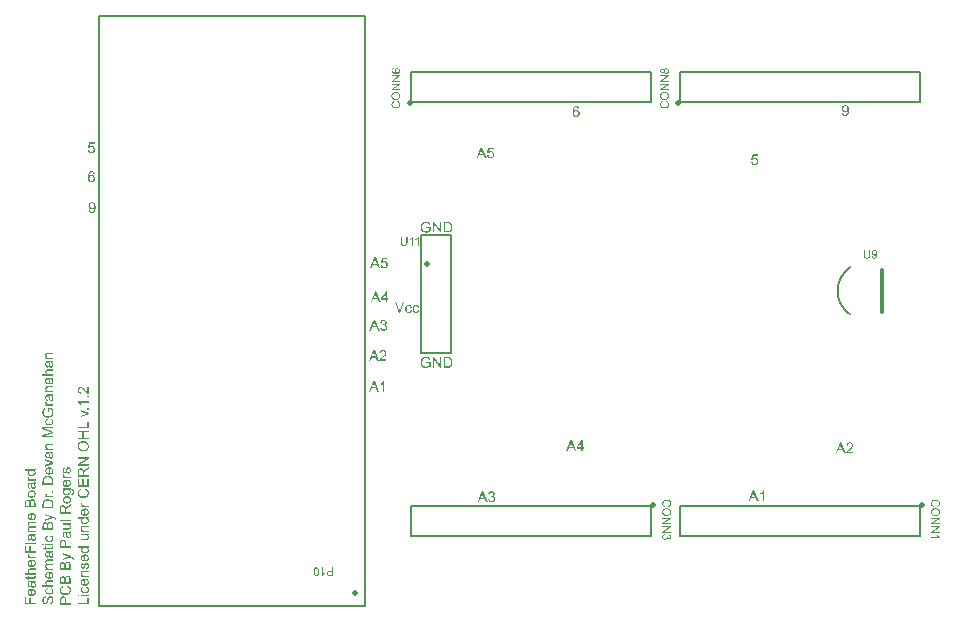
<source format=gto>
%FSLAX33Y33*%
%MOMM*%
%ADD10C,0.15*%
%ADD11C,0.5*%
%ADD12C,0.5*%
%ADD13C,0.1524*%
%ADD14C,0.5*%
%ADD15C,0.5*%
%ADD16C,0.3*%
D10*
%LNtop silkscreen_traces*%
%LNtop silkscreen component 50730f7896073af7*%
G01*
X33060Y-0250D02*
X12740Y-0250D01*
X12740Y2250*
X33060Y2250*
X33060Y-0250*
D11*
X12610Y-0368D03*
G36*
X11539Y-0281D02*
X11563Y-0186D01*
X11618Y-0204D01*
X11666Y-0227D01*
X11707Y-0257D01*
X11741Y-0293D01*
X11768Y-0334D01*
X11787Y-0379D01*
X11798Y-0428D01*
X11802Y-0482D01*
X11799Y-0537D01*
X11790Y-0587D01*
X11776Y-0631D01*
X11755Y-0670D01*
X11729Y-0704D01*
X11697Y-0734D01*
X11661Y-0760D01*
X11619Y-0781D01*
X11573Y-0797D01*
X11526Y-0809D01*
X11477Y-0816D01*
X11427Y-0819D01*
X11373Y-0816D01*
X11322Y-0808D01*
X11275Y-0795D01*
X11232Y-0776D01*
X11193Y-0752D01*
X11158Y-0724D01*
X11129Y-0691D01*
X11105Y-0654D01*
X11086Y-0614D01*
X11073Y-0571D01*
X11065Y-0527D01*
X11062Y-0481D01*
X11065Y-0429D01*
X11076Y-0382D01*
X11093Y-0339D01*
X11117Y-0300D01*
X11147Y-0266D01*
X11182Y-0238D01*
X11224Y-0215D01*
X11270Y-0198D01*
X11292Y-0291D01*
X11256Y-0305D01*
X11225Y-0322D01*
X11199Y-0341D01*
X11179Y-0364D01*
X11163Y-0389D01*
X11152Y-0417D01*
X11145Y-0448D01*
X11143Y-0483D01*
X11145Y-0522D01*
X11153Y-0558D01*
X11165Y-0591D01*
X11183Y-0621D01*
X11204Y-0646D01*
X11229Y-0668D01*
X11257Y-0685D01*
X11289Y-0698D01*
X11322Y-0708D01*
X11356Y-0715D01*
X11391Y-0720D01*
X11426Y-0721D01*
X11470Y-0719D01*
X11512Y-0714D01*
X11550Y-0706D01*
X11586Y-0694D01*
X11618Y-0679D01*
X11645Y-0660D01*
X11668Y-0638D01*
X11687Y-0612D01*
X11702Y-0583D01*
X11713Y-0553D01*
X11719Y-0522D01*
X11721Y-0490D01*
X11718Y-0452D01*
X11710Y-0416D01*
X11695Y-0384D01*
X11675Y-0355D01*
X11650Y-0330D01*
X11618Y-0309D01*
X11581Y-0293D01*
X11539Y-0281D01*
X11539Y-0281D01*
X11441Y-0098D02*
X11357Y-0092D01*
X11282Y-0074D01*
X11218Y-0044D01*
X11162Y-0002D01*
X11118Y0049D01*
X11087Y0107D01*
X11068Y0173D01*
X11061Y0245D01*
X11064Y0293D01*
X11073Y0339D01*
X11088Y0383D01*
X11109Y0424D01*
X11135Y0461D01*
X11166Y0494D01*
X11201Y0522D01*
X11241Y0545D01*
X11285Y0563D01*
X11331Y0576D01*
X11381Y0584D01*
X11433Y0587D01*
X11486Y0584D01*
X11536Y0576D01*
X11583Y0562D01*
X11628Y0543D01*
X11668Y0518D01*
X11703Y0490D01*
X11733Y0456D01*
X11758Y0418D01*
X11777Y0377D01*
X11791Y0334D01*
X11796Y0310D01*
X11716Y0295D01*
X11702Y0341D01*
X11679Y0383D01*
X11646Y0420D01*
X11604Y0450D01*
X11555Y0472D01*
X11498Y0485D01*
X11433Y0489D01*
X11390Y0487D01*
X11351Y0482D01*
X11314Y0472D01*
X11280Y0459D01*
X11249Y0443D01*
X11222Y0423D01*
X11199Y0400D01*
X11179Y0373D01*
X11163Y0344D01*
X11152Y0313D01*
X11145Y0280D01*
X11143Y0245D01*
X11147Y0197D01*
X11160Y0152D01*
X11182Y0110D01*
X11212Y0072D01*
X11252Y0041D01*
X11304Y0018D01*
X11368Y0004D01*
X11443Y0D01*
X11443Y0D01*
X11504Y0004D01*
X11558Y0017D01*
X11606Y0039D01*
X11647Y0069D01*
X11679Y0106D01*
X11703Y0148D01*
X11716Y0194D01*
X11721Y0244D01*
X11716Y0295D01*
X11796Y0310D01*
X11799Y0290D01*
X11802Y0244D01*
X11799Y0195D01*
X11790Y0149D01*
X11775Y0105D01*
X11753Y0064D01*
X11727Y0026D01*
X11696Y-0006D01*
X11660Y-0034D01*
X11620Y-0057D01*
X11577Y-0075D01*
X11533Y-0088D01*
X11488Y-0095D01*
X11441Y-0098D01*
X11441Y-0098D01*
X11790Y0708D02*
X11074Y0708D01*
X11074Y0805D01*
X11636Y1181D01*
X11074Y1181D01*
X11074Y1272D01*
X11790Y1272D01*
X11790Y1175D01*
X11227Y0799D01*
X11790Y0799D01*
X11790Y0708D01*
X11790Y0708D01*
X11790Y1430D02*
X11074Y1430D01*
X11074Y1527D01*
X11636Y1903D01*
X11074Y1903D01*
X11074Y1994D01*
X11790Y1994D01*
X11790Y1897D01*
X11227Y1521D01*
X11790Y1521D01*
X11790Y1430D01*
X11790Y1430D01*
X11402Y2253D02*
X11457Y2282D01*
X11463Y2269D01*
X11481Y2248D01*
X11503Y2230D01*
X11527Y2217D01*
X11554Y2209D01*
X11583Y2207D01*
X11583Y2207D01*
X11602Y2208D01*
X11620Y2211D01*
X11638Y2217D01*
X11656Y2225D01*
X11673Y2235D01*
X11687Y2247D01*
X11700Y2261D01*
X11711Y2278D01*
X11719Y2296D01*
X11725Y2314D01*
X11729Y2333D01*
X11730Y2353D01*
X11727Y2383D01*
X11720Y2411D01*
X11707Y2435D01*
X11689Y2457D01*
X11668Y2475D01*
X11643Y2488D01*
X11616Y2496D01*
X11586Y2498D01*
X11556Y2496D01*
X11528Y2488D01*
X11504Y2475D01*
X11481Y2456D01*
X11463Y2434D01*
X11450Y2409D01*
X11442Y2381D01*
X11440Y2350D01*
X11442Y2321D01*
X11450Y2294D01*
X11457Y2282D01*
X11402Y2253D01*
X11350Y2285D01*
X11360Y2305D01*
X11366Y2328D01*
X11368Y2353D01*
X11366Y2377D01*
X11360Y2399D01*
X11350Y2419D01*
X11336Y2436D01*
X11319Y2450D01*
X11301Y2460D01*
X11280Y2467D01*
X11258Y2469D01*
X11235Y2466D01*
X11213Y2460D01*
X11194Y2450D01*
X11176Y2435D01*
X11162Y2417D01*
X11152Y2398D01*
X11146Y2376D01*
X11144Y2352D01*
X11146Y2328D01*
X11152Y2306D01*
X11162Y2286D01*
X11176Y2268D01*
X11193Y2254D01*
X11211Y2243D01*
X11231Y2237D01*
X11253Y2235D01*
X11253Y2235D01*
X11277Y2237D01*
X11299Y2243D01*
X11319Y2254D01*
X11336Y2268D01*
X11350Y2285D01*
X11402Y2253D01*
X11391Y2227D01*
X11378Y2205D01*
X11362Y2187D01*
X11345Y2172D01*
X11325Y2160D01*
X11304Y2152D01*
X11281Y2147D01*
X11256Y2145D01*
X11218Y2149D01*
X11184Y2159D01*
X11153Y2177D01*
X11124Y2201D01*
X11101Y2232D01*
X11085Y2267D01*
X11075Y2307D01*
X11071Y2351D01*
X11075Y2395D01*
X11085Y2435D01*
X11102Y2471D01*
X11126Y2502D01*
X11154Y2527D01*
X11186Y2545D01*
X11221Y2555D01*
X11258Y2559D01*
X11282Y2557D01*
X11305Y2552D01*
X11326Y2544D01*
X11345Y2533D01*
X11362Y2518D01*
X11378Y2500D01*
X11391Y2478D01*
X11402Y2453D01*
X11414Y2484D01*
X11430Y2511D01*
X11449Y2535D01*
X11471Y2554D01*
X11496Y2569D01*
X11524Y2580D01*
X11553Y2586D01*
X11585Y2588D01*
X11629Y2584D01*
X11670Y2572D01*
X11707Y2552D01*
X11740Y2523D01*
X11767Y2488D01*
X11787Y2448D01*
X11798Y2403D01*
X11802Y2352D01*
X11798Y2302D01*
X11787Y2257D01*
X11767Y2216D01*
X11739Y2181D01*
X11706Y2153D01*
X11669Y2133D01*
X11628Y2121D01*
X11583Y2117D01*
X11549Y2119D01*
X11519Y2125D01*
X11491Y2136D01*
X11466Y2152D01*
X11444Y2171D01*
X11426Y2195D01*
X11412Y2222D01*
X11402Y2253D01*
X11402Y2253D01*
G37*
%LNtop silkscreen component 37f37e580a4ef7da*%
D10*
X12740Y-34500D02*
X33060Y-34500D01*
X33060Y-37000*
X12740Y-37000*
X12740Y-34500*
D12*
X33190Y-34382D03*
G36*
X34261Y-34469D02*
X34237Y-34564D01*
X34182Y-34546D01*
X34134Y-34523D01*
X34093Y-34493D01*
X34059Y-34457D01*
X34032Y-34416D01*
X34013Y-34371D01*
X34002Y-34322D01*
X33998Y-34268D01*
X34001Y-34213D01*
X34010Y-34163D01*
X34024Y-34119D01*
X34045Y-34080D01*
X34071Y-34046D01*
X34103Y-34016D01*
X34139Y-33990D01*
X34181Y-33969D01*
X34227Y-33953D01*
X34274Y-33941D01*
X34323Y-33934D01*
X34373Y-33931D01*
X34427Y-33934D01*
X34478Y-33942D01*
X34525Y-33955D01*
X34568Y-33974D01*
X34607Y-33998D01*
X34642Y-34026D01*
X34671Y-34059D01*
X34695Y-34096D01*
X34714Y-34136D01*
X34727Y-34179D01*
X34735Y-34223D01*
X34738Y-34269D01*
X34735Y-34321D01*
X34724Y-34368D01*
X34707Y-34411D01*
X34683Y-34450D01*
X34653Y-34484D01*
X34618Y-34512D01*
X34576Y-34535D01*
X34530Y-34552D01*
X34508Y-34459D01*
X34544Y-34445D01*
X34575Y-34428D01*
X34601Y-34409D01*
X34621Y-34386D01*
X34637Y-34361D01*
X34648Y-34333D01*
X34655Y-34302D01*
X34657Y-34267D01*
X34655Y-34228D01*
X34647Y-34192D01*
X34635Y-34159D01*
X34617Y-34129D01*
X34596Y-34104D01*
X34571Y-34082D01*
X34543Y-34065D01*
X34511Y-34052D01*
X34478Y-34042D01*
X34444Y-34035D01*
X34409Y-34030D01*
X34374Y-34029D01*
X34330Y-34031D01*
X34288Y-34036D01*
X34250Y-34044D01*
X34214Y-34056D01*
X34182Y-34071D01*
X34155Y-34090D01*
X34132Y-34112D01*
X34113Y-34138D01*
X34098Y-34167D01*
X34087Y-34197D01*
X34081Y-34228D01*
X34079Y-34260D01*
X34082Y-34298D01*
X34090Y-34334D01*
X34105Y-34366D01*
X34125Y-34395D01*
X34150Y-34420D01*
X34182Y-34441D01*
X34219Y-34457D01*
X34261Y-34469D01*
X34261Y-34469D01*
X34359Y-34652D02*
X34443Y-34658D01*
X34518Y-34676D01*
X34582Y-34706D01*
X34638Y-34748D01*
X34682Y-34799D01*
X34713Y-34857D01*
X34732Y-34923D01*
X34739Y-34995D01*
X34736Y-35043D01*
X34727Y-35089D01*
X34712Y-35133D01*
X34691Y-35174D01*
X34665Y-35211D01*
X34634Y-35244D01*
X34599Y-35272D01*
X34559Y-35295D01*
X34515Y-35313D01*
X34469Y-35326D01*
X34419Y-35334D01*
X34367Y-35337D01*
X34314Y-35334D01*
X34264Y-35326D01*
X34217Y-35312D01*
X34172Y-35293D01*
X34132Y-35268D01*
X34097Y-35240D01*
X34067Y-35206D01*
X34042Y-35168D01*
X34023Y-35127D01*
X34009Y-35084D01*
X34004Y-35060D01*
X34084Y-35045D01*
X34098Y-35091D01*
X34121Y-35133D01*
X34154Y-35170D01*
X34196Y-35200D01*
X34245Y-35222D01*
X34302Y-35235D01*
X34367Y-35239D01*
X34410Y-35237D01*
X34449Y-35232D01*
X34486Y-35222D01*
X34520Y-35209D01*
X34551Y-35193D01*
X34578Y-35173D01*
X34601Y-35150D01*
X34621Y-35123D01*
X34637Y-35094D01*
X34648Y-35063D01*
X34655Y-35030D01*
X34657Y-34995D01*
X34653Y-34947D01*
X34640Y-34902D01*
X34618Y-34860D01*
X34588Y-34822D01*
X34548Y-34791D01*
X34496Y-34768D01*
X34432Y-34754D01*
X34357Y-34750D01*
X34357Y-34750D01*
X34296Y-34754D01*
X34242Y-34767D01*
X34194Y-34789D01*
X34153Y-34819D01*
X34121Y-34856D01*
X34097Y-34898D01*
X34084Y-34944D01*
X34079Y-34994D01*
X34084Y-35045D01*
X34004Y-35060D01*
X34001Y-35040D01*
X33998Y-34994D01*
X34001Y-34945D01*
X34010Y-34899D01*
X34025Y-34855D01*
X34047Y-34814D01*
X34073Y-34776D01*
X34104Y-34744D01*
X34140Y-34716D01*
X34180Y-34693D01*
X34223Y-34675D01*
X34267Y-34662D01*
X34312Y-34655D01*
X34359Y-34652D01*
X34359Y-34652D01*
X34010Y-35458D02*
X34726Y-35458D01*
X34726Y-35555D01*
X34164Y-35931D01*
X34726Y-35931D01*
X34726Y-36022D01*
X34010Y-36022D01*
X34010Y-35925D01*
X34572Y-35549D01*
X34010Y-35549D01*
X34010Y-35458D01*
X34010Y-35458D01*
X34010Y-36180D02*
X34726Y-36180D01*
X34726Y-36277D01*
X34164Y-36653D01*
X34726Y-36653D01*
X34726Y-36744D01*
X34010Y-36744D01*
X34010Y-36647D01*
X34572Y-36271D01*
X34010Y-36271D01*
X34010Y-36180D01*
X34010Y-36180D01*
X34010Y-37199D02*
X34010Y-37111D01*
X34570Y-37111D01*
X34555Y-37094D01*
X34540Y-37074D01*
X34525Y-37052D01*
X34510Y-37027D01*
X34495Y-37002D01*
X34483Y-36979D01*
X34473Y-36956D01*
X34464Y-36935D01*
X34549Y-36935D01*
X34567Y-36971D01*
X34587Y-37004D01*
X34609Y-37035D01*
X34633Y-37064D01*
X34658Y-37089D01*
X34682Y-37111D01*
X34705Y-37128D01*
X34729Y-37142D01*
X34729Y-37199D01*
X34010Y-37199D01*
X34010Y-37199D01*
G37*
%LNtop silkscreen component d4796d907e8f96a4*%
D10*
X10310Y-0250D02*
X-10010Y-0250D01*
X-10010Y2250*
X10310Y2250*
X10310Y-0250*
D11*
X-10140Y-0368D03*
G36*
X-11211Y-0281D02*
X-11187Y-0186D01*
X-11132Y-0204D01*
X-11084Y-0227D01*
X-11043Y-0257D01*
X-11009Y-0293D01*
X-10982Y-0334D01*
X-10963Y-0379D01*
X-10952Y-0428D01*
X-10948Y-0482D01*
X-10951Y-0537D01*
X-10960Y-0587D01*
X-10974Y-0631D01*
X-10995Y-0670D01*
X-11021Y-0704D01*
X-11053Y-0734D01*
X-11089Y-0760D01*
X-11131Y-0781D01*
X-11177Y-0797D01*
X-11224Y-0809D01*
X-11273Y-0816D01*
X-11323Y-0819D01*
X-11377Y-0816D01*
X-11428Y-0808D01*
X-11475Y-0795D01*
X-11518Y-0776D01*
X-11557Y-0752D01*
X-11592Y-0724D01*
X-11621Y-0691D01*
X-11645Y-0654D01*
X-11664Y-0614D01*
X-11677Y-0571D01*
X-11685Y-0527D01*
X-11688Y-0481D01*
X-11685Y-0429D01*
X-11674Y-0382D01*
X-11657Y-0339D01*
X-11633Y-0300D01*
X-11603Y-0266D01*
X-11568Y-0238D01*
X-11526Y-0215D01*
X-11480Y-0198D01*
X-11458Y-0291D01*
X-11494Y-0305D01*
X-11525Y-0322D01*
X-11551Y-0341D01*
X-11571Y-0364D01*
X-11587Y-0389D01*
X-11598Y-0417D01*
X-11605Y-0448D01*
X-11607Y-0483D01*
X-11605Y-0522D01*
X-11597Y-0558D01*
X-11585Y-0591D01*
X-11567Y-0621D01*
X-11546Y-0646D01*
X-11521Y-0668D01*
X-11493Y-0685D01*
X-11461Y-0698D01*
X-11428Y-0708D01*
X-11394Y-0715D01*
X-11359Y-0720D01*
X-11324Y-0721D01*
X-11280Y-0719D01*
X-11238Y-0714D01*
X-11200Y-0706D01*
X-11164Y-0694D01*
X-11132Y-0679D01*
X-11105Y-0660D01*
X-11082Y-0638D01*
X-11063Y-0612D01*
X-11048Y-0583D01*
X-11037Y-0553D01*
X-11031Y-0522D01*
X-11029Y-0490D01*
X-11032Y-0452D01*
X-11040Y-0416D01*
X-11055Y-0384D01*
X-11075Y-0355D01*
X-11100Y-0330D01*
X-11132Y-0309D01*
X-11169Y-0293D01*
X-11211Y-0281D01*
X-11211Y-0281D01*
X-11309Y-0098D02*
X-11393Y-0092D01*
X-11468Y-0074D01*
X-11532Y-0044D01*
X-11588Y-0002D01*
X-11632Y0049D01*
X-11663Y0107D01*
X-11682Y0173D01*
X-11689Y0245D01*
X-11686Y0293D01*
X-11677Y0339D01*
X-11662Y0383D01*
X-11641Y0424D01*
X-11615Y0461D01*
X-11584Y0494D01*
X-11549Y0522D01*
X-11509Y0545D01*
X-11465Y0563D01*
X-11419Y0576D01*
X-11369Y0584D01*
X-11317Y0587D01*
X-11264Y0584D01*
X-11214Y0576D01*
X-11167Y0562D01*
X-11122Y0543D01*
X-11082Y0518D01*
X-11047Y0490D01*
X-11017Y0456D01*
X-10992Y0418D01*
X-10973Y0377D01*
X-10959Y0334D01*
X-10954Y0310D01*
X-11034Y0295D01*
X-11048Y0341D01*
X-11071Y0383D01*
X-11104Y0420D01*
X-11146Y0450D01*
X-11195Y0472D01*
X-11252Y0485D01*
X-11317Y0489D01*
X-11360Y0487D01*
X-11399Y0482D01*
X-11436Y0472D01*
X-11470Y0459D01*
X-11501Y0443D01*
X-11528Y0423D01*
X-11551Y0400D01*
X-11571Y0373D01*
X-11587Y0344D01*
X-11598Y0313D01*
X-11605Y0280D01*
X-11607Y0245D01*
X-11603Y0197D01*
X-11590Y0152D01*
X-11568Y0110D01*
X-11538Y0072D01*
X-11498Y0041D01*
X-11446Y0018D01*
X-11382Y0004D01*
X-11307Y0D01*
X-11307Y0D01*
X-11246Y0004D01*
X-11192Y0017D01*
X-11144Y0039D01*
X-11103Y0069D01*
X-11071Y0106D01*
X-11047Y0148D01*
X-11034Y0194D01*
X-11029Y0244D01*
X-11034Y0295D01*
X-10954Y0310D01*
X-10951Y0290D01*
X-10948Y0244D01*
X-10951Y0195D01*
X-10960Y0149D01*
X-10975Y0105D01*
X-10997Y0064D01*
X-11023Y0026D01*
X-11054Y-0006D01*
X-11090Y-0034D01*
X-11130Y-0057D01*
X-11173Y-0075D01*
X-11217Y-0088D01*
X-11262Y-0095D01*
X-11309Y-0098D01*
X-11309Y-0098D01*
X-10960Y0708D02*
X-11676Y0708D01*
X-11676Y0805D01*
X-11114Y1181D01*
X-11676Y1181D01*
X-11676Y1272D01*
X-10960Y1272D01*
X-10960Y1175D01*
X-11523Y0799D01*
X-10960Y0799D01*
X-10960Y0708D01*
X-10960Y0708D01*
X-10960Y1430D02*
X-11676Y1430D01*
X-11676Y1527D01*
X-11114Y1903D01*
X-11676Y1903D01*
X-11676Y1994D01*
X-10960Y1994D01*
X-10960Y1897D01*
X-11523Y1521D01*
X-10960Y1521D01*
X-10960Y1430D01*
X-10960Y1430D01*
X-11501Y2574D02*
X-11494Y2486D01*
X-11518Y2480D01*
X-11538Y2472D01*
X-11555Y2463D01*
X-11569Y2453D01*
X-11585Y2434D01*
X-11597Y2413D01*
X-11604Y2390D01*
X-11606Y2365D01*
X-11605Y2345D01*
X-11601Y2326D01*
X-11593Y2308D01*
X-11583Y2291D01*
X-11566Y2272D01*
X-11546Y2254D01*
X-11522Y2239D01*
X-11495Y2226D01*
X-11463Y2215D01*
X-11424Y2208D01*
X-11380Y2203D01*
X-11329Y2201D01*
X-11293Y2247D01*
X-11281Y2238D01*
X-11255Y2225D01*
X-11225Y2217D01*
X-11192Y2215D01*
X-11192Y2215D01*
X-11169Y2216D01*
X-11147Y2219D01*
X-11126Y2226D01*
X-11105Y2234D01*
X-11086Y2245D01*
X-11068Y2257D01*
X-11054Y2272D01*
X-11042Y2288D01*
X-11032Y2305D01*
X-11025Y2323D01*
X-11021Y2342D01*
X-11020Y2361D01*
X-11023Y2388D01*
X-11031Y2412D01*
X-11045Y2435D01*
X-11065Y2456D01*
X-11089Y2474D01*
X-11118Y2486D01*
X-11150Y2494D01*
X-11187Y2496D01*
X-11222Y2494D01*
X-11253Y2487D01*
X-11281Y2474D01*
X-11304Y2457D01*
X-11323Y2436D01*
X-11336Y2412D01*
X-11344Y2386D01*
X-11347Y2357D01*
X-11344Y2329D01*
X-11336Y2302D01*
X-11323Y2278D01*
X-11304Y2256D01*
X-11293Y2247D01*
X-11329Y2201D01*
X-11352Y2218D01*
X-11371Y2236D01*
X-11388Y2257D01*
X-11401Y2279D01*
X-11411Y2302D01*
X-11418Y2326D01*
X-11423Y2350D01*
X-11424Y2375D01*
X-11420Y2417D01*
X-11408Y2456D01*
X-11388Y2492D01*
X-11360Y2524D01*
X-11325Y2551D01*
X-11286Y2571D01*
X-11241Y2582D01*
X-11192Y2586D01*
X-11159Y2584D01*
X-11127Y2579D01*
X-11097Y2570D01*
X-11067Y2557D01*
X-11040Y2541D01*
X-11016Y2523D01*
X-10996Y2501D01*
X-10979Y2477D01*
X-10965Y2451D01*
X-10955Y2423D01*
X-10950Y2393D01*
X-10948Y2362D01*
X-10953Y2310D01*
X-10968Y2262D01*
X-10993Y2220D01*
X-11029Y2183D01*
X-11076Y2153D01*
X-11136Y2131D01*
X-11209Y2118D01*
X-11295Y2114D01*
X-11392Y2118D01*
X-11474Y2133D01*
X-11543Y2157D01*
X-11597Y2190D01*
X-11633Y2227D01*
X-11658Y2269D01*
X-11674Y2317D01*
X-11679Y2370D01*
X-11676Y2411D01*
X-11667Y2447D01*
X-11652Y2480D01*
X-11631Y2509D01*
X-11605Y2533D01*
X-11575Y2552D01*
X-11540Y2565D01*
X-11501Y2574D01*
X-11501Y2574D01*
G37*
%LNtop silkscreen component 5fc81dfec5721ef8*%
D13*
X-9150Y-21525D02*
X-9150Y-11525D01*
X-6650Y-11525*
X-6650Y-21525*
X-9150Y-21525*
D14*
X-8668Y-14015D03*
G36*
X-10422Y-11724D02*
X-10327Y-11724D01*
X-10327Y-12138D01*
X-10328Y-12189D01*
X-10333Y-12235D01*
X-10341Y-12275D01*
X-10351Y-12309D01*
X-10366Y-12339D01*
X-10385Y-12367D01*
X-10410Y-12391D01*
X-10439Y-12412D01*
X-10474Y-12430D01*
X-10513Y-12442D01*
X-10557Y-12450D01*
X-10607Y-12452D01*
X-10655Y-12450D01*
X-10698Y-12444D01*
X-10737Y-12433D01*
X-10771Y-12418D01*
X-10801Y-12398D01*
X-10826Y-12375D01*
X-10846Y-12348D01*
X-10862Y-12317D01*
X-10874Y-12281D01*
X-10883Y-12239D01*
X-10888Y-12192D01*
X-10890Y-12138D01*
X-10890Y-11724D01*
X-10795Y-11724D01*
X-10795Y-12137D01*
X-10794Y-12181D01*
X-10791Y-12218D01*
X-10785Y-12250D01*
X-10778Y-12275D01*
X-10768Y-12296D01*
X-10754Y-12314D01*
X-10738Y-12330D01*
X-10718Y-12343D01*
X-10696Y-12353D01*
X-10671Y-12361D01*
X-10644Y-12365D01*
X-10615Y-12367D01*
X-10566Y-12364D01*
X-10525Y-12355D01*
X-10492Y-12340D01*
X-10466Y-12319D01*
X-10447Y-12290D01*
X-10433Y-12250D01*
X-10424Y-12199D01*
X-10422Y-12137D01*
X-10422Y-11724D01*
X-10422Y-11724D01*
X-9874Y-12440D02*
X-9962Y-12440D01*
X-9962Y-11880D01*
X-9979Y-11895D01*
X-9998Y-11910D01*
X-10020Y-11925D01*
X-10045Y-11940D01*
X-10070Y-11955D01*
X-10094Y-11967D01*
X-10116Y-11977D01*
X-10137Y-11986D01*
X-10137Y-11901D01*
X-10102Y-11883D01*
X-10068Y-11863D01*
X-10037Y-11841D01*
X-10008Y-11817D01*
X-9983Y-11792D01*
X-9961Y-11768D01*
X-9944Y-11745D01*
X-9930Y-11721D01*
X-9874Y-11721D01*
X-9874Y-12440D01*
X-9874Y-12440D01*
X-9392Y-12440D02*
X-9480Y-12440D01*
X-9480Y-11880D01*
X-9497Y-11895D01*
X-9516Y-11910D01*
X-9538Y-11925D01*
X-9563Y-11940D01*
X-9588Y-11955D01*
X-9612Y-11967D01*
X-9634Y-11977D01*
X-9655Y-11986D01*
X-9655Y-11901D01*
X-9620Y-11883D01*
X-9586Y-11863D01*
X-9555Y-11841D01*
X-9527Y-11817D01*
X-9501Y-11792D01*
X-9479Y-11768D01*
X-9462Y-11745D01*
X-9448Y-11721D01*
X-9392Y-11721D01*
X-9392Y-12440D01*
X-9392Y-12440D01*
G37*
%LNtop silkscreen component 255e2a8b208ea0ae*%
D10*
X-13925Y7025D02*
X-13925Y-42975D01*
X-36425Y-42975*
X-36425Y7025*
X-13925Y7025*
D15*
X-14807Y-41850D03*
G36*
X-16634Y-39685D02*
X-16634Y-40401D01*
X-16904Y-40401D01*
X-16937Y-40400D01*
X-16967Y-40399D01*
X-16992Y-40397D01*
X-17013Y-40394D01*
X-17038Y-40389D01*
X-17061Y-40381D01*
X-17082Y-40372D01*
X-17101Y-40361D01*
X-17118Y-40347D01*
X-17133Y-40331D01*
X-17147Y-40312D01*
X-17158Y-40291D01*
X-17168Y-40269D01*
X-17175Y-40245D01*
X-17179Y-40220D01*
X-17180Y-40194D01*
X-17177Y-40150D01*
X-17166Y-40109D01*
X-17147Y-40073D01*
X-17122Y-40039D01*
X-17087Y-40012D01*
X-17040Y-39992D01*
X-16982Y-39980D01*
X-16961Y-39979D01*
X-16956Y-40063D01*
X-16992Y-40069D01*
X-17021Y-40080D01*
X-17044Y-40095D01*
X-17061Y-40113D01*
X-17073Y-40136D01*
X-17080Y-40162D01*
X-17082Y-40191D01*
X-17081Y-40213D01*
X-17077Y-40233D01*
X-17070Y-40251D01*
X-17060Y-40268D01*
X-17048Y-40282D01*
X-17033Y-40294D01*
X-17018Y-40304D01*
X-17000Y-40310D01*
X-16985Y-40313D01*
X-16966Y-40315D01*
X-16941Y-40316D01*
X-16912Y-40316D01*
X-16728Y-40316D01*
X-16728Y-40060D01*
X-16728Y-40060D01*
X-16914Y-40060D01*
X-16956Y-40063D01*
X-16961Y-39979D01*
X-16912Y-39976D01*
X-16728Y-39976D01*
X-16728Y-39685D01*
X-16634Y-39685D01*
X-16634Y-39685D01*
X-17596Y-39685D02*
X-17508Y-39685D01*
X-17508Y-40245D01*
X-17491Y-40230D01*
X-17472Y-40215D01*
X-17450Y-40200D01*
X-17425Y-40185D01*
X-17400Y-40170D01*
X-17376Y-40158D01*
X-17354Y-40148D01*
X-17332Y-40139D01*
X-17332Y-40224D01*
X-17368Y-40242D01*
X-17402Y-40262D01*
X-17433Y-40284D01*
X-17461Y-40308D01*
X-17487Y-40333D01*
X-17509Y-40357D01*
X-17526Y-40380D01*
X-17540Y-40404D01*
X-17596Y-40404D01*
X-17596Y-39685D01*
X-17596Y-39685D01*
X-17821Y-40038D02*
X-17823Y-40098D01*
X-17828Y-40153D01*
X-17836Y-40201D01*
X-17847Y-40242D01*
X-17862Y-40279D01*
X-17880Y-40311D01*
X-17901Y-40339D01*
X-17925Y-40362D01*
X-17952Y-40380D01*
X-17983Y-40393D01*
X-18017Y-40401D01*
X-18055Y-40404D01*
X-18083Y-40402D01*
X-18109Y-40398D01*
X-18133Y-40391D01*
X-18156Y-40381D01*
X-18177Y-40368D01*
X-18195Y-40352D01*
X-18212Y-40334D01*
X-18228Y-40314D01*
X-18241Y-40291D01*
X-18253Y-40265D01*
X-18263Y-40237D01*
X-18272Y-40207D01*
X-18279Y-40173D01*
X-18284Y-40134D01*
X-18287Y-40089D01*
X-18288Y-40038D01*
X-18286Y-39978D01*
X-18282Y-39924D01*
X-18274Y-39876D01*
X-18262Y-39835D01*
X-18248Y-39798D01*
X-18230Y-39766D01*
X-18209Y-39738D01*
X-18185Y-39715D01*
X-18157Y-39697D01*
X-18127Y-39683D01*
X-18092Y-39675D01*
X-18055Y-39673D01*
X-18048Y-39673D01*
X-18055Y-39745D01*
X-18084Y-39749D01*
X-18110Y-39760D01*
X-18135Y-39778D01*
X-18156Y-39804D01*
X-18175Y-39840D01*
X-18187Y-39892D01*
X-18195Y-39957D01*
X-18198Y-40038D01*
X-18195Y-40119D01*
X-18187Y-40185D01*
X-18175Y-40236D01*
X-18156Y-40273D01*
X-18135Y-40298D01*
X-18110Y-40316D01*
X-18083Y-40327D01*
X-18054Y-40331D01*
X-18025Y-40328D01*
X-17999Y-40318D01*
X-17977Y-40302D01*
X-17957Y-40280D01*
X-17937Y-40240D01*
X-17923Y-40187D01*
X-17914Y-40119D01*
X-17912Y-40038D01*
X-17912Y-40038D01*
X-17914Y-39957D01*
X-17922Y-39891D01*
X-17935Y-39840D01*
X-17953Y-39803D01*
X-17975Y-39778D01*
X-17999Y-39760D01*
X-18026Y-39749D01*
X-18055Y-39745D01*
X-18048Y-39673D01*
X-18006Y-39677D01*
X-17962Y-39691D01*
X-17924Y-39715D01*
X-17892Y-39747D01*
X-17861Y-39799D01*
X-17839Y-39864D01*
X-17826Y-39944D01*
X-17821Y-40038D01*
X-17821Y-40038D01*
G37*
%LNtop silkscreen component a1a45fffd741063f*%
D10*
X-10010Y-34500D02*
X10310Y-34500D01*
X10310Y-37000*
X-10010Y-37000*
X-10010Y-34500*
D12*
X10440Y-34382D03*
G36*
X11511Y-34469D02*
X11487Y-34564D01*
X11432Y-34546D01*
X11384Y-34523D01*
X11343Y-34493D01*
X11309Y-34457D01*
X11282Y-34416D01*
X11263Y-34371D01*
X11252Y-34322D01*
X11248Y-34268D01*
X11251Y-34213D01*
X11260Y-34163D01*
X11274Y-34119D01*
X11295Y-34080D01*
X11321Y-34046D01*
X11353Y-34016D01*
X11389Y-33990D01*
X11431Y-33969D01*
X11477Y-33953D01*
X11524Y-33941D01*
X11573Y-33934D01*
X11623Y-33931D01*
X11677Y-33934D01*
X11728Y-33942D01*
X11775Y-33955D01*
X11818Y-33974D01*
X11857Y-33998D01*
X11892Y-34026D01*
X11921Y-34059D01*
X11945Y-34096D01*
X11964Y-34136D01*
X11977Y-34179D01*
X11985Y-34223D01*
X11988Y-34269D01*
X11985Y-34321D01*
X11974Y-34368D01*
X11957Y-34411D01*
X11933Y-34450D01*
X11903Y-34484D01*
X11868Y-34512D01*
X11826Y-34535D01*
X11780Y-34552D01*
X11758Y-34459D01*
X11794Y-34445D01*
X11825Y-34428D01*
X11851Y-34409D01*
X11871Y-34386D01*
X11887Y-34361D01*
X11898Y-34333D01*
X11905Y-34302D01*
X11907Y-34267D01*
X11905Y-34228D01*
X11897Y-34192D01*
X11885Y-34159D01*
X11867Y-34129D01*
X11846Y-34104D01*
X11821Y-34082D01*
X11793Y-34065D01*
X11761Y-34052D01*
X11728Y-34042D01*
X11694Y-34035D01*
X11659Y-34030D01*
X11624Y-34029D01*
X11580Y-34031D01*
X11538Y-34036D01*
X11500Y-34044D01*
X11464Y-34056D01*
X11432Y-34071D01*
X11405Y-34090D01*
X11382Y-34112D01*
X11363Y-34138D01*
X11348Y-34167D01*
X11337Y-34197D01*
X11331Y-34228D01*
X11329Y-34260D01*
X11332Y-34298D01*
X11340Y-34334D01*
X11355Y-34366D01*
X11375Y-34395D01*
X11400Y-34420D01*
X11432Y-34441D01*
X11469Y-34457D01*
X11511Y-34469D01*
X11511Y-34469D01*
X11609Y-34652D02*
X11693Y-34658D01*
X11768Y-34676D01*
X11832Y-34706D01*
X11888Y-34748D01*
X11932Y-34799D01*
X11963Y-34857D01*
X11982Y-34923D01*
X11989Y-34995D01*
X11986Y-35043D01*
X11977Y-35089D01*
X11962Y-35133D01*
X11941Y-35174D01*
X11915Y-35211D01*
X11884Y-35244D01*
X11849Y-35272D01*
X11809Y-35295D01*
X11765Y-35313D01*
X11719Y-35326D01*
X11669Y-35334D01*
X11617Y-35337D01*
X11564Y-35334D01*
X11514Y-35326D01*
X11467Y-35312D01*
X11422Y-35293D01*
X11382Y-35268D01*
X11347Y-35240D01*
X11317Y-35206D01*
X11292Y-35168D01*
X11273Y-35127D01*
X11259Y-35084D01*
X11254Y-35060D01*
X11334Y-35045D01*
X11348Y-35091D01*
X11371Y-35133D01*
X11404Y-35170D01*
X11446Y-35200D01*
X11495Y-35222D01*
X11552Y-35235D01*
X11617Y-35239D01*
X11660Y-35237D01*
X11699Y-35232D01*
X11736Y-35222D01*
X11770Y-35209D01*
X11801Y-35193D01*
X11828Y-35173D01*
X11851Y-35150D01*
X11871Y-35123D01*
X11887Y-35094D01*
X11898Y-35063D01*
X11905Y-35030D01*
X11907Y-34995D01*
X11903Y-34947D01*
X11890Y-34902D01*
X11868Y-34860D01*
X11838Y-34822D01*
X11798Y-34791D01*
X11746Y-34768D01*
X11682Y-34754D01*
X11607Y-34750D01*
X11607Y-34750D01*
X11546Y-34754D01*
X11492Y-34767D01*
X11444Y-34789D01*
X11403Y-34819D01*
X11371Y-34856D01*
X11347Y-34898D01*
X11334Y-34944D01*
X11329Y-34994D01*
X11334Y-35045D01*
X11254Y-35060D01*
X11251Y-35040D01*
X11248Y-34994D01*
X11251Y-34945D01*
X11260Y-34899D01*
X11275Y-34855D01*
X11297Y-34814D01*
X11323Y-34776D01*
X11354Y-34744D01*
X11390Y-34716D01*
X11430Y-34693D01*
X11473Y-34675D01*
X11517Y-34662D01*
X11562Y-34655D01*
X11609Y-34652D01*
X11609Y-34652D01*
X11260Y-35458D02*
X11976Y-35458D01*
X11976Y-35555D01*
X11414Y-35931D01*
X11976Y-35931D01*
X11976Y-36022D01*
X11260Y-36022D01*
X11260Y-35925D01*
X11822Y-35549D01*
X11260Y-35549D01*
X11260Y-35458D01*
X11260Y-35458D01*
X11260Y-36180D02*
X11976Y-36180D01*
X11976Y-36277D01*
X11414Y-36653D01*
X11976Y-36653D01*
X11976Y-36744D01*
X11260Y-36744D01*
X11260Y-36647D01*
X11822Y-36271D01*
X11260Y-36271D01*
X11260Y-36180D01*
X11260Y-36180D01*
X11449Y-36868D02*
X11461Y-36956D01*
X11426Y-36965D01*
X11396Y-36976D01*
X11372Y-36991D01*
X11353Y-37007D01*
X11339Y-37027D01*
X11328Y-37048D01*
X11322Y-37071D01*
X11320Y-37096D01*
X11323Y-37126D01*
X11331Y-37153D01*
X11344Y-37178D01*
X11363Y-37201D01*
X11386Y-37219D01*
X11411Y-37233D01*
X11439Y-37241D01*
X11469Y-37243D01*
X11498Y-37241D01*
X11525Y-37234D01*
X11548Y-37221D01*
X11569Y-37204D01*
X11587Y-37183D01*
X11599Y-37159D01*
X11606Y-37133D01*
X11609Y-37103D01*
X11608Y-37090D01*
X11606Y-37075D01*
X11603Y-37059D01*
X11599Y-37041D01*
X11676Y-37051D01*
X11676Y-37055D01*
X11675Y-37059D01*
X11675Y-37062D01*
X11675Y-37065D01*
X11677Y-37093D01*
X11682Y-37119D01*
X11692Y-37143D01*
X11704Y-37166D01*
X11721Y-37186D01*
X11742Y-37200D01*
X11766Y-37208D01*
X11795Y-37211D01*
X11818Y-37209D01*
X11839Y-37203D01*
X11858Y-37193D01*
X11875Y-37179D01*
X11889Y-37161D01*
X11899Y-37141D01*
X11905Y-37119D01*
X11906Y-37094D01*
X11904Y-37069D01*
X11898Y-37047D01*
X11888Y-37027D01*
X11874Y-37009D01*
X11856Y-36993D01*
X11834Y-36981D01*
X11808Y-36971D01*
X11778Y-36965D01*
X11793Y-36877D01*
X11835Y-36887D01*
X11872Y-36903D01*
X11903Y-36924D01*
X11930Y-36950D01*
X11951Y-36980D01*
X11967Y-37014D01*
X11976Y-37051D01*
X11979Y-37092D01*
X11977Y-37121D01*
X11972Y-37148D01*
X11965Y-37175D01*
X11954Y-37200D01*
X11940Y-37223D01*
X11924Y-37244D01*
X11906Y-37261D01*
X11885Y-37275D01*
X11863Y-37287D01*
X11840Y-37295D01*
X11817Y-37300D01*
X11793Y-37302D01*
X11770Y-37300D01*
X11748Y-37295D01*
X11728Y-37288D01*
X11708Y-37277D01*
X11690Y-37263D01*
X11674Y-37246D01*
X11660Y-37226D01*
X11648Y-37203D01*
X11638Y-37233D01*
X11625Y-37259D01*
X11608Y-37282D01*
X11587Y-37302D01*
X11562Y-37317D01*
X11535Y-37328D01*
X11505Y-37335D01*
X11471Y-37337D01*
X11426Y-37332D01*
X11385Y-37320D01*
X11347Y-37298D01*
X11312Y-37268D01*
X11284Y-37232D01*
X11264Y-37191D01*
X11251Y-37146D01*
X11247Y-37096D01*
X11251Y-37050D01*
X11261Y-37009D01*
X11279Y-36972D01*
X11303Y-36939D01*
X11334Y-36911D01*
X11368Y-36890D01*
X11406Y-36876D01*
X11449Y-36868D01*
X11449Y-36868D01*
G37*
%LNtop silkscreen component f91f4e25b9a7db2f*%
D10*
G75*
G02*
X27159Y-18283D02*
X27159Y-14267I1342J2008D01*
D16*
G01*
X29815Y-18086D02*
X29815Y-14464D01*
G36*
X28747Y-12804D02*
X28842Y-12804D01*
X28842Y-13218D01*
X28840Y-13269D01*
X28835Y-13315D01*
X28828Y-13355D01*
X28817Y-13389D01*
X28803Y-13419D01*
X28783Y-13447D01*
X28758Y-13471D01*
X28729Y-13492D01*
X28695Y-13510D01*
X28655Y-13522D01*
X28611Y-13530D01*
X28562Y-13532D01*
X28514Y-13530D01*
X28470Y-13524D01*
X28432Y-13513D01*
X28397Y-13498D01*
X28368Y-13478D01*
X28342Y-13455D01*
X28322Y-13428D01*
X28306Y-13397D01*
X28294Y-13361D01*
X28285Y-13319D01*
X28280Y-13272D01*
X28279Y-13218D01*
X28279Y-12804D01*
X28373Y-12804D01*
X28373Y-13217D01*
X28374Y-13261D01*
X28378Y-13298D01*
X28383Y-13330D01*
X28391Y-13355D01*
X28401Y-13376D01*
X28414Y-13394D01*
X28431Y-13410D01*
X28450Y-13423D01*
X28473Y-13433D01*
X28497Y-13441D01*
X28524Y-13445D01*
X28554Y-13447D01*
X28602Y-13444D01*
X28643Y-13435D01*
X28676Y-13420D01*
X28702Y-13399D01*
X28722Y-13370D01*
X28736Y-13330D01*
X28744Y-13279D01*
X28747Y-13217D01*
X28747Y-12804D01*
X28747Y-12804D01*
X28977Y-13354D02*
X29061Y-13347D01*
X29068Y-13374D01*
X29077Y-13398D01*
X29088Y-13418D01*
X29102Y-13433D01*
X29119Y-13445D01*
X29137Y-13453D01*
X29157Y-13458D01*
X29180Y-13460D01*
X29200Y-13459D01*
X29218Y-13455D01*
X29235Y-13450D01*
X29251Y-13441D01*
X29266Y-13431D01*
X29279Y-13420D01*
X29291Y-13407D01*
X29301Y-13392D01*
X29310Y-13375D01*
X29319Y-13355D01*
X29327Y-13333D01*
X29334Y-13308D01*
X29340Y-13282D01*
X29344Y-13255D01*
X29346Y-13228D01*
X29347Y-13201D01*
X29347Y-13197D01*
X29347Y-13193D01*
X29347Y-13189D01*
X29346Y-13183D01*
X29302Y-13151D01*
X29315Y-13134D01*
X29327Y-13106D01*
X29334Y-13074D01*
X29337Y-13039D01*
X29337Y-13039D01*
X29334Y-13003D01*
X29327Y-12971D01*
X29314Y-12943D01*
X29296Y-12918D01*
X29275Y-12899D01*
X29252Y-12885D01*
X29227Y-12877D01*
X29200Y-12874D01*
X29171Y-12877D01*
X29145Y-12886D01*
X29120Y-12901D01*
X29097Y-12922D01*
X29078Y-12948D01*
X29065Y-12977D01*
X29057Y-13010D01*
X29054Y-13046D01*
X29057Y-13078D01*
X29064Y-13108D01*
X29077Y-13134D01*
X29095Y-13157D01*
X29117Y-13176D01*
X29141Y-13189D01*
X29168Y-13197D01*
X29197Y-13200D01*
X29226Y-13197D01*
X29253Y-13189D01*
X29276Y-13176D01*
X29297Y-13157D01*
X29302Y-13151D01*
X29346Y-13183D01*
X29332Y-13203D01*
X29315Y-13221D01*
X29296Y-13237D01*
X29274Y-13251D01*
X29251Y-13263D01*
X29227Y-13271D01*
X29202Y-13276D01*
X29176Y-13277D01*
X29133Y-13273D01*
X29094Y-13261D01*
X29058Y-13241D01*
X29025Y-13213D01*
X28998Y-13178D01*
X28979Y-13138D01*
X28968Y-13093D01*
X28964Y-13043D01*
X28968Y-12991D01*
X28980Y-12945D01*
X29000Y-12904D01*
X29028Y-12868D01*
X29062Y-12839D01*
X29100Y-12818D01*
X29142Y-12805D01*
X29189Y-12801D01*
X29223Y-12804D01*
X29256Y-12811D01*
X29287Y-12822D01*
X29316Y-12839D01*
X29344Y-12860D01*
X29367Y-12884D01*
X29388Y-12913D01*
X29404Y-12946D01*
X29417Y-12985D01*
X29427Y-13031D01*
X29433Y-13085D01*
X29434Y-13147D01*
X29433Y-13213D01*
X29427Y-13271D01*
X29418Y-13322D01*
X29405Y-13366D01*
X29388Y-13404D01*
X29368Y-13438D01*
X29344Y-13466D01*
X29316Y-13490D01*
X29285Y-13508D01*
X29252Y-13522D01*
X29216Y-13530D01*
X29178Y-13532D01*
X29138Y-13529D01*
X29102Y-13521D01*
X29069Y-13506D01*
X29041Y-13486D01*
X29017Y-13460D01*
X28998Y-13429D01*
X28985Y-13394D01*
X28977Y-13354D01*
X28977Y-13354D01*
G37*
%LNtext*%
G36*
X-38850Y-42827D02*
X-39759Y-42827D01*
X-39759Y-42484D01*
X-39759Y-42442D01*
X-39757Y-42404D01*
X-39754Y-42372D01*
X-39750Y-42346D01*
X-39744Y-42314D01*
X-39734Y-42284D01*
X-39722Y-42258D01*
X-39708Y-42234D01*
X-39691Y-42212D01*
X-39670Y-42193D01*
X-39647Y-42176D01*
X-39620Y-42161D01*
X-39591Y-42149D01*
X-39561Y-42140D01*
X-39529Y-42135D01*
X-39496Y-42133D01*
X-39440Y-42138D01*
X-39389Y-42152D01*
X-39342Y-42175D01*
X-39300Y-42207D01*
X-39265Y-42251D01*
X-39240Y-42310D01*
X-39225Y-42385D01*
X-39223Y-42412D01*
X-39330Y-42418D01*
X-39338Y-42372D01*
X-39351Y-42335D01*
X-39370Y-42306D01*
X-39394Y-42285D01*
X-39423Y-42269D01*
X-39455Y-42260D01*
X-39492Y-42257D01*
X-39520Y-42259D01*
X-39545Y-42264D01*
X-39569Y-42273D01*
X-39590Y-42286D01*
X-39609Y-42302D01*
X-39624Y-42319D01*
X-39636Y-42340D01*
X-39644Y-42362D01*
X-39647Y-42380D01*
X-39650Y-42405D01*
X-39651Y-42436D01*
X-39652Y-42474D01*
X-39652Y-42707D01*
X-39327Y-42707D01*
X-39327Y-42707D01*
X-39327Y-42472D01*
X-39330Y-42418D01*
X-39223Y-42412D01*
X-39220Y-42474D01*
X-39220Y-42707D01*
X-38850Y-42707D01*
X-38850Y-42827D01*
X-38850Y-42827D01*
X-39169Y-41331D02*
X-39138Y-41211D01*
X-39069Y-41234D01*
X-39008Y-41264D01*
X-38956Y-41302D01*
X-38912Y-41347D01*
X-38878Y-41399D01*
X-38854Y-41456D01*
X-38839Y-41519D01*
X-38834Y-41587D01*
X-38838Y-41657D01*
X-38849Y-41721D01*
X-38868Y-41777D01*
X-38894Y-41826D01*
X-38928Y-41870D01*
X-38968Y-41908D01*
X-39014Y-41940D01*
X-39068Y-41967D01*
X-39125Y-41988D01*
X-39185Y-42003D01*
X-39247Y-42012D01*
X-39311Y-42015D01*
X-39380Y-42011D01*
X-39444Y-42001D01*
X-39504Y-41984D01*
X-39559Y-41960D01*
X-39609Y-41930D01*
X-39652Y-41895D01*
X-39689Y-41853D01*
X-39720Y-41806D01*
X-39744Y-41755D01*
X-39761Y-41701D01*
X-39771Y-41644D01*
X-39775Y-41586D01*
X-39770Y-41520D01*
X-39757Y-41460D01*
X-39736Y-41405D01*
X-39705Y-41356D01*
X-39667Y-41313D01*
X-39622Y-41277D01*
X-39569Y-41248D01*
X-39510Y-41226D01*
X-39482Y-41345D01*
X-39528Y-41363D01*
X-39568Y-41384D01*
X-39600Y-41408D01*
X-39626Y-41437D01*
X-39646Y-41469D01*
X-39660Y-41505D01*
X-39669Y-41544D01*
X-39672Y-41588D01*
X-39669Y-41638D01*
X-39659Y-41684D01*
X-39643Y-41726D01*
X-39621Y-41763D01*
X-39594Y-41796D01*
X-39563Y-41823D01*
X-39527Y-41845D01*
X-39487Y-41862D01*
X-39444Y-41875D01*
X-39401Y-41883D01*
X-39357Y-41889D01*
X-39312Y-41891D01*
X-39256Y-41889D01*
X-39203Y-41882D01*
X-39155Y-41872D01*
X-39110Y-41857D01*
X-39069Y-41838D01*
X-39034Y-41814D01*
X-39004Y-41785D01*
X-38980Y-41752D01*
X-38962Y-41715D01*
X-38948Y-41677D01*
X-38940Y-41638D01*
X-38937Y-41597D01*
X-38941Y-41549D01*
X-38952Y-41504D01*
X-38970Y-41463D01*
X-38996Y-41426D01*
X-39028Y-41394D01*
X-39068Y-41367D01*
X-39115Y-41347D01*
X-39169Y-41331D01*
X-39169Y-41331D01*
X-38850Y-41068D02*
X-39759Y-41068D01*
X-39759Y-40727D01*
X-39757Y-40677D01*
X-39752Y-40633D01*
X-39744Y-40594D01*
X-39731Y-40560D01*
X-39716Y-40530D01*
X-39696Y-40503D01*
X-39673Y-40480D01*
X-39647Y-40461D01*
X-39618Y-40445D01*
X-39588Y-40434D01*
X-39558Y-40428D01*
X-39527Y-40425D01*
X-39498Y-40427D01*
X-39470Y-40433D01*
X-39443Y-40443D01*
X-39417Y-40457D01*
X-39392Y-40475D01*
X-39370Y-40497D01*
X-39351Y-40522D01*
X-39334Y-40552D01*
X-39248Y-40588D01*
X-39255Y-40604D01*
X-39261Y-40630D01*
X-39266Y-40661D01*
X-39269Y-40696D01*
X-39270Y-40737D01*
X-39270Y-40947D01*
X-38957Y-40947D01*
X-38957Y-40947D01*
X-38957Y-40721D01*
X-38958Y-40694D01*
X-38958Y-40671D01*
X-38960Y-40653D01*
X-38962Y-40639D01*
X-38966Y-40619D01*
X-38972Y-40601D01*
X-38978Y-40585D01*
X-38986Y-40570D01*
X-38996Y-40556D01*
X-39008Y-40544D01*
X-39021Y-40533D01*
X-39037Y-40524D01*
X-39054Y-40516D01*
X-39073Y-40510D01*
X-39092Y-40507D01*
X-39114Y-40506D01*
X-39138Y-40508D01*
X-39161Y-40512D01*
X-39182Y-40521D01*
X-39202Y-40532D01*
X-39219Y-40546D01*
X-39234Y-40563D01*
X-39246Y-40582D01*
X-39248Y-40588D01*
X-39334Y-40552D01*
X-39406Y-40596D01*
X-39418Y-40580D01*
X-39433Y-40567D01*
X-39450Y-40557D01*
X-39469Y-40550D01*
X-39489Y-40545D01*
X-39512Y-40544D01*
X-39534Y-40545D01*
X-39555Y-40549D01*
X-39574Y-40556D01*
X-39592Y-40565D01*
X-39608Y-40577D01*
X-39621Y-40592D01*
X-39631Y-40608D01*
X-39639Y-40627D01*
X-39645Y-40651D01*
X-39649Y-40682D01*
X-39651Y-40720D01*
X-39652Y-40766D01*
X-39652Y-40947D01*
X-39377Y-40947D01*
X-39377Y-40947D01*
X-39377Y-40751D01*
X-39378Y-40714D01*
X-39380Y-40682D01*
X-39383Y-40656D01*
X-39388Y-40636D01*
X-39396Y-40615D01*
X-39406Y-40596D01*
X-39334Y-40552D01*
X-39319Y-40514D01*
X-39301Y-40479D01*
X-39278Y-40450D01*
X-39251Y-40426D01*
X-39221Y-40406D01*
X-39188Y-40392D01*
X-39152Y-40384D01*
X-39114Y-40381D01*
X-39082Y-40383D01*
X-39052Y-40388D01*
X-39023Y-40396D01*
X-38995Y-40408D01*
X-38969Y-40423D01*
X-38946Y-40438D01*
X-38927Y-40456D01*
X-38910Y-40475D01*
X-38896Y-40496D01*
X-38884Y-40520D01*
X-38874Y-40546D01*
X-38865Y-40574D01*
X-38859Y-40606D01*
X-38854Y-40641D01*
X-38851Y-40679D01*
X-38850Y-40721D01*
X-38850Y-41068D01*
X-38850Y-41068D01*
X-38850Y-39868D02*
X-39759Y-39868D01*
X-39759Y-39527D01*
X-39757Y-39477D01*
X-39752Y-39433D01*
X-39744Y-39394D01*
X-39731Y-39360D01*
X-39716Y-39330D01*
X-39696Y-39303D01*
X-39673Y-39281D01*
X-39647Y-39261D01*
X-39618Y-39245D01*
X-39588Y-39234D01*
X-39558Y-39228D01*
X-39527Y-39225D01*
X-39498Y-39227D01*
X-39470Y-39233D01*
X-39443Y-39243D01*
X-39417Y-39257D01*
X-39392Y-39275D01*
X-39370Y-39297D01*
X-39351Y-39323D01*
X-39334Y-39352D01*
X-39248Y-39388D01*
X-39255Y-39404D01*
X-39261Y-39430D01*
X-39266Y-39461D01*
X-39269Y-39496D01*
X-39270Y-39537D01*
X-39270Y-39747D01*
X-38957Y-39747D01*
X-38957Y-39747D01*
X-38957Y-39521D01*
X-38958Y-39494D01*
X-38958Y-39472D01*
X-38960Y-39453D01*
X-38962Y-39439D01*
X-38966Y-39419D01*
X-38972Y-39401D01*
X-38978Y-39385D01*
X-38986Y-39370D01*
X-38996Y-39356D01*
X-39008Y-39344D01*
X-39021Y-39334D01*
X-39037Y-39324D01*
X-39054Y-39316D01*
X-39073Y-39310D01*
X-39092Y-39307D01*
X-39114Y-39306D01*
X-39138Y-39308D01*
X-39161Y-39312D01*
X-39182Y-39321D01*
X-39202Y-39332D01*
X-39219Y-39346D01*
X-39234Y-39363D01*
X-39246Y-39382D01*
X-39248Y-39388D01*
X-39334Y-39352D01*
X-39406Y-39396D01*
X-39418Y-39380D01*
X-39433Y-39367D01*
X-39450Y-39357D01*
X-39469Y-39350D01*
X-39489Y-39345D01*
X-39512Y-39344D01*
X-39534Y-39345D01*
X-39555Y-39349D01*
X-39574Y-39356D01*
X-39592Y-39365D01*
X-39608Y-39378D01*
X-39621Y-39392D01*
X-39631Y-39409D01*
X-39639Y-39428D01*
X-39645Y-39451D01*
X-39649Y-39482D01*
X-39651Y-39520D01*
X-39652Y-39566D01*
X-39652Y-39747D01*
X-39377Y-39747D01*
X-39377Y-39747D01*
X-39377Y-39551D01*
X-39378Y-39514D01*
X-39380Y-39482D01*
X-39383Y-39456D01*
X-39388Y-39436D01*
X-39396Y-39415D01*
X-39406Y-39396D01*
X-39334Y-39352D01*
X-39319Y-39314D01*
X-39301Y-39280D01*
X-39278Y-39250D01*
X-39251Y-39226D01*
X-39221Y-39206D01*
X-39188Y-39192D01*
X-39152Y-39184D01*
X-39114Y-39181D01*
X-39082Y-39183D01*
X-39052Y-39188D01*
X-39023Y-39196D01*
X-38995Y-39208D01*
X-38969Y-39223D01*
X-38946Y-39238D01*
X-38927Y-39256D01*
X-38910Y-39275D01*
X-38896Y-39296D01*
X-38884Y-39320D01*
X-38874Y-39346D01*
X-38865Y-39374D01*
X-38859Y-39406D01*
X-38854Y-39441D01*
X-38851Y-39479D01*
X-38850Y-39521D01*
X-38850Y-39868D01*
X-38850Y-39868D01*
X-38596Y-39035D02*
X-38701Y-39047D01*
X-38697Y-39030D01*
X-38694Y-39013D01*
X-38692Y-38998D01*
X-38691Y-38983D01*
X-38692Y-38966D01*
X-38694Y-38950D01*
X-38698Y-38936D01*
X-38704Y-38924D01*
X-38710Y-38913D01*
X-38719Y-38904D01*
X-38728Y-38895D01*
X-38738Y-38887D01*
X-38750Y-38881D01*
X-38768Y-38874D01*
X-38791Y-38864D01*
X-38821Y-38853D01*
X-38827Y-38851D01*
X-38833Y-38849D01*
X-38840Y-38847D01*
X-38849Y-38843D01*
X-39509Y-39093D01*
X-39509Y-38973D01*
X-39127Y-38836D01*
X-39090Y-38823D01*
X-39053Y-38811D01*
X-39014Y-38799D01*
X-38975Y-38788D01*
X-39013Y-38778D01*
X-39051Y-38767D01*
X-39088Y-38755D01*
X-39125Y-38742D01*
X-39509Y-38601D01*
X-39509Y-38490D01*
X-38839Y-38740D01*
X-38789Y-38759D01*
X-38747Y-38776D01*
X-38714Y-38791D01*
X-38689Y-38803D01*
X-38664Y-38818D01*
X-38642Y-38835D01*
X-38623Y-38853D01*
X-38608Y-38871D01*
X-38597Y-38891D01*
X-38589Y-38913D01*
X-38584Y-38937D01*
X-38583Y-38963D01*
X-38584Y-38980D01*
X-38586Y-38997D01*
X-38590Y-39016D01*
X-38596Y-39035D01*
X-38596Y-39035D01*
X-38850Y-38028D02*
X-39759Y-38028D01*
X-39759Y-37685D01*
X-39759Y-37642D01*
X-39757Y-37605D01*
X-39754Y-37573D01*
X-39750Y-37547D01*
X-39744Y-37515D01*
X-39734Y-37485D01*
X-39722Y-37458D01*
X-39708Y-37434D01*
X-39691Y-37413D01*
X-39670Y-37394D01*
X-39647Y-37376D01*
X-39620Y-37362D01*
X-39591Y-37349D01*
X-39561Y-37341D01*
X-39529Y-37336D01*
X-39496Y-37334D01*
X-39440Y-37339D01*
X-39389Y-37352D01*
X-39342Y-37375D01*
X-39300Y-37408D01*
X-39265Y-37452D01*
X-39240Y-37511D01*
X-39225Y-37585D01*
X-39223Y-37612D01*
X-39330Y-37618D01*
X-39338Y-37573D01*
X-39351Y-37536D01*
X-39370Y-37507D01*
X-39394Y-37486D01*
X-39423Y-37470D01*
X-39455Y-37461D01*
X-39492Y-37458D01*
X-39520Y-37460D01*
X-39545Y-37465D01*
X-39569Y-37474D01*
X-39590Y-37487D01*
X-39609Y-37502D01*
X-39624Y-37520D01*
X-39636Y-37540D01*
X-39644Y-37563D01*
X-39647Y-37581D01*
X-39650Y-37606D01*
X-39651Y-37637D01*
X-39652Y-37675D01*
X-39652Y-37908D01*
X-39327Y-37908D01*
X-39327Y-37908D01*
X-39327Y-37673D01*
X-39330Y-37618D01*
X-39223Y-37612D01*
X-39220Y-37674D01*
X-39220Y-37908D01*
X-38850Y-37908D01*
X-38850Y-38028D01*
X-38850Y-38028D01*
X-38931Y-36765D02*
X-38907Y-36796D01*
X-38904Y-36800D01*
X-38966Y-36843D01*
X-38984Y-36823D01*
X-39005Y-36806D01*
X-39028Y-36793D01*
X-39049Y-36785D01*
X-39075Y-36779D01*
X-39105Y-36776D01*
X-39140Y-36775D01*
X-39181Y-36775D01*
X-39181Y-36775D01*
X-39169Y-36809D01*
X-39158Y-36851D01*
X-39148Y-36900D01*
X-39138Y-36957D01*
X-39133Y-36989D01*
X-39128Y-37016D01*
X-39122Y-37037D01*
X-39116Y-37054D01*
X-39109Y-37068D01*
X-39101Y-37080D01*
X-39091Y-37090D01*
X-39080Y-37098D01*
X-39067Y-37105D01*
X-39055Y-37110D01*
X-39041Y-37113D01*
X-39027Y-37114D01*
X-39005Y-37112D01*
X-38986Y-37105D01*
X-38968Y-37095D01*
X-38952Y-37080D01*
X-38939Y-37061D01*
X-38930Y-37038D01*
X-38924Y-37012D01*
X-38923Y-36981D01*
X-38924Y-36950D01*
X-38930Y-36920D01*
X-38938Y-36892D01*
X-38951Y-36866D01*
X-38966Y-36843D01*
X-38904Y-36800D01*
X-38886Y-36826D01*
X-38870Y-36856D01*
X-38857Y-36885D01*
X-38847Y-36914D01*
X-38841Y-36944D01*
X-38836Y-36975D01*
X-38835Y-37008D01*
X-38838Y-37059D01*
X-38848Y-37104D01*
X-38865Y-37142D01*
X-38888Y-37175D01*
X-38916Y-37200D01*
X-38949Y-37218D01*
X-38984Y-37229D01*
X-39024Y-37233D01*
X-39047Y-37231D01*
X-39070Y-37227D01*
X-39091Y-37220D01*
X-39112Y-37211D01*
X-39131Y-37199D01*
X-39148Y-37185D01*
X-39163Y-37170D01*
X-39176Y-37153D01*
X-39188Y-37135D01*
X-39197Y-37115D01*
X-39206Y-37095D01*
X-39213Y-37073D01*
X-39217Y-37054D01*
X-39221Y-37032D01*
X-39225Y-37005D01*
X-39230Y-36974D01*
X-39238Y-36910D01*
X-39247Y-36856D01*
X-39257Y-36811D01*
X-39268Y-36775D01*
X-39278Y-36774D01*
X-39287Y-36774D01*
X-39293Y-36774D01*
X-39297Y-36774D01*
X-39329Y-36776D01*
X-39355Y-36782D01*
X-39377Y-36792D01*
X-39393Y-36806D01*
X-39410Y-36830D01*
X-39422Y-36859D01*
X-39429Y-36893D01*
X-39431Y-36933D01*
X-39429Y-36969D01*
X-39424Y-37001D01*
X-39416Y-37028D01*
X-39403Y-37049D01*
X-39387Y-37067D01*
X-39365Y-37082D01*
X-39338Y-37094D01*
X-39306Y-37104D01*
X-39321Y-37214D01*
X-39354Y-37205D01*
X-39384Y-37194D01*
X-39411Y-37180D01*
X-39434Y-37165D01*
X-39454Y-37146D01*
X-39472Y-37123D01*
X-39487Y-37096D01*
X-39500Y-37066D01*
X-39510Y-37032D01*
X-39518Y-36996D01*
X-39522Y-36958D01*
X-39523Y-36917D01*
X-39522Y-36876D01*
X-39518Y-36840D01*
X-39512Y-36808D01*
X-39504Y-36780D01*
X-39493Y-36755D01*
X-39481Y-36734D01*
X-39468Y-36716D01*
X-39454Y-36702D01*
X-39438Y-36691D01*
X-39420Y-36681D01*
X-39400Y-36673D01*
X-39378Y-36667D01*
X-39361Y-36665D01*
X-39338Y-36663D01*
X-39309Y-36662D01*
X-39275Y-36662D01*
X-39126Y-36662D01*
X-39055Y-36661D01*
X-38999Y-36660D01*
X-38957Y-36658D01*
X-38929Y-36655D01*
X-38909Y-36650D01*
X-38889Y-36644D01*
X-38869Y-36636D01*
X-38850Y-36626D01*
X-38850Y-36743D01*
X-38868Y-36751D01*
X-38888Y-36757D01*
X-38909Y-36762D01*
X-38931Y-36765D01*
X-38931Y-36765D01*
X-38850Y-36057D02*
X-38947Y-36057D01*
X-38898Y-36099D01*
X-38863Y-36148D01*
X-38842Y-36203D01*
X-38835Y-36266D01*
X-38837Y-36295D01*
X-38841Y-36322D01*
X-38848Y-36349D01*
X-38857Y-36375D01*
X-38869Y-36399D01*
X-38883Y-36419D01*
X-38897Y-36436D01*
X-38914Y-36450D01*
X-38931Y-36461D01*
X-38951Y-36471D01*
X-38973Y-36478D01*
X-38996Y-36484D01*
X-39015Y-36487D01*
X-39039Y-36489D01*
X-39067Y-36491D01*
X-39101Y-36491D01*
X-39509Y-36491D01*
X-39509Y-36380D01*
X-39143Y-36380D01*
X-39103Y-36379D01*
X-39070Y-36378D01*
X-39044Y-36376D01*
X-39025Y-36373D01*
X-39005Y-36366D01*
X-38986Y-36356D01*
X-38970Y-36344D01*
X-38956Y-36328D01*
X-38945Y-36310D01*
X-38938Y-36290D01*
X-38933Y-36268D01*
X-38931Y-36244D01*
X-38933Y-36219D01*
X-38938Y-36195D01*
X-38946Y-36172D01*
X-38957Y-36149D01*
X-38971Y-36129D01*
X-38987Y-36112D01*
X-39006Y-36098D01*
X-39027Y-36087D01*
X-39052Y-36079D01*
X-39081Y-36073D01*
X-39116Y-36070D01*
X-39156Y-36069D01*
X-39509Y-36069D01*
X-39509Y-35957D01*
X-38850Y-35957D01*
X-38850Y-36057D01*
X-38850Y-36057D01*
X-38850Y-35785D02*
X-39759Y-35785D01*
X-39759Y-35673D01*
X-38850Y-35673D01*
X-38850Y-35785D01*
X-38850Y-35785D01*
X-38850Y-35131D02*
X-39759Y-35131D01*
X-39759Y-34728D01*
X-39758Y-34671D01*
X-39753Y-34621D01*
X-39745Y-34579D01*
X-39735Y-34543D01*
X-39720Y-34513D01*
X-39701Y-34487D01*
X-39677Y-34463D01*
X-39648Y-34442D01*
X-39616Y-34426D01*
X-39583Y-34414D01*
X-39548Y-34407D01*
X-39511Y-34405D01*
X-39465Y-34408D01*
X-39422Y-34420D01*
X-39383Y-34440D01*
X-39348Y-34467D01*
X-39318Y-34503D01*
X-39294Y-34547D01*
X-39276Y-34599D01*
X-39270Y-34630D01*
X-39367Y-34649D01*
X-39375Y-34623D01*
X-39385Y-34602D01*
X-39397Y-34582D01*
X-39412Y-34566D01*
X-39429Y-34553D01*
X-39449Y-34542D01*
X-39469Y-34535D01*
X-39489Y-34530D01*
X-39511Y-34529D01*
X-39542Y-34531D01*
X-39570Y-34540D01*
X-39595Y-34555D01*
X-39617Y-34575D01*
X-39635Y-34602D01*
X-39648Y-34636D01*
X-39656Y-34676D01*
X-39659Y-34723D01*
X-39659Y-35011D01*
X-39358Y-35011D01*
X-39358Y-35011D01*
X-39358Y-34752D01*
X-39359Y-34713D01*
X-39362Y-34679D01*
X-39367Y-34649D01*
X-39270Y-34630D01*
X-39264Y-34661D01*
X-39252Y-34638D01*
X-39241Y-34619D01*
X-39230Y-34602D01*
X-39218Y-34588D01*
X-39193Y-34562D01*
X-39164Y-34537D01*
X-39132Y-34512D01*
X-39097Y-34488D01*
X-38850Y-34330D01*
X-38850Y-34481D01*
X-39039Y-34602D01*
X-39078Y-34627D01*
X-39111Y-34650D01*
X-39140Y-34670D01*
X-39164Y-34689D01*
X-39184Y-34705D01*
X-39201Y-34721D01*
X-39215Y-34736D01*
X-39225Y-34750D01*
X-39233Y-34763D01*
X-39240Y-34777D01*
X-39245Y-34791D01*
X-39249Y-34804D01*
X-39251Y-34816D01*
X-39253Y-34831D01*
X-39253Y-34850D01*
X-39254Y-34871D01*
X-39254Y-35011D01*
X-38850Y-35011D01*
X-38850Y-35131D01*
X-38850Y-35131D01*
X-39179Y-34272D02*
X-39265Y-34265D01*
X-39338Y-34246D01*
X-39400Y-34215D01*
X-39450Y-34170D01*
X-39482Y-34125D01*
X-39505Y-34076D01*
X-39519Y-34022D01*
X-39523Y-33963D01*
X-39518Y-33898D01*
X-39501Y-33840D01*
X-39473Y-33787D01*
X-39434Y-33741D01*
X-39386Y-33703D01*
X-39328Y-33676D01*
X-39263Y-33660D01*
X-39189Y-33655D01*
X-39128Y-33657D01*
X-39075Y-33664D01*
X-39028Y-33676D01*
X-38989Y-33693D01*
X-38954Y-33714D01*
X-38924Y-33740D01*
X-38898Y-33770D01*
X-38875Y-33804D01*
X-38858Y-33841D01*
X-38845Y-33880D01*
X-38838Y-33921D01*
X-38835Y-33963D01*
X-38836Y-33971D01*
X-38927Y-33963D01*
X-38931Y-33923D01*
X-38943Y-33887D01*
X-38962Y-33854D01*
X-38990Y-33825D01*
X-39026Y-33801D01*
X-39070Y-33783D01*
X-39122Y-33773D01*
X-39183Y-33769D01*
X-39240Y-33773D01*
X-39290Y-33783D01*
X-39333Y-33801D01*
X-39368Y-33825D01*
X-39396Y-33854D01*
X-39415Y-33887D01*
X-39427Y-33923D01*
X-39431Y-33963D01*
X-39427Y-34003D01*
X-39415Y-34040D01*
X-39396Y-34073D01*
X-39368Y-34102D01*
X-39333Y-34126D01*
X-39290Y-34143D01*
X-39239Y-34154D01*
X-39179Y-34157D01*
X-39179Y-34157D01*
X-39120Y-34154D01*
X-39069Y-34143D01*
X-39025Y-34126D01*
X-38990Y-34102D01*
X-38962Y-34073D01*
X-38943Y-34040D01*
X-38931Y-34003D01*
X-38927Y-33963D01*
X-38836Y-33971D01*
X-38841Y-34029D01*
X-38857Y-34088D01*
X-38885Y-34141D01*
X-38924Y-34187D01*
X-38973Y-34224D01*
X-39032Y-34250D01*
X-39101Y-34266D01*
X-39179Y-34272D01*
X-39179Y-34272D01*
X-38795Y-33544D02*
X-38779Y-33436D01*
X-38756Y-33431D01*
X-38736Y-33423D01*
X-38719Y-33412D01*
X-38706Y-33398D01*
X-38693Y-33375D01*
X-38683Y-33349D01*
X-38677Y-33319D01*
X-38675Y-33285D01*
X-38677Y-33248D01*
X-38683Y-33216D01*
X-38693Y-33188D01*
X-38706Y-33165D01*
X-38723Y-33145D01*
X-38743Y-33130D01*
X-38767Y-33117D01*
X-38793Y-33108D01*
X-38815Y-33104D01*
X-38846Y-33101D01*
X-38886Y-33100D01*
X-38936Y-33100D01*
X-38992Y-33152D01*
X-39002Y-33143D01*
X-39035Y-33120D01*
X-39078Y-33103D01*
X-39128Y-33094D01*
X-39187Y-33090D01*
X-39244Y-33094D01*
X-39293Y-33104D01*
X-39335Y-33121D01*
X-39370Y-33144D01*
X-39397Y-33172D01*
X-39416Y-33203D01*
X-39427Y-33237D01*
X-39431Y-33273D01*
X-39427Y-33309D01*
X-39416Y-33342D01*
X-39397Y-33372D01*
X-39371Y-33400D01*
X-39337Y-33423D01*
X-39295Y-33439D01*
X-39247Y-33449D01*
X-39191Y-33452D01*
X-39191Y-33452D01*
X-39131Y-33449D01*
X-39079Y-33439D01*
X-39036Y-33423D01*
X-39002Y-33401D01*
X-38976Y-33373D01*
X-38957Y-33343D01*
X-38946Y-33309D01*
X-38942Y-33272D01*
X-38946Y-33235D01*
X-38957Y-33201D01*
X-38976Y-33170D01*
X-38992Y-33152D01*
X-38936Y-33100D01*
X-38898Y-33139D01*
X-38872Y-33182D01*
X-38855Y-33230D01*
X-38850Y-33282D01*
X-38856Y-33346D01*
X-38874Y-33403D01*
X-38905Y-33451D01*
X-38948Y-33492D01*
X-38999Y-33525D01*
X-39056Y-33548D01*
X-39117Y-33562D01*
X-39183Y-33567D01*
X-39229Y-33565D01*
X-39274Y-33558D01*
X-39316Y-33548D01*
X-39357Y-33533D01*
X-39395Y-33514D01*
X-39428Y-33491D01*
X-39456Y-33464D01*
X-39480Y-33434D01*
X-39499Y-33400D01*
X-39513Y-33363D01*
X-39521Y-33324D01*
X-39523Y-33281D01*
X-39518Y-33226D01*
X-39500Y-33175D01*
X-39470Y-33130D01*
X-39429Y-33089D01*
X-39509Y-33089D01*
X-39509Y-32986D01*
X-38939Y-32986D01*
X-38868Y-32988D01*
X-38808Y-32994D01*
X-38759Y-33004D01*
X-38721Y-33018D01*
X-38691Y-33036D01*
X-38664Y-33058D01*
X-38640Y-33085D01*
X-38620Y-33117D01*
X-38604Y-33153D01*
X-38592Y-33193D01*
X-38585Y-33236D01*
X-38583Y-33284D01*
X-38586Y-33340D01*
X-38596Y-33390D01*
X-38613Y-33435D01*
X-38636Y-33474D01*
X-38666Y-33506D01*
X-38702Y-33528D01*
X-38745Y-33541D01*
X-38795Y-33544D01*
X-38795Y-33544D01*
X-39062Y-32367D02*
X-39048Y-32251D01*
X-39000Y-32268D01*
X-38958Y-32290D01*
X-38922Y-32319D01*
X-38891Y-32353D01*
X-38867Y-32392D01*
X-38849Y-32437D01*
X-38839Y-32486D01*
X-38835Y-32541D01*
X-38841Y-32610D01*
X-38857Y-32671D01*
X-38885Y-32724D01*
X-38924Y-32770D01*
X-38973Y-32807D01*
X-39031Y-32834D01*
X-39098Y-32850D01*
X-39174Y-32855D01*
X-39252Y-32849D01*
X-39321Y-32833D01*
X-39381Y-32807D01*
X-39432Y-32769D01*
X-39472Y-32723D01*
X-39501Y-32671D01*
X-39518Y-32612D01*
X-39523Y-32547D01*
X-39523Y-32538D01*
X-39432Y-32546D01*
X-39428Y-32583D01*
X-39419Y-32617D01*
X-39403Y-32648D01*
X-39380Y-32675D01*
X-39352Y-32699D01*
X-39320Y-32716D01*
X-39283Y-32728D01*
X-39243Y-32733D01*
X-39243Y-32733D01*
X-39243Y-32366D01*
X-39281Y-32371D01*
X-39315Y-32380D01*
X-39344Y-32392D01*
X-39367Y-32408D01*
X-39395Y-32436D01*
X-39416Y-32469D01*
X-39428Y-32505D01*
X-39432Y-32546D01*
X-39523Y-32538D01*
X-39518Y-32484D01*
X-39501Y-32427D01*
X-39473Y-32376D01*
X-39434Y-32331D01*
X-39384Y-32295D01*
X-39325Y-32269D01*
X-39257Y-32253D01*
X-39181Y-32248D01*
X-39175Y-32248D01*
X-39168Y-32248D01*
X-39160Y-32248D01*
X-39151Y-32248D01*
X-39151Y-32739D01*
X-39100Y-32733D01*
X-39055Y-32721D01*
X-39017Y-32703D01*
X-38985Y-32678D01*
X-38959Y-32649D01*
X-38941Y-32616D01*
X-38930Y-32580D01*
X-38927Y-32540D01*
X-38929Y-32511D01*
X-38935Y-32484D01*
X-38945Y-32458D01*
X-38959Y-32436D01*
X-38978Y-32415D01*
X-39001Y-32397D01*
X-39029Y-32381D01*
X-39062Y-32367D01*
X-39062Y-32367D01*
X-38850Y-32113D02*
X-39509Y-32113D01*
X-39509Y-32012D01*
X-39409Y-32012D01*
X-39441Y-31993D01*
X-39467Y-31975D01*
X-39487Y-31958D01*
X-39501Y-31941D01*
X-39511Y-31924D01*
X-39518Y-31907D01*
X-39522Y-31889D01*
X-39523Y-31869D01*
X-39521Y-31841D01*
X-39514Y-31813D01*
X-39503Y-31784D01*
X-39487Y-31755D01*
X-39384Y-31793D01*
X-39395Y-31814D01*
X-39402Y-31834D01*
X-39407Y-31855D01*
X-39408Y-31875D01*
X-39407Y-31893D01*
X-39403Y-31910D01*
X-39396Y-31926D01*
X-39386Y-31941D01*
X-39374Y-31954D01*
X-39360Y-31966D01*
X-39343Y-31975D01*
X-39325Y-31982D01*
X-39295Y-31990D01*
X-39263Y-31996D01*
X-39229Y-32000D01*
X-39195Y-32001D01*
X-38850Y-32001D01*
X-38850Y-32113D01*
X-38850Y-32113D01*
X-39047Y-31733D02*
X-39064Y-31623D01*
X-39033Y-31616D01*
X-39005Y-31605D01*
X-38982Y-31590D01*
X-38962Y-31571D01*
X-38947Y-31548D01*
X-38936Y-31520D01*
X-38929Y-31488D01*
X-38927Y-31452D01*
X-38929Y-31416D01*
X-38935Y-31385D01*
X-38945Y-31359D01*
X-38958Y-31338D01*
X-38975Y-31322D01*
X-38992Y-31310D01*
X-39011Y-31303D01*
X-39032Y-31301D01*
X-39050Y-31303D01*
X-39065Y-31309D01*
X-39079Y-31319D01*
X-39091Y-31334D01*
X-39099Y-31349D01*
X-39108Y-31374D01*
X-39118Y-31406D01*
X-39129Y-31448D01*
X-39144Y-31504D01*
X-39158Y-31552D01*
X-39171Y-31590D01*
X-39183Y-31618D01*
X-39195Y-31640D01*
X-39210Y-31660D01*
X-39226Y-31676D01*
X-39245Y-31690D01*
X-39266Y-31701D01*
X-39287Y-31708D01*
X-39310Y-31713D01*
X-39334Y-31714D01*
X-39355Y-31713D01*
X-39376Y-31709D01*
X-39396Y-31703D01*
X-39415Y-31694D01*
X-39433Y-31683D01*
X-39450Y-31670D01*
X-39464Y-31656D01*
X-39478Y-31639D01*
X-39487Y-31625D01*
X-39495Y-31609D01*
X-39503Y-31590D01*
X-39510Y-31568D01*
X-39516Y-31545D01*
X-39520Y-31522D01*
X-39523Y-31497D01*
X-39523Y-31472D01*
X-39522Y-31434D01*
X-39518Y-31399D01*
X-39511Y-31366D01*
X-39501Y-31336D01*
X-39489Y-31308D01*
X-39475Y-31285D01*
X-39459Y-31265D01*
X-39441Y-31249D01*
X-39420Y-31236D01*
X-39396Y-31226D01*
X-39369Y-31217D01*
X-39339Y-31211D01*
X-39324Y-31320D01*
X-39348Y-31326D01*
X-39369Y-31335D01*
X-39387Y-31347D01*
X-39403Y-31363D01*
X-39416Y-31383D01*
X-39425Y-31406D01*
X-39430Y-31433D01*
X-39432Y-31464D01*
X-39430Y-31500D01*
X-39425Y-31530D01*
X-39417Y-31554D01*
X-39406Y-31574D01*
X-39393Y-31588D01*
X-39379Y-31598D01*
X-39363Y-31604D01*
X-39347Y-31607D01*
X-39336Y-31606D01*
X-39326Y-31603D01*
X-39317Y-31599D01*
X-39308Y-31593D01*
X-39299Y-31585D01*
X-39291Y-31575D01*
X-39284Y-31564D01*
X-39278Y-31550D01*
X-39274Y-31538D01*
X-39268Y-31517D01*
X-39260Y-31488D01*
X-39249Y-31451D01*
X-39234Y-31397D01*
X-39221Y-31351D01*
X-39208Y-31314D01*
X-39198Y-31286D01*
X-39186Y-31264D01*
X-39173Y-31244D01*
X-39157Y-31227D01*
X-39139Y-31213D01*
X-39119Y-31201D01*
X-39096Y-31193D01*
X-39071Y-31188D01*
X-39043Y-31186D01*
X-39016Y-31188D01*
X-38989Y-31194D01*
X-38963Y-31204D01*
X-38938Y-31219D01*
X-38915Y-31237D01*
X-38895Y-31258D01*
X-38877Y-31284D01*
X-38862Y-31313D01*
X-38850Y-31344D01*
X-38842Y-31378D01*
X-38837Y-31414D01*
X-38835Y-31451D01*
X-38838Y-31512D01*
X-38848Y-31565D01*
X-38865Y-31610D01*
X-38888Y-31647D01*
X-38918Y-31678D01*
X-38955Y-31702D01*
X-38997Y-31721D01*
X-39047Y-31733D01*
X-39047Y-31733D01*
X26469Y-1230D02*
X26577Y-1220D01*
X26585Y-1255D01*
X26597Y-1285D01*
X26611Y-1310D01*
X26629Y-1330D01*
X26649Y-1345D01*
X26673Y-1355D01*
X26699Y-1362D01*
X26727Y-1364D01*
X26752Y-1362D01*
X26776Y-1358D01*
X26797Y-1350D01*
X26818Y-1340D01*
X26836Y-1327D01*
X26853Y-1313D01*
X26868Y-1296D01*
X26881Y-1277D01*
X26893Y-1256D01*
X26904Y-1231D01*
X26914Y-1203D01*
X26923Y-1171D01*
X26930Y-1137D01*
X26935Y-1103D01*
X26938Y-1069D01*
X26940Y-1034D01*
X26939Y-1030D01*
X26939Y-1025D01*
X26939Y-1019D01*
X26939Y-1012D01*
X26883Y-0971D01*
X26898Y-0949D01*
X26914Y-0914D01*
X26923Y-0874D01*
X26926Y-0829D01*
X26926Y-0829D01*
X26923Y-0783D01*
X26914Y-0742D01*
X26898Y-0707D01*
X26875Y-0676D01*
X26848Y-0651D01*
X26819Y-0634D01*
X26787Y-0623D01*
X26752Y-0620D01*
X26716Y-0623D01*
X26683Y-0635D01*
X26651Y-0654D01*
X26623Y-0680D01*
X26598Y-0713D01*
X26581Y-0750D01*
X26571Y-0792D01*
X26567Y-0838D01*
X26571Y-0879D01*
X26581Y-0917D01*
X26597Y-0950D01*
X26620Y-0979D01*
X26648Y-1003D01*
X26678Y-1020D01*
X26712Y-1030D01*
X26749Y-1033D01*
X26786Y-1030D01*
X26820Y-1020D01*
X26850Y-1003D01*
X26877Y-0979D01*
X26883Y-0971D01*
X26939Y-1012D01*
X26921Y-1038D01*
X26899Y-1060D01*
X26875Y-1081D01*
X26847Y-1099D01*
X26818Y-1113D01*
X26787Y-1124D01*
X26755Y-1130D01*
X26722Y-1132D01*
X26668Y-1127D01*
X26618Y-1111D01*
X26572Y-1086D01*
X26531Y-1050D01*
X26497Y-1006D01*
X26472Y-0955D01*
X26458Y-0898D01*
X26453Y-0834D01*
X26458Y-0768D01*
X26473Y-0709D01*
X26499Y-0657D01*
X26534Y-0612D01*
X26578Y-0575D01*
X26626Y-0548D01*
X26680Y-0532D01*
X26739Y-0527D01*
X26782Y-0530D01*
X26823Y-0539D01*
X26863Y-0554D01*
X26901Y-0575D01*
X26935Y-0601D01*
X26965Y-0633D01*
X26991Y-0669D01*
X27012Y-0711D01*
X27029Y-0760D01*
X27041Y-0819D01*
X27048Y-0888D01*
X27051Y-0967D01*
X27048Y-1050D01*
X27041Y-1123D01*
X27029Y-1188D01*
X27013Y-1244D01*
X26991Y-1293D01*
X26966Y-1335D01*
X26935Y-1371D01*
X26900Y-1402D01*
X26861Y-1425D01*
X26819Y-1442D01*
X26774Y-1452D01*
X26725Y-1456D01*
X26674Y-1452D01*
X26628Y-1441D01*
X26587Y-1422D01*
X26551Y-1396D01*
X26520Y-1364D01*
X26497Y-1325D01*
X26480Y-1280D01*
X26469Y-1230D01*
X26469Y-1230D01*
X-13602Y-22187D02*
X-13277Y-21340D01*
X-13191Y-21373D01*
X-13200Y-21417D01*
X-13212Y-21460D01*
X-13225Y-21504D01*
X-13240Y-21547D01*
X-13340Y-21813D01*
X-13340Y-21813D01*
X-13031Y-21813D01*
X-13126Y-21562D01*
X-13147Y-21507D01*
X-13164Y-21457D01*
X-13179Y-21413D01*
X-13191Y-21373D01*
X-13277Y-21340D01*
X-13253Y-21278D01*
X-13123Y-21278D01*
X-12751Y-22187D01*
X-12888Y-22187D01*
X-12994Y-21911D01*
X-13374Y-21911D01*
X-13474Y-22187D01*
X-13602Y-22187D01*
X-13602Y-22187D01*
X-12114Y-22079D02*
X-12114Y-22187D01*
X-12714Y-22187D01*
X-12714Y-22167D01*
X-12712Y-22147D01*
X-12708Y-22128D01*
X-12701Y-22109D01*
X-12688Y-22079D01*
X-12672Y-22048D01*
X-12651Y-22018D01*
X-12628Y-21988D01*
X-12600Y-21957D01*
X-12566Y-21924D01*
X-12527Y-21888D01*
X-12482Y-21851D01*
X-12414Y-21793D01*
X-12358Y-21742D01*
X-12314Y-21697D01*
X-12282Y-21658D01*
X-12259Y-21623D01*
X-12243Y-21589D01*
X-12233Y-21556D01*
X-12230Y-21524D01*
X-12232Y-21492D01*
X-12241Y-21463D01*
X-12256Y-21436D01*
X-12277Y-21412D01*
X-12302Y-21392D01*
X-12332Y-21378D01*
X-12364Y-21369D01*
X-12401Y-21366D01*
X-12439Y-21369D01*
X-12473Y-21378D01*
X-12503Y-21393D01*
X-12530Y-21415D01*
X-12551Y-21441D01*
X-12566Y-21472D01*
X-12575Y-21508D01*
X-12579Y-21549D01*
X-12693Y-21537D01*
X-12683Y-21476D01*
X-12665Y-21424D01*
X-12639Y-21379D01*
X-12605Y-21341D01*
X-12563Y-21312D01*
X-12515Y-21291D01*
X-12460Y-21278D01*
X-12398Y-21274D01*
X-12336Y-21278D01*
X-12281Y-21292D01*
X-12233Y-21315D01*
X-12191Y-21346D01*
X-12158Y-21385D01*
X-12134Y-21428D01*
X-12120Y-21475D01*
X-12115Y-21526D01*
X-12116Y-21553D01*
X-12120Y-21580D01*
X-12127Y-21607D01*
X-12137Y-21634D01*
X-12150Y-21660D01*
X-12167Y-21688D01*
X-12187Y-21716D01*
X-12211Y-21745D01*
X-12241Y-21776D01*
X-12280Y-21814D01*
X-12327Y-21856D01*
X-12383Y-21905D01*
X-12429Y-21943D01*
X-12466Y-21975D01*
X-12494Y-22000D01*
X-12512Y-22019D01*
X-12526Y-22034D01*
X-12538Y-22049D01*
X-12550Y-22064D01*
X-12559Y-22079D01*
X-12114Y-22079D01*
X-12114Y-22079D01*
X-8757Y-22417D02*
X-8757Y-22310D01*
X-8372Y-22309D01*
X-8372Y-22647D01*
X-8416Y-22680D01*
X-8462Y-22709D01*
X-8508Y-22733D01*
X-8554Y-22753D01*
X-8602Y-22769D01*
X-8650Y-22780D01*
X-8699Y-22787D01*
X-8748Y-22789D01*
X-8813Y-22785D01*
X-8876Y-22774D01*
X-8935Y-22757D01*
X-8991Y-22731D01*
X-9043Y-22700D01*
X-9087Y-22661D01*
X-9125Y-22617D01*
X-9157Y-22566D01*
X-9181Y-22510D01*
X-9198Y-22451D01*
X-9209Y-22389D01*
X-9212Y-22323D01*
X-9209Y-22258D01*
X-9199Y-22195D01*
X-9181Y-22134D01*
X-9157Y-22075D01*
X-9126Y-22022D01*
X-9089Y-21975D01*
X-9046Y-21936D01*
X-8997Y-21905D01*
X-8943Y-21880D01*
X-8885Y-21863D01*
X-8823Y-21852D01*
X-8757Y-21849D01*
X-8709Y-21851D01*
X-8663Y-21857D01*
X-8620Y-21867D01*
X-8579Y-21881D01*
X-8541Y-21898D01*
X-8508Y-21919D01*
X-8479Y-21943D01*
X-8454Y-21970D01*
X-8433Y-22000D01*
X-8414Y-22035D01*
X-8398Y-22075D01*
X-8385Y-22118D01*
X-8494Y-22148D01*
X-8505Y-22115D01*
X-8517Y-22086D01*
X-8530Y-22061D01*
X-8545Y-22039D01*
X-8561Y-22020D01*
X-8581Y-22003D01*
X-8605Y-21988D01*
X-8631Y-21976D01*
X-8660Y-21965D01*
X-8691Y-21958D01*
X-8723Y-21953D01*
X-8757Y-21952D01*
X-8796Y-21953D01*
X-8834Y-21958D01*
X-8868Y-21966D01*
X-8899Y-21977D01*
X-8928Y-21990D01*
X-8954Y-22006D01*
X-8976Y-22023D01*
X-8996Y-22043D01*
X-9014Y-22064D01*
X-9029Y-22086D01*
X-9042Y-22109D01*
X-9054Y-22133D01*
X-9069Y-22176D01*
X-9080Y-22221D01*
X-9086Y-22267D01*
X-9088Y-22316D01*
X-9086Y-22374D01*
X-9078Y-22427D01*
X-9065Y-22476D01*
X-9047Y-22519D01*
X-9023Y-22557D01*
X-8995Y-22590D01*
X-8962Y-22618D01*
X-8925Y-22641D01*
X-8884Y-22658D01*
X-8842Y-22670D01*
X-8799Y-22678D01*
X-8755Y-22680D01*
X-8716Y-22678D01*
X-8678Y-22673D01*
X-8640Y-22663D01*
X-8602Y-22650D01*
X-8567Y-22635D01*
X-8537Y-22619D01*
X-8511Y-22603D01*
X-8489Y-22586D01*
X-8489Y-22417D01*
X-8757Y-22417D01*
X-8757Y-22417D01*
X-8195Y-22773D02*
X-8195Y-21864D01*
X-8072Y-21864D01*
X-7594Y-22578D01*
X-7594Y-21864D01*
X-7479Y-21864D01*
X-7479Y-22773D01*
X-7603Y-22773D01*
X-8080Y-22059D01*
X-8080Y-22773D01*
X-8195Y-22773D01*
X-8195Y-22773D01*
X-7277Y-22773D02*
X-7277Y-21864D01*
X-6966Y-21864D01*
X-6966Y-21972D01*
X-7157Y-21972D01*
X-7157Y-22666D01*
X-7157Y-22666D01*
X-6963Y-22666D01*
X-6920Y-22665D01*
X-6882Y-22662D01*
X-6850Y-22657D01*
X-6822Y-22649D01*
X-6797Y-22640D01*
X-6776Y-22629D01*
X-6756Y-22617D01*
X-6740Y-22602D01*
X-6720Y-22579D01*
X-6702Y-22552D01*
X-6686Y-22521D01*
X-6673Y-22487D01*
X-6663Y-22449D01*
X-6655Y-22407D01*
X-6651Y-22362D01*
X-6649Y-22312D01*
X-6652Y-22245D01*
X-6661Y-22186D01*
X-6676Y-22135D01*
X-6696Y-22093D01*
X-6721Y-22058D01*
X-6748Y-22029D01*
X-6778Y-22006D01*
X-6810Y-21990D01*
X-6838Y-21982D01*
X-6873Y-21976D01*
X-6916Y-21973D01*
X-6966Y-21972D01*
X-6966Y-21864D01*
X-6964Y-21864D01*
X-6914Y-21865D01*
X-6870Y-21867D01*
X-6833Y-21872D01*
X-6802Y-21877D01*
X-6764Y-21888D01*
X-6730Y-21903D01*
X-6698Y-21921D01*
X-6669Y-21942D01*
X-6635Y-21975D01*
X-6606Y-22012D01*
X-6581Y-22053D01*
X-6561Y-22098D01*
X-6545Y-22147D01*
X-6534Y-22199D01*
X-6528Y-22255D01*
X-6525Y-22314D01*
X-6527Y-22364D01*
X-6531Y-22411D01*
X-6539Y-22456D01*
X-6550Y-22497D01*
X-6563Y-22536D01*
X-6577Y-22570D01*
X-6594Y-22602D01*
X-6612Y-22630D01*
X-6631Y-22655D01*
X-6651Y-22677D01*
X-6672Y-22696D01*
X-6694Y-22712D01*
X-6718Y-22726D01*
X-6744Y-22739D01*
X-6772Y-22749D01*
X-6803Y-22758D01*
X-6836Y-22765D01*
X-6871Y-22769D01*
X-6909Y-22772D01*
X-6949Y-22773D01*
X-7277Y-22773D01*
X-7277Y-22773D01*
X-13495Y-14347D02*
X-13170Y-13500D01*
X-13084Y-13533D01*
X-13094Y-13577D01*
X-13105Y-13620D01*
X-13118Y-13664D01*
X-13133Y-13707D01*
X-13233Y-13973D01*
X-13233Y-13973D01*
X-12925Y-13973D01*
X-13020Y-13722D01*
X-13040Y-13667D01*
X-13057Y-13617D01*
X-13072Y-13573D01*
X-13084Y-13533D01*
X-13170Y-13500D01*
X-13146Y-13438D01*
X-13016Y-13438D01*
X-12644Y-14347D01*
X-12781Y-14347D01*
X-12887Y-14071D01*
X-13268Y-14071D01*
X-13367Y-14347D01*
X-13495Y-14347D01*
X-13495Y-14347D01*
X-12594Y-14109D02*
X-12476Y-14099D01*
X-12468Y-14139D01*
X-12455Y-14174D01*
X-12437Y-14203D01*
X-12416Y-14227D01*
X-12391Y-14246D01*
X-12364Y-14260D01*
X-12334Y-14268D01*
X-12301Y-14270D01*
X-12263Y-14267D01*
X-12227Y-14255D01*
X-12194Y-14236D01*
X-12165Y-14210D01*
X-12141Y-14177D01*
X-12123Y-14139D01*
X-12113Y-14096D01*
X-12109Y-14048D01*
X-12113Y-14003D01*
X-12123Y-13963D01*
X-12139Y-13928D01*
X-12163Y-13898D01*
X-12192Y-13874D01*
X-12225Y-13856D01*
X-12262Y-13846D01*
X-12303Y-13843D01*
X-12330Y-13844D01*
X-12355Y-13849D01*
X-12378Y-13856D01*
X-12401Y-13867D01*
X-12421Y-13880D01*
X-12439Y-13895D01*
X-12455Y-13912D01*
X-12469Y-13931D01*
X-12574Y-13917D01*
X-12486Y-13450D01*
X-12034Y-13450D01*
X-12034Y-13557D01*
X-12396Y-13557D01*
X-12445Y-13801D01*
X-12404Y-13776D01*
X-12361Y-13758D01*
X-12318Y-13747D01*
X-12274Y-13744D01*
X-12216Y-13749D01*
X-12164Y-13765D01*
X-12116Y-13790D01*
X-12073Y-13826D01*
X-12037Y-13871D01*
X-12011Y-13921D01*
X-11996Y-13977D01*
X-11991Y-14038D01*
X-11995Y-14098D01*
X-12009Y-14153D01*
X-12031Y-14205D01*
X-12063Y-14252D01*
X-12110Y-14300D01*
X-12166Y-14335D01*
X-12230Y-14355D01*
X-12301Y-14362D01*
X-12361Y-14358D01*
X-12414Y-14345D01*
X-12462Y-14323D01*
X-12504Y-14293D01*
X-12539Y-14255D01*
X-12566Y-14212D01*
X-12584Y-14163D01*
X-12594Y-14109D01*
X-12594Y-14109D01*
X-37387Y-4349D02*
X-37270Y-4339D01*
X-37261Y-4379D01*
X-37248Y-4414D01*
X-37231Y-4443D01*
X-37210Y-4467D01*
X-37185Y-4486D01*
X-37157Y-4500D01*
X-37127Y-4508D01*
X-37095Y-4510D01*
X-37056Y-4507D01*
X-37021Y-4495D01*
X-36988Y-4476D01*
X-36959Y-4450D01*
X-36934Y-4417D01*
X-36917Y-4379D01*
X-36906Y-4336D01*
X-36903Y-4288D01*
X-36906Y-4243D01*
X-36916Y-4203D01*
X-36933Y-4168D01*
X-36957Y-4138D01*
X-36986Y-4114D01*
X-37019Y-4096D01*
X-37056Y-4086D01*
X-37097Y-4083D01*
X-37123Y-4084D01*
X-37148Y-4089D01*
X-37172Y-4096D01*
X-37194Y-4107D01*
X-37215Y-4120D01*
X-37233Y-4135D01*
X-37249Y-4152D01*
X-37263Y-4171D01*
X-37367Y-4157D01*
X-37279Y-3690D01*
X-36827Y-3690D01*
X-36827Y-3797D01*
X-37190Y-3797D01*
X-37239Y-4041D01*
X-37198Y-4016D01*
X-37155Y-3998D01*
X-37112Y-3987D01*
X-37067Y-3984D01*
X-37010Y-3989D01*
X-36958Y-4005D01*
X-36910Y-4030D01*
X-36866Y-4066D01*
X-36831Y-4111D01*
X-36805Y-4161D01*
X-36790Y-4217D01*
X-36785Y-4278D01*
X-36789Y-4338D01*
X-36803Y-4394D01*
X-36825Y-4445D01*
X-36856Y-4492D01*
X-36904Y-4540D01*
X-36960Y-4575D01*
X-37024Y-4595D01*
X-37095Y-4602D01*
X-37154Y-4598D01*
X-37208Y-4585D01*
X-37256Y-4563D01*
X-37298Y-4533D01*
X-37333Y-4495D01*
X-37359Y-4452D01*
X-37378Y-4403D01*
X-37387Y-4349D01*
X-37387Y-4349D01*
X-13549Y-19627D02*
X-13223Y-18780D01*
X-13137Y-18813D01*
X-13147Y-18857D01*
X-13158Y-18900D01*
X-13171Y-18944D01*
X-13186Y-18987D01*
X-13286Y-19253D01*
X-13286Y-19253D01*
X-12978Y-19253D01*
X-13073Y-19002D01*
X-13093Y-18947D01*
X-13111Y-18897D01*
X-13125Y-18853D01*
X-13137Y-18813D01*
X-13223Y-18780D01*
X-13199Y-18718D01*
X-13070Y-18718D01*
X-12698Y-19627D01*
X-12835Y-19627D01*
X-12941Y-19351D01*
X-13321Y-19351D01*
X-13421Y-19627D01*
X-13549Y-19627D01*
X-13549Y-19627D01*
X-12646Y-19387D02*
X-12535Y-19372D01*
X-12523Y-19416D01*
X-12509Y-19453D01*
X-12491Y-19484D01*
X-12469Y-19509D01*
X-12445Y-19527D01*
X-12418Y-19540D01*
X-12389Y-19548D01*
X-12357Y-19550D01*
X-12319Y-19547D01*
X-12284Y-19537D01*
X-12252Y-19520D01*
X-12224Y-19496D01*
X-12200Y-19467D01*
X-12183Y-19435D01*
X-12173Y-19399D01*
X-12169Y-19361D01*
X-12173Y-19324D01*
X-12182Y-19290D01*
X-12198Y-19260D01*
X-12220Y-19234D01*
X-12246Y-19212D01*
X-12277Y-19196D01*
X-12310Y-19187D01*
X-12347Y-19184D01*
X-12364Y-19185D01*
X-12383Y-19187D01*
X-12403Y-19191D01*
X-12426Y-19196D01*
X-12414Y-19098D01*
X-12408Y-19099D01*
X-12404Y-19099D01*
X-12399Y-19099D01*
X-12396Y-19100D01*
X-12361Y-19097D01*
X-12328Y-19090D01*
X-12297Y-19079D01*
X-12267Y-19062D01*
X-12242Y-19041D01*
X-12225Y-19015D01*
X-12214Y-18984D01*
X-12210Y-18948D01*
X-12213Y-18918D01*
X-12221Y-18892D01*
X-12234Y-18867D01*
X-12252Y-18846D01*
X-12274Y-18828D01*
X-12299Y-18816D01*
X-12328Y-18808D01*
X-12359Y-18806D01*
X-12390Y-18808D01*
X-12419Y-18816D01*
X-12445Y-18829D01*
X-12468Y-18847D01*
X-12487Y-18870D01*
X-12503Y-18898D01*
X-12515Y-18931D01*
X-12523Y-18969D01*
X-12635Y-18949D01*
X-12622Y-18897D01*
X-12602Y-18850D01*
X-12575Y-18810D01*
X-12542Y-18776D01*
X-12504Y-18749D01*
X-12461Y-18729D01*
X-12413Y-18718D01*
X-12362Y-18714D01*
X-12325Y-18716D01*
X-12290Y-18722D01*
X-12257Y-18732D01*
X-12225Y-18746D01*
X-12195Y-18763D01*
X-12169Y-18784D01*
X-12147Y-18807D01*
X-12129Y-18833D01*
X-12114Y-18861D01*
X-12104Y-18890D01*
X-12098Y-18920D01*
X-12096Y-18950D01*
X-12098Y-18979D01*
X-12103Y-19006D01*
X-12113Y-19033D01*
X-12127Y-19057D01*
X-12145Y-19080D01*
X-12166Y-19101D01*
X-12192Y-19119D01*
X-12221Y-19134D01*
X-12183Y-19146D01*
X-12149Y-19163D01*
X-12120Y-19185D01*
X-12096Y-19211D01*
X-12076Y-19243D01*
X-12062Y-19277D01*
X-12054Y-19316D01*
X-12051Y-19358D01*
X-12056Y-19415D01*
X-12073Y-19468D01*
X-12100Y-19516D01*
X-12138Y-19560D01*
X-12184Y-19596D01*
X-12236Y-19622D01*
X-12294Y-19638D01*
X-12357Y-19643D01*
X-12415Y-19638D01*
X-12467Y-19625D01*
X-12514Y-19603D01*
X-12556Y-19571D01*
X-12591Y-19533D01*
X-12618Y-19490D01*
X-12636Y-19441D01*
X-12646Y-19387D01*
X-12646Y-19387D01*
X-11067Y-18125D02*
X-11419Y-17216D01*
X-11289Y-17216D01*
X-11053Y-17876D01*
X-11039Y-17915D01*
X-11027Y-17953D01*
X-11015Y-17990D01*
X-11005Y-18025D01*
X-10994Y-17988D01*
X-10982Y-17951D01*
X-10970Y-17914D01*
X-10956Y-17876D01*
X-10711Y-17216D01*
X-10588Y-17216D01*
X-10944Y-18125D01*
X-11067Y-18125D01*
X-11067Y-18125D01*
X-10064Y-17884D02*
X-9955Y-17898D01*
X-9967Y-17952D01*
X-9987Y-17999D01*
X-10013Y-18041D01*
X-10047Y-18076D01*
X-10086Y-18104D01*
X-10129Y-18124D01*
X-10177Y-18136D01*
X-10229Y-18140D01*
X-10293Y-18134D01*
X-10351Y-18118D01*
X-10402Y-18090D01*
X-10446Y-18052D01*
X-10482Y-18003D01*
X-10508Y-17944D01*
X-10523Y-17876D01*
X-10528Y-17798D01*
X-10526Y-17747D01*
X-10519Y-17698D01*
X-10508Y-17653D01*
X-10493Y-17612D01*
X-10473Y-17574D01*
X-10448Y-17542D01*
X-10419Y-17514D01*
X-10385Y-17492D01*
X-10348Y-17474D01*
X-10310Y-17462D01*
X-10270Y-17454D01*
X-10228Y-17452D01*
X-10177Y-17455D01*
X-10131Y-17465D01*
X-10089Y-17482D01*
X-10053Y-17506D01*
X-10022Y-17536D01*
X-9997Y-17571D01*
X-9978Y-17613D01*
X-9965Y-17660D01*
X-10074Y-17677D01*
X-10083Y-17646D01*
X-10095Y-17619D01*
X-10110Y-17596D01*
X-10129Y-17577D01*
X-10149Y-17562D01*
X-10172Y-17552D01*
X-10197Y-17545D01*
X-10224Y-17543D01*
X-10264Y-17547D01*
X-10300Y-17558D01*
X-10333Y-17577D01*
X-10361Y-17604D01*
X-10384Y-17638D01*
X-10400Y-17682D01*
X-10410Y-17734D01*
X-10414Y-17795D01*
X-10410Y-17857D01*
X-10401Y-17910D01*
X-10385Y-17953D01*
X-10363Y-17988D01*
X-10335Y-18014D01*
X-10304Y-18033D01*
X-10269Y-18044D01*
X-10230Y-18048D01*
X-10199Y-18046D01*
X-10170Y-18038D01*
X-10144Y-18025D01*
X-10120Y-18008D01*
X-10100Y-17985D01*
X-10084Y-17957D01*
X-10072Y-17923D01*
X-10064Y-17884D01*
X-10064Y-17884D01*
X-9429Y-17884D02*
X-9320Y-17898D01*
X-9332Y-17952D01*
X-9352Y-17999D01*
X-9378Y-18041D01*
X-9412Y-18076D01*
X-9451Y-18104D01*
X-9494Y-18124D01*
X-9542Y-18136D01*
X-9594Y-18140D01*
X-9658Y-18134D01*
X-9716Y-18118D01*
X-9767Y-18090D01*
X-9811Y-18052D01*
X-9847Y-18003D01*
X-9873Y-17944D01*
X-9888Y-17876D01*
X-9893Y-17798D01*
X-9891Y-17747D01*
X-9884Y-17698D01*
X-9873Y-17653D01*
X-9858Y-17612D01*
X-9838Y-17574D01*
X-9813Y-17542D01*
X-9784Y-17514D01*
X-9750Y-17492D01*
X-9713Y-17474D01*
X-9675Y-17462D01*
X-9635Y-17454D01*
X-9593Y-17452D01*
X-9542Y-17455D01*
X-9496Y-17465D01*
X-9454Y-17482D01*
X-9418Y-17506D01*
X-9387Y-17536D01*
X-9362Y-17571D01*
X-9343Y-17613D01*
X-9330Y-17660D01*
X-9439Y-17677D01*
X-9448Y-17646D01*
X-9460Y-17619D01*
X-9475Y-17596D01*
X-9494Y-17577D01*
X-9514Y-17562D01*
X-9537Y-17552D01*
X-9562Y-17545D01*
X-9589Y-17543D01*
X-9629Y-17547D01*
X-9665Y-17558D01*
X-9697Y-17577D01*
X-9726Y-17604D01*
X-9749Y-17638D01*
X-9765Y-17682D01*
X-9775Y-17734D01*
X-9779Y-17795D01*
X-9775Y-17857D01*
X-9766Y-17910D01*
X-9750Y-17953D01*
X-9728Y-17988D01*
X-9700Y-18014D01*
X-9669Y-18033D01*
X-9634Y-18044D01*
X-9595Y-18048D01*
X-9563Y-18046D01*
X-9535Y-18038D01*
X-9509Y-18025D01*
X-9485Y-18008D01*
X-9465Y-17985D01*
X-9449Y-17957D01*
X-9437Y-17923D01*
X-9429Y-17884D01*
X-9429Y-17884D01*
X-40617Y-42818D02*
X-40627Y-42704D01*
X-40594Y-42699D01*
X-40565Y-42691D01*
X-40538Y-42680D01*
X-40515Y-42667D01*
X-40494Y-42650D01*
X-40476Y-42629D01*
X-40459Y-42604D01*
X-40444Y-42575D01*
X-40433Y-42544D01*
X-40424Y-42510D01*
X-40419Y-42474D01*
X-40417Y-42436D01*
X-40419Y-42403D01*
X-40423Y-42371D01*
X-40429Y-42342D01*
X-40438Y-42314D01*
X-40449Y-42290D01*
X-40462Y-42268D01*
X-40477Y-42251D01*
X-40494Y-42236D01*
X-40512Y-42225D01*
X-40531Y-42217D01*
X-40551Y-42212D01*
X-40572Y-42210D01*
X-40593Y-42212D01*
X-40612Y-42216D01*
X-40630Y-42224D01*
X-40647Y-42235D01*
X-40662Y-42249D01*
X-40676Y-42268D01*
X-40689Y-42290D01*
X-40700Y-42317D01*
X-40708Y-42341D01*
X-40718Y-42376D01*
X-40730Y-42422D01*
X-40745Y-42479D01*
X-40759Y-42537D01*
X-40774Y-42585D01*
X-40788Y-42624D01*
X-40801Y-42654D01*
X-40819Y-42685D01*
X-40839Y-42711D01*
X-40862Y-42733D01*
X-40886Y-42751D01*
X-40912Y-42765D01*
X-40939Y-42775D01*
X-40969Y-42781D01*
X-40999Y-42783D01*
X-41033Y-42781D01*
X-41066Y-42773D01*
X-41097Y-42761D01*
X-41128Y-42744D01*
X-41156Y-42722D01*
X-41180Y-42696D01*
X-41201Y-42665D01*
X-41219Y-42630D01*
X-41232Y-42591D01*
X-41242Y-42551D01*
X-41248Y-42508D01*
X-41250Y-42463D01*
X-41248Y-42414D01*
X-41241Y-42368D01*
X-41231Y-42325D01*
X-41217Y-42285D01*
X-41199Y-42249D01*
X-41177Y-42217D01*
X-41151Y-42189D01*
X-41121Y-42166D01*
X-41089Y-42148D01*
X-41054Y-42134D01*
X-41017Y-42126D01*
X-40978Y-42122D01*
X-40969Y-42237D01*
X-41010Y-42244D01*
X-41045Y-42257D01*
X-41075Y-42276D01*
X-41100Y-42300D01*
X-41119Y-42330D01*
X-41133Y-42366D01*
X-41141Y-42409D01*
X-41144Y-42458D01*
X-41141Y-42509D01*
X-41134Y-42553D01*
X-41121Y-42589D01*
X-41104Y-42617D01*
X-41083Y-42639D01*
X-41059Y-42655D01*
X-41034Y-42664D01*
X-41007Y-42667D01*
X-40984Y-42665D01*
X-40962Y-42658D01*
X-40943Y-42647D01*
X-40927Y-42632D01*
X-40911Y-42608D01*
X-40894Y-42569D01*
X-40878Y-42517D01*
X-40862Y-42451D01*
X-40846Y-42383D01*
X-40831Y-42327D01*
X-40817Y-42282D01*
X-40804Y-42249D01*
X-40784Y-42212D01*
X-40762Y-42180D01*
X-40738Y-42154D01*
X-40711Y-42132D01*
X-40682Y-42116D01*
X-40651Y-42104D01*
X-40617Y-42097D01*
X-40582Y-42094D01*
X-40546Y-42097D01*
X-40511Y-42105D01*
X-40478Y-42118D01*
X-40445Y-42136D01*
X-40415Y-42159D01*
X-40388Y-42186D01*
X-40365Y-42219D01*
X-40345Y-42255D01*
X-40330Y-42295D01*
X-40318Y-42338D01*
X-40312Y-42383D01*
X-40309Y-42430D01*
X-40312Y-42490D01*
X-40318Y-42544D01*
X-40330Y-42593D01*
X-40345Y-42637D01*
X-40366Y-42677D01*
X-40391Y-42712D01*
X-40420Y-42742D01*
X-40454Y-42768D01*
X-40491Y-42789D01*
X-40531Y-42804D01*
X-40573Y-42814D01*
X-40617Y-42818D01*
X-40617Y-42818D01*
X-40566Y-41514D02*
X-40552Y-41405D01*
X-40498Y-41417D01*
X-40451Y-41437D01*
X-40409Y-41463D01*
X-40374Y-41497D01*
X-40346Y-41536D01*
X-40326Y-41579D01*
X-40314Y-41627D01*
X-40310Y-41679D01*
X-40316Y-41743D01*
X-40332Y-41801D01*
X-40360Y-41852D01*
X-40398Y-41896D01*
X-40447Y-41932D01*
X-40506Y-41958D01*
X-40574Y-41973D01*
X-40652Y-41978D01*
X-40703Y-41976D01*
X-40752Y-41969D01*
X-40797Y-41958D01*
X-40838Y-41943D01*
X-40876Y-41923D01*
X-40908Y-41898D01*
X-40936Y-41869D01*
X-40958Y-41835D01*
X-40976Y-41798D01*
X-40988Y-41760D01*
X-40996Y-41720D01*
X-40998Y-41678D01*
X-40995Y-41627D01*
X-40985Y-41581D01*
X-40968Y-41539D01*
X-40944Y-41503D01*
X-40914Y-41472D01*
X-40879Y-41447D01*
X-40837Y-41428D01*
X-40790Y-41415D01*
X-40773Y-41524D01*
X-40804Y-41533D01*
X-40831Y-41545D01*
X-40854Y-41560D01*
X-40873Y-41579D01*
X-40888Y-41599D01*
X-40898Y-41622D01*
X-40905Y-41647D01*
X-40907Y-41674D01*
X-40903Y-41714D01*
X-40892Y-41750D01*
X-40873Y-41783D01*
X-40846Y-41811D01*
X-40812Y-41834D01*
X-40768Y-41850D01*
X-40716Y-41860D01*
X-40655Y-41864D01*
X-40593Y-41860D01*
X-40540Y-41851D01*
X-40497Y-41835D01*
X-40462Y-41813D01*
X-40436Y-41785D01*
X-40417Y-41754D01*
X-40406Y-41719D01*
X-40402Y-41680D01*
X-40404Y-41649D01*
X-40412Y-41620D01*
X-40425Y-41594D01*
X-40442Y-41570D01*
X-40465Y-41550D01*
X-40493Y-41534D01*
X-40527Y-41522D01*
X-40566Y-41514D01*
X-40566Y-41514D01*
X-40325Y-41309D02*
X-41234Y-41309D01*
X-41234Y-41198D01*
X-40908Y-41198D01*
X-40948Y-41156D01*
X-40976Y-41109D01*
X-40993Y-41057D01*
X-40998Y-41000D01*
X-40997Y-40965D01*
X-40991Y-40932D01*
X-40982Y-40901D01*
X-40970Y-40873D01*
X-40954Y-40848D01*
X-40935Y-40827D01*
X-40914Y-40810D01*
X-40890Y-40796D01*
X-40862Y-40786D01*
X-40828Y-40779D01*
X-40788Y-40774D01*
X-40742Y-40773D01*
X-40325Y-40773D01*
X-40325Y-40884D01*
X-40742Y-40884D01*
X-40781Y-40887D01*
X-40815Y-40893D01*
X-40842Y-40905D01*
X-40864Y-40921D01*
X-40881Y-40941D01*
X-40893Y-40964D01*
X-40900Y-40992D01*
X-40902Y-41023D01*
X-40901Y-41048D01*
X-40896Y-41071D01*
X-40888Y-41094D01*
X-40877Y-41117D01*
X-40863Y-41137D01*
X-40846Y-41154D01*
X-40828Y-41168D01*
X-40807Y-41179D01*
X-40783Y-41187D01*
X-40754Y-41193D01*
X-40722Y-41196D01*
X-40685Y-41198D01*
X-40325Y-41198D01*
X-40325Y-41309D01*
X-40325Y-41309D01*
X-40537Y-40152D02*
X-40523Y-40037D01*
X-40475Y-40053D01*
X-40433Y-40076D01*
X-40397Y-40104D01*
X-40366Y-40138D01*
X-40342Y-40177D01*
X-40324Y-40222D01*
X-40314Y-40271D01*
X-40310Y-40326D01*
X-40316Y-40395D01*
X-40332Y-40456D01*
X-40360Y-40509D01*
X-40399Y-40555D01*
X-40448Y-40592D01*
X-40506Y-40619D01*
X-40573Y-40635D01*
X-40649Y-40640D01*
X-40727Y-40635D01*
X-40796Y-40619D01*
X-40856Y-40592D01*
X-40907Y-40554D01*
X-40947Y-40508D01*
X-40976Y-40456D01*
X-40993Y-40397D01*
X-40998Y-40332D01*
X-40998Y-40323D01*
X-40907Y-40331D01*
X-40903Y-40368D01*
X-40894Y-40402D01*
X-40878Y-40433D01*
X-40855Y-40461D01*
X-40827Y-40484D01*
X-40795Y-40501D01*
X-40758Y-40513D01*
X-40718Y-40518D01*
X-40718Y-40518D01*
X-40718Y-40151D01*
X-40756Y-40156D01*
X-40790Y-40165D01*
X-40819Y-40177D01*
X-40842Y-40193D01*
X-40870Y-40222D01*
X-40891Y-40254D01*
X-40903Y-40291D01*
X-40907Y-40331D01*
X-40998Y-40323D01*
X-40993Y-40269D01*
X-40976Y-40212D01*
X-40948Y-40162D01*
X-40909Y-40117D01*
X-40859Y-40080D01*
X-40800Y-40054D01*
X-40732Y-40038D01*
X-40656Y-40033D01*
X-40650Y-40033D01*
X-40643Y-40033D01*
X-40635Y-40033D01*
X-40626Y-40034D01*
X-40626Y-40525D01*
X-40575Y-40519D01*
X-40530Y-40506D01*
X-40492Y-40488D01*
X-40460Y-40463D01*
X-40434Y-40434D01*
X-40416Y-40401D01*
X-40405Y-40365D01*
X-40402Y-40326D01*
X-40404Y-40296D01*
X-40410Y-40269D01*
X-40420Y-40244D01*
X-40434Y-40221D01*
X-40453Y-40200D01*
X-40476Y-40182D01*
X-40504Y-40166D01*
X-40537Y-40152D01*
X-40537Y-40152D01*
X-40325Y-39896D02*
X-40984Y-39896D01*
X-40984Y-39797D01*
X-40891Y-39797D01*
X-40914Y-39780D01*
X-40935Y-39761D01*
X-40953Y-39739D01*
X-40969Y-39714D01*
X-40982Y-39688D01*
X-40991Y-39659D01*
X-40997Y-39629D01*
X-40998Y-39597D01*
X-40997Y-39562D01*
X-40991Y-39530D01*
X-40981Y-39502D01*
X-40968Y-39477D01*
X-40951Y-39455D01*
X-40932Y-39437D01*
X-40909Y-39422D01*
X-40883Y-39411D01*
X-40934Y-39369D01*
X-40970Y-39321D01*
X-40991Y-39267D01*
X-40998Y-39208D01*
X-40995Y-39161D01*
X-40985Y-39121D01*
X-40968Y-39086D01*
X-40944Y-39057D01*
X-40913Y-39034D01*
X-40875Y-39017D01*
X-40830Y-39007D01*
X-40777Y-39004D01*
X-40325Y-39004D01*
X-40325Y-39115D01*
X-40740Y-39115D01*
X-40771Y-39116D01*
X-40797Y-39118D01*
X-40819Y-39121D01*
X-40836Y-39126D01*
X-40850Y-39133D01*
X-40863Y-39141D01*
X-40874Y-39152D01*
X-40884Y-39165D01*
X-40892Y-39180D01*
X-40897Y-39196D01*
X-40901Y-39214D01*
X-40902Y-39232D01*
X-40899Y-39266D01*
X-40890Y-39296D01*
X-40876Y-39323D01*
X-40856Y-39348D01*
X-40829Y-39368D01*
X-40795Y-39382D01*
X-40755Y-39391D01*
X-40708Y-39394D01*
X-40325Y-39394D01*
X-40325Y-39505D01*
X-40753Y-39505D01*
X-40788Y-39507D01*
X-40818Y-39512D01*
X-40844Y-39521D01*
X-40865Y-39532D01*
X-40881Y-39548D01*
X-40892Y-39568D01*
X-40899Y-39593D01*
X-40902Y-39622D01*
X-40900Y-39645D01*
X-40896Y-39667D01*
X-40888Y-39688D01*
X-40877Y-39709D01*
X-40863Y-39728D01*
X-40846Y-39743D01*
X-40827Y-39757D01*
X-40804Y-39767D01*
X-40778Y-39775D01*
X-40746Y-39780D01*
X-40709Y-39784D01*
X-40667Y-39785D01*
X-40325Y-39785D01*
X-40325Y-39896D01*
X-40325Y-39896D01*
X-40406Y-38409D02*
X-40382Y-38440D01*
X-40379Y-38444D01*
X-40441Y-38486D01*
X-40459Y-38466D01*
X-40480Y-38450D01*
X-40503Y-38436D01*
X-40524Y-38428D01*
X-40550Y-38423D01*
X-40580Y-38419D01*
X-40615Y-38418D01*
X-40656Y-38418D01*
X-40656Y-38418D01*
X-40644Y-38452D01*
X-40633Y-38494D01*
X-40623Y-38543D01*
X-40613Y-38600D01*
X-40608Y-38632D01*
X-40603Y-38659D01*
X-40597Y-38681D01*
X-40591Y-38698D01*
X-40584Y-38711D01*
X-40576Y-38723D01*
X-40566Y-38733D01*
X-40555Y-38742D01*
X-40542Y-38749D01*
X-40530Y-38753D01*
X-40516Y-38756D01*
X-40502Y-38757D01*
X-40480Y-38755D01*
X-40461Y-38749D01*
X-40443Y-38738D01*
X-40427Y-38724D01*
X-40414Y-38705D01*
X-40405Y-38682D01*
X-40399Y-38655D01*
X-40398Y-38625D01*
X-40399Y-38593D01*
X-40405Y-38564D01*
X-40413Y-38536D01*
X-40426Y-38510D01*
X-40441Y-38486D01*
X-40379Y-38444D01*
X-40361Y-38470D01*
X-40345Y-38499D01*
X-40332Y-38528D01*
X-40322Y-38557D01*
X-40316Y-38588D01*
X-40311Y-38619D01*
X-40310Y-38651D01*
X-40313Y-38702D01*
X-40323Y-38747D01*
X-40340Y-38786D01*
X-40363Y-38818D01*
X-40391Y-38844D01*
X-40424Y-38862D01*
X-40459Y-38873D01*
X-40499Y-38876D01*
X-40522Y-38875D01*
X-40545Y-38871D01*
X-40566Y-38864D01*
X-40587Y-38854D01*
X-40606Y-38843D01*
X-40623Y-38829D01*
X-40638Y-38814D01*
X-40651Y-38797D01*
X-40663Y-38778D01*
X-40672Y-38759D01*
X-40681Y-38738D01*
X-40688Y-38716D01*
X-40692Y-38698D01*
X-40696Y-38675D01*
X-40700Y-38648D01*
X-40705Y-38617D01*
X-40713Y-38554D01*
X-40722Y-38500D01*
X-40732Y-38455D01*
X-40743Y-38418D01*
X-40753Y-38418D01*
X-40762Y-38418D01*
X-40768Y-38418D01*
X-40772Y-38417D01*
X-40804Y-38419D01*
X-40830Y-38425D01*
X-40852Y-38435D01*
X-40868Y-38449D01*
X-40885Y-38473D01*
X-40897Y-38502D01*
X-40904Y-38537D01*
X-40906Y-38576D01*
X-40904Y-38613D01*
X-40899Y-38645D01*
X-40891Y-38671D01*
X-40878Y-38693D01*
X-40862Y-38710D01*
X-40840Y-38725D01*
X-40813Y-38738D01*
X-40781Y-38748D01*
X-40796Y-38857D01*
X-40829Y-38849D01*
X-40859Y-38837D01*
X-40886Y-38824D01*
X-40909Y-38808D01*
X-40929Y-38789D01*
X-40947Y-38766D01*
X-40962Y-38740D01*
X-40975Y-38710D01*
X-40985Y-38676D01*
X-40993Y-38640D01*
X-40997Y-38601D01*
X-40998Y-38560D01*
X-40997Y-38520D01*
X-40993Y-38484D01*
X-40987Y-38451D01*
X-40979Y-38423D01*
X-40968Y-38398D01*
X-40956Y-38377D01*
X-40943Y-38360D01*
X-40929Y-38346D01*
X-40913Y-38334D01*
X-40895Y-38324D01*
X-40875Y-38317D01*
X-40853Y-38311D01*
X-40836Y-38308D01*
X-40813Y-38307D01*
X-40784Y-38306D01*
X-40750Y-38305D01*
X-40601Y-38305D01*
X-40530Y-38305D01*
X-40474Y-38303D01*
X-40432Y-38301D01*
X-40404Y-38298D01*
X-40384Y-38294D01*
X-40364Y-38288D01*
X-40344Y-38280D01*
X-40325Y-38270D01*
X-40325Y-38386D01*
X-40343Y-38394D01*
X-40363Y-38401D01*
X-40384Y-38406D01*
X-40406Y-38409D01*
X-40406Y-38409D01*
X-40425Y-37889D02*
X-40326Y-37872D01*
X-40322Y-37895D01*
X-40319Y-37917D01*
X-40317Y-37938D01*
X-40316Y-37957D01*
X-40318Y-37985D01*
X-40321Y-38011D01*
X-40327Y-38033D01*
X-40336Y-38051D01*
X-40346Y-38067D01*
X-40358Y-38080D01*
X-40371Y-38090D01*
X-40386Y-38098D01*
X-40406Y-38104D01*
X-40435Y-38108D01*
X-40472Y-38111D01*
X-40518Y-38112D01*
X-40897Y-38112D01*
X-40897Y-38194D01*
X-40984Y-38194D01*
X-40984Y-38112D01*
X-41147Y-38112D01*
X-41214Y-38001D01*
X-40984Y-38001D01*
X-40984Y-37889D01*
X-40897Y-37889D01*
X-40897Y-38001D01*
X-40512Y-38001D01*
X-40490Y-38000D01*
X-40472Y-37999D01*
X-40459Y-37997D01*
X-40450Y-37995D01*
X-40444Y-37991D01*
X-40438Y-37987D01*
X-40433Y-37982D01*
X-40429Y-37976D01*
X-40425Y-37968D01*
X-40423Y-37959D01*
X-40421Y-37949D01*
X-40420Y-37938D01*
X-40421Y-37927D01*
X-40422Y-37916D01*
X-40423Y-37903D01*
X-40425Y-37889D01*
X-40425Y-37889D01*
X-40325Y-37779D02*
X-40984Y-37779D01*
X-40984Y-37667D01*
X-40325Y-37667D01*
X-40325Y-37779D01*
X-40325Y-37779D01*
X-41106Y-37779D02*
X-41234Y-37779D01*
X-41234Y-37667D01*
X-41106Y-37667D01*
X-41106Y-37779D01*
X-41106Y-37779D01*
X-40566Y-37068D02*
X-40552Y-36958D01*
X-40498Y-36970D01*
X-40451Y-36990D01*
X-40409Y-37016D01*
X-40374Y-37050D01*
X-40346Y-37089D01*
X-40326Y-37132D01*
X-40314Y-37180D01*
X-40310Y-37232D01*
X-40316Y-37296D01*
X-40332Y-37354D01*
X-40360Y-37405D01*
X-40398Y-37449D01*
X-40447Y-37485D01*
X-40506Y-37511D01*
X-40574Y-37526D01*
X-40652Y-37531D01*
X-40703Y-37529D01*
X-40752Y-37523D01*
X-40797Y-37512D01*
X-40838Y-37496D01*
X-40876Y-37476D01*
X-40908Y-37451D01*
X-40936Y-37422D01*
X-40958Y-37388D01*
X-40976Y-37352D01*
X-40988Y-37313D01*
X-40996Y-37273D01*
X-40998Y-37231D01*
X-40995Y-37180D01*
X-40985Y-37134D01*
X-40968Y-37092D01*
X-40944Y-37056D01*
X-40914Y-37025D01*
X-40879Y-37000D01*
X-40837Y-36981D01*
X-40790Y-36968D01*
X-40773Y-37077D01*
X-40804Y-37086D01*
X-40831Y-37098D01*
X-40854Y-37114D01*
X-40873Y-37132D01*
X-40888Y-37152D01*
X-40898Y-37175D01*
X-40905Y-37200D01*
X-40907Y-37227D01*
X-40903Y-37267D01*
X-40892Y-37303D01*
X-40873Y-37336D01*
X-40846Y-37364D01*
X-40812Y-37387D01*
X-40768Y-37403D01*
X-40716Y-37413D01*
X-40655Y-37417D01*
X-40593Y-37413D01*
X-40540Y-37404D01*
X-40497Y-37388D01*
X-40462Y-37366D01*
X-40436Y-37338D01*
X-40417Y-37307D01*
X-40406Y-37272D01*
X-40402Y-37233D01*
X-40404Y-37202D01*
X-40412Y-37173D01*
X-40425Y-37147D01*
X-40442Y-37123D01*
X-40465Y-37103D01*
X-40493Y-37087D01*
X-40527Y-37075D01*
X-40566Y-37068D01*
X-40566Y-37068D01*
X-40325Y-36500D02*
X-41234Y-36500D01*
X-41234Y-36159D01*
X-41232Y-36110D01*
X-41227Y-36065D01*
X-41219Y-36026D01*
X-41206Y-35992D01*
X-41191Y-35962D01*
X-41171Y-35936D01*
X-41148Y-35913D01*
X-41122Y-35893D01*
X-41093Y-35878D01*
X-41063Y-35867D01*
X-41033Y-35860D01*
X-41002Y-35858D01*
X-40973Y-35860D01*
X-40945Y-35866D01*
X-40918Y-35875D01*
X-40892Y-35889D01*
X-40867Y-35907D01*
X-40845Y-35929D01*
X-40826Y-35955D01*
X-40809Y-35985D01*
X-40723Y-36020D01*
X-40730Y-36037D01*
X-40736Y-36062D01*
X-40741Y-36093D01*
X-40744Y-36129D01*
X-40745Y-36170D01*
X-40745Y-36380D01*
X-40432Y-36380D01*
X-40432Y-36380D01*
X-40432Y-36153D01*
X-40433Y-36126D01*
X-40433Y-36104D01*
X-40435Y-36086D01*
X-40437Y-36072D01*
X-40441Y-36052D01*
X-40447Y-36033D01*
X-40453Y-36017D01*
X-40461Y-36002D01*
X-40471Y-35989D01*
X-40483Y-35977D01*
X-40496Y-35966D01*
X-40512Y-35956D01*
X-40529Y-35948D01*
X-40548Y-35943D01*
X-40567Y-35939D01*
X-40589Y-35938D01*
X-40613Y-35940D01*
X-40636Y-35945D01*
X-40657Y-35953D01*
X-40677Y-35964D01*
X-40694Y-35979D01*
X-40709Y-35995D01*
X-40721Y-36015D01*
X-40723Y-36020D01*
X-40809Y-35985D01*
X-40881Y-36028D01*
X-40893Y-36012D01*
X-40908Y-35999D01*
X-40925Y-35989D01*
X-40944Y-35982D01*
X-40964Y-35978D01*
X-40987Y-35976D01*
X-41009Y-35977D01*
X-41030Y-35982D01*
X-41049Y-35988D01*
X-41067Y-35998D01*
X-41083Y-36010D01*
X-41096Y-36024D01*
X-41106Y-36041D01*
X-41114Y-36060D01*
X-41120Y-36084D01*
X-41124Y-36115D01*
X-41126Y-36153D01*
X-41127Y-36198D01*
X-41127Y-36380D01*
X-40852Y-36380D01*
X-40852Y-36380D01*
X-40852Y-36183D01*
X-40853Y-36146D01*
X-40855Y-36115D01*
X-40858Y-36089D01*
X-40863Y-36068D01*
X-40871Y-36047D01*
X-40881Y-36028D01*
X-40809Y-35985D01*
X-40794Y-35946D01*
X-40776Y-35912D01*
X-40753Y-35883D01*
X-40726Y-35858D01*
X-40696Y-35839D01*
X-40663Y-35825D01*
X-40627Y-35816D01*
X-40589Y-35814D01*
X-40557Y-35815D01*
X-40527Y-35820D01*
X-40498Y-35829D01*
X-40470Y-35841D01*
X-40444Y-35855D01*
X-40421Y-35871D01*
X-40402Y-35888D01*
X-40385Y-35907D01*
X-40371Y-35928D01*
X-40359Y-35952D01*
X-40349Y-35978D01*
X-40340Y-36007D01*
X-40334Y-36038D01*
X-40329Y-36073D01*
X-40326Y-36112D01*
X-40325Y-36153D01*
X-40325Y-36500D01*
X-40325Y-36500D01*
X-40071Y-35667D02*
X-40176Y-35680D01*
X-40172Y-35662D01*
X-40169Y-35645D01*
X-40167Y-35630D01*
X-40166Y-35616D01*
X-40167Y-35598D01*
X-40169Y-35582D01*
X-40173Y-35568D01*
X-40179Y-35556D01*
X-40185Y-35546D01*
X-40194Y-35536D01*
X-40203Y-35527D01*
X-40213Y-35520D01*
X-40225Y-35514D01*
X-40243Y-35506D01*
X-40266Y-35497D01*
X-40296Y-35486D01*
X-40302Y-35484D01*
X-40308Y-35482D01*
X-40315Y-35479D01*
X-40324Y-35476D01*
X-40984Y-35726D01*
X-40984Y-35605D01*
X-40602Y-35468D01*
X-40565Y-35455D01*
X-40528Y-35443D01*
X-40489Y-35431D01*
X-40450Y-35420D01*
X-40488Y-35410D01*
X-40526Y-35399D01*
X-40563Y-35387D01*
X-40600Y-35375D01*
X-40984Y-35234D01*
X-40984Y-35122D01*
X-40314Y-35373D01*
X-40264Y-35392D01*
X-40222Y-35409D01*
X-40189Y-35423D01*
X-40164Y-35435D01*
X-40139Y-35451D01*
X-40117Y-35467D01*
X-40098Y-35485D01*
X-40083Y-35504D01*
X-40072Y-35524D01*
X-40064Y-35546D01*
X-40059Y-35570D01*
X-40058Y-35595D01*
X-40059Y-35612D01*
X-40061Y-35629D01*
X-40065Y-35648D01*
X-40071Y-35667D01*
X-40071Y-35667D01*
X-40325Y-34660D02*
X-41234Y-34660D01*
X-41234Y-34349D01*
X-41127Y-34349D01*
X-41127Y-34540D01*
X-40432Y-34540D01*
X-40432Y-34540D01*
X-40432Y-34346D01*
X-40433Y-34303D01*
X-40436Y-34266D01*
X-40442Y-34233D01*
X-40449Y-34205D01*
X-40458Y-34180D01*
X-40469Y-34159D01*
X-40482Y-34140D01*
X-40496Y-34123D01*
X-40519Y-34103D01*
X-40546Y-34085D01*
X-40577Y-34070D01*
X-40611Y-34056D01*
X-40649Y-34046D01*
X-40691Y-34039D01*
X-40737Y-34034D01*
X-40786Y-34033D01*
X-40854Y-34036D01*
X-40912Y-34044D01*
X-40963Y-34059D01*
X-41006Y-34079D01*
X-41041Y-34104D01*
X-41070Y-34131D01*
X-41092Y-34161D01*
X-41108Y-34193D01*
X-41116Y-34221D01*
X-41122Y-34256D01*
X-41126Y-34299D01*
X-41127Y-34349D01*
X-41234Y-34349D01*
X-41234Y-34347D01*
X-41233Y-34297D01*
X-41231Y-34254D01*
X-41227Y-34216D01*
X-41221Y-34185D01*
X-41210Y-34148D01*
X-41196Y-34113D01*
X-41178Y-34081D01*
X-41156Y-34052D01*
X-41123Y-34018D01*
X-41087Y-33989D01*
X-41046Y-33964D01*
X-41001Y-33944D01*
X-40952Y-33929D01*
X-40899Y-33917D01*
X-40844Y-33911D01*
X-40785Y-33909D01*
X-40734Y-33910D01*
X-40687Y-33915D01*
X-40642Y-33922D01*
X-40601Y-33933D01*
X-40563Y-33946D01*
X-40528Y-33960D01*
X-40496Y-33977D01*
X-40469Y-33995D01*
X-40444Y-34014D01*
X-40422Y-34034D01*
X-40403Y-34056D01*
X-40386Y-34078D01*
X-40372Y-34101D01*
X-40360Y-34127D01*
X-40349Y-34155D01*
X-40341Y-34186D01*
X-40334Y-34219D01*
X-40329Y-34254D01*
X-40326Y-34292D01*
X-40325Y-34332D01*
X-40325Y-34660D01*
X-40325Y-34660D01*
X-40325Y-33759D02*
X-40984Y-33759D01*
X-40984Y-33658D01*
X-40884Y-33658D01*
X-40916Y-33639D01*
X-40942Y-33621D01*
X-40962Y-33604D01*
X-40976Y-33587D01*
X-40986Y-33570D01*
X-40993Y-33553D01*
X-40997Y-33535D01*
X-40998Y-33515D01*
X-40996Y-33487D01*
X-40989Y-33459D01*
X-40978Y-33430D01*
X-40962Y-33401D01*
X-40859Y-33439D01*
X-40870Y-33460D01*
X-40877Y-33480D01*
X-40882Y-33501D01*
X-40883Y-33521D01*
X-40882Y-33539D01*
X-40878Y-33556D01*
X-40871Y-33572D01*
X-40861Y-33587D01*
X-40849Y-33600D01*
X-40835Y-33612D01*
X-40818Y-33621D01*
X-40800Y-33628D01*
X-40770Y-33636D01*
X-40738Y-33642D01*
X-40704Y-33646D01*
X-40670Y-33647D01*
X-40325Y-33647D01*
X-40325Y-33759D01*
X-40325Y-33759D01*
X-40325Y-33373D02*
X-40452Y-33373D01*
X-40452Y-33246D01*
X-40325Y-33246D01*
X-40325Y-33373D01*
X-40325Y-33373D01*
X-40325Y-32684D02*
X-41234Y-32684D01*
X-41234Y-32373D01*
X-41127Y-32373D01*
X-41127Y-32564D01*
X-40432Y-32564D01*
X-40432Y-32564D01*
X-40432Y-32370D01*
X-40433Y-32328D01*
X-40436Y-32290D01*
X-40442Y-32257D01*
X-40449Y-32229D01*
X-40458Y-32205D01*
X-40469Y-32183D01*
X-40482Y-32164D01*
X-40496Y-32147D01*
X-40519Y-32127D01*
X-40546Y-32109D01*
X-40577Y-32094D01*
X-40611Y-32081D01*
X-40649Y-32070D01*
X-40691Y-32063D01*
X-40737Y-32058D01*
X-40786Y-32057D01*
X-40854Y-32060D01*
X-40912Y-32069D01*
X-40963Y-32083D01*
X-41006Y-32104D01*
X-41041Y-32128D01*
X-41070Y-32156D01*
X-41092Y-32185D01*
X-41108Y-32218D01*
X-41116Y-32245D01*
X-41122Y-32281D01*
X-41126Y-32323D01*
X-41127Y-32373D01*
X-41234Y-32373D01*
X-41234Y-32371D01*
X-41233Y-32321D01*
X-41231Y-32278D01*
X-41227Y-32241D01*
X-41221Y-32209D01*
X-41210Y-32172D01*
X-41196Y-32137D01*
X-41178Y-32105D01*
X-41156Y-32076D01*
X-41123Y-32042D01*
X-41087Y-32013D01*
X-41046Y-31989D01*
X-41001Y-31969D01*
X-40952Y-31953D01*
X-40899Y-31942D01*
X-40844Y-31935D01*
X-40785Y-31933D01*
X-40734Y-31934D01*
X-40687Y-31939D01*
X-40642Y-31947D01*
X-40601Y-31957D01*
X-40563Y-31970D01*
X-40528Y-31985D01*
X-40496Y-32001D01*
X-40469Y-32019D01*
X-40444Y-32038D01*
X-40422Y-32059D01*
X-40403Y-32080D01*
X-40386Y-32102D01*
X-40372Y-32126D01*
X-40360Y-32152D01*
X-40349Y-32180D01*
X-40341Y-32210D01*
X-40334Y-32243D01*
X-40329Y-32279D01*
X-40326Y-32316D01*
X-40325Y-32356D01*
X-40325Y-32684D01*
X-40325Y-32684D01*
X-40537Y-31331D02*
X-40523Y-31215D01*
X-40475Y-31232D01*
X-40433Y-31254D01*
X-40397Y-31283D01*
X-40366Y-31317D01*
X-40342Y-31356D01*
X-40324Y-31401D01*
X-40314Y-31450D01*
X-40310Y-31505D01*
X-40316Y-31574D01*
X-40332Y-31635D01*
X-40360Y-31688D01*
X-40399Y-31734D01*
X-40448Y-31771D01*
X-40506Y-31798D01*
X-40573Y-31814D01*
X-40649Y-31819D01*
X-40727Y-31813D01*
X-40796Y-31797D01*
X-40856Y-31771D01*
X-40907Y-31733D01*
X-40947Y-31687D01*
X-40976Y-31635D01*
X-40993Y-31576D01*
X-40998Y-31511D01*
X-40998Y-31502D01*
X-40907Y-31510D01*
X-40903Y-31547D01*
X-40894Y-31581D01*
X-40878Y-31612D01*
X-40855Y-31639D01*
X-40827Y-31663D01*
X-40795Y-31680D01*
X-40758Y-31692D01*
X-40718Y-31697D01*
X-40718Y-31697D01*
X-40718Y-31330D01*
X-40756Y-31335D01*
X-40790Y-31344D01*
X-40819Y-31356D01*
X-40842Y-31372D01*
X-40870Y-31400D01*
X-40891Y-31433D01*
X-40903Y-31469D01*
X-40907Y-31510D01*
X-40998Y-31502D01*
X-40993Y-31448D01*
X-40976Y-31391D01*
X-40948Y-31340D01*
X-40909Y-31295D01*
X-40859Y-31259D01*
X-40800Y-31233D01*
X-40732Y-31217D01*
X-40656Y-31212D01*
X-40650Y-31212D01*
X-40643Y-31212D01*
X-40635Y-31212D01*
X-40626Y-31212D01*
X-40626Y-31703D01*
X-40575Y-31697D01*
X-40530Y-31685D01*
X-40492Y-31667D01*
X-40460Y-31642D01*
X-40434Y-31613D01*
X-40416Y-31580D01*
X-40405Y-31544D01*
X-40402Y-31504D01*
X-40404Y-31475D01*
X-40410Y-31448D01*
X-40420Y-31422D01*
X-40434Y-31400D01*
X-40453Y-31379D01*
X-40476Y-31361D01*
X-40504Y-31345D01*
X-40537Y-31331D01*
X-40537Y-31331D01*
X-40325Y-30892D02*
X-40984Y-31143D01*
X-40984Y-31025D01*
X-40589Y-30884D01*
X-40557Y-30872D01*
X-40524Y-30862D01*
X-40491Y-30851D01*
X-40456Y-30841D01*
X-40484Y-30833D01*
X-40514Y-30824D01*
X-40546Y-30813D01*
X-40582Y-30800D01*
X-40984Y-30654D01*
X-40984Y-30539D01*
X-40325Y-30788D01*
X-40325Y-30892D01*
X-40325Y-30892D01*
X-40406Y-30010D02*
X-40382Y-30041D01*
X-40379Y-30046D01*
X-40441Y-30088D01*
X-40459Y-30068D01*
X-40480Y-30051D01*
X-40503Y-30038D01*
X-40524Y-30030D01*
X-40550Y-30024D01*
X-40580Y-30021D01*
X-40615Y-30020D01*
X-40656Y-30020D01*
X-40656Y-30020D01*
X-40644Y-30054D01*
X-40633Y-30096D01*
X-40623Y-30145D01*
X-40613Y-30202D01*
X-40608Y-30234D01*
X-40603Y-30261D01*
X-40597Y-30283D01*
X-40591Y-30299D01*
X-40584Y-30313D01*
X-40576Y-30325D01*
X-40566Y-30335D01*
X-40555Y-30343D01*
X-40542Y-30350D01*
X-40530Y-30355D01*
X-40516Y-30358D01*
X-40502Y-30359D01*
X-40480Y-30357D01*
X-40461Y-30351D01*
X-40443Y-30340D01*
X-40427Y-30325D01*
X-40414Y-30306D01*
X-40405Y-30284D01*
X-40399Y-30257D01*
X-40398Y-30226D01*
X-40399Y-30195D01*
X-40405Y-30165D01*
X-40413Y-30138D01*
X-40426Y-30112D01*
X-40441Y-30088D01*
X-40379Y-30046D01*
X-40361Y-30071D01*
X-40345Y-30101D01*
X-40332Y-30130D01*
X-40322Y-30159D01*
X-40316Y-30189D01*
X-40311Y-30221D01*
X-40310Y-30253D01*
X-40313Y-30304D01*
X-40323Y-30349D01*
X-40340Y-30387D01*
X-40363Y-30420D01*
X-40391Y-30445D01*
X-40424Y-30463D01*
X-40459Y-30474D01*
X-40499Y-30478D01*
X-40522Y-30477D01*
X-40545Y-30473D01*
X-40566Y-30466D01*
X-40587Y-30456D01*
X-40606Y-30444D01*
X-40623Y-30431D01*
X-40638Y-30415D01*
X-40651Y-30398D01*
X-40663Y-30380D01*
X-40672Y-30360D01*
X-40681Y-30340D01*
X-40688Y-30318D01*
X-40692Y-30300D01*
X-40696Y-30277D01*
X-40700Y-30250D01*
X-40705Y-30219D01*
X-40713Y-30156D01*
X-40722Y-30101D01*
X-40732Y-30056D01*
X-40743Y-30020D01*
X-40753Y-30020D01*
X-40762Y-30019D01*
X-40768Y-30019D01*
X-40772Y-30019D01*
X-40804Y-30021D01*
X-40830Y-30027D01*
X-40852Y-30037D01*
X-40868Y-30051D01*
X-40885Y-30075D01*
X-40897Y-30104D01*
X-40904Y-30138D01*
X-40906Y-30178D01*
X-40904Y-30215D01*
X-40899Y-30246D01*
X-40891Y-30273D01*
X-40878Y-30294D01*
X-40862Y-30312D01*
X-40840Y-30327D01*
X-40813Y-30339D01*
X-40781Y-30350D01*
X-40796Y-30459D01*
X-40829Y-30450D01*
X-40859Y-30439D01*
X-40886Y-30426D01*
X-40909Y-30410D01*
X-40929Y-30391D01*
X-40947Y-30368D01*
X-40962Y-30342D01*
X-40975Y-30311D01*
X-40985Y-30278D01*
X-40993Y-30242D01*
X-40997Y-30203D01*
X-40998Y-30162D01*
X-40997Y-30122D01*
X-40993Y-30085D01*
X-40987Y-30053D01*
X-40979Y-30025D01*
X-40968Y-30000D01*
X-40956Y-29979D01*
X-40943Y-29961D01*
X-40929Y-29947D01*
X-40913Y-29936D01*
X-40895Y-29926D01*
X-40875Y-29918D01*
X-40853Y-29913D01*
X-40836Y-29910D01*
X-40813Y-29908D01*
X-40784Y-29907D01*
X-40750Y-29907D01*
X-40601Y-29907D01*
X-40530Y-29906D01*
X-40474Y-29905D01*
X-40432Y-29903D01*
X-40404Y-29900D01*
X-40384Y-29895D01*
X-40364Y-29889D01*
X-40344Y-29881D01*
X-40325Y-29872D01*
X-40325Y-29988D01*
X-40343Y-29996D01*
X-40363Y-30002D01*
X-40384Y-30007D01*
X-40406Y-30010D01*
X-40406Y-30010D01*
X-40325Y-29734D02*
X-40984Y-29734D01*
X-40984Y-29633D01*
X-40890Y-29633D01*
X-40937Y-29593D01*
X-40971Y-29545D01*
X-40992Y-29488D01*
X-40998Y-29424D01*
X-40997Y-29395D01*
X-40993Y-29367D01*
X-40986Y-29340D01*
X-40977Y-29314D01*
X-40966Y-29291D01*
X-40952Y-29271D01*
X-40937Y-29254D01*
X-40921Y-29240D01*
X-40903Y-29228D01*
X-40883Y-29219D01*
X-40862Y-29211D01*
X-40838Y-29205D01*
X-40820Y-29202D01*
X-40796Y-29200D01*
X-40766Y-29199D01*
X-40730Y-29199D01*
X-40325Y-29199D01*
X-40325Y-29310D01*
X-40726Y-29310D01*
X-40758Y-29311D01*
X-40785Y-29314D01*
X-40809Y-29318D01*
X-40828Y-29323D01*
X-40844Y-29331D01*
X-40858Y-29341D01*
X-40871Y-29354D01*
X-40882Y-29370D01*
X-40890Y-29387D01*
X-40897Y-29406D01*
X-40900Y-29426D01*
X-40902Y-29447D01*
X-40899Y-29482D01*
X-40890Y-29514D01*
X-40876Y-29543D01*
X-40856Y-29571D01*
X-40829Y-29593D01*
X-40791Y-29609D01*
X-40743Y-29619D01*
X-40685Y-29622D01*
X-40325Y-29622D01*
X-40325Y-29734D01*
X-40325Y-29734D01*
X-40325Y-28664D02*
X-41234Y-28664D01*
X-41234Y-28483D01*
X-40590Y-28268D01*
X-40548Y-28254D01*
X-40512Y-28242D01*
X-40481Y-28232D01*
X-40456Y-28225D01*
X-40484Y-28216D01*
X-40517Y-28205D01*
X-40556Y-28192D01*
X-40602Y-28176D01*
X-41234Y-27959D01*
X-41234Y-27797D01*
X-40325Y-27797D01*
X-40325Y-27913D01*
X-41086Y-27913D01*
X-40325Y-28177D01*
X-40325Y-28285D01*
X-41099Y-28548D01*
X-40325Y-28548D01*
X-40325Y-28664D01*
X-40325Y-28664D01*
X-40566Y-27187D02*
X-40552Y-27077D01*
X-40498Y-27090D01*
X-40451Y-27109D01*
X-40409Y-27136D01*
X-40374Y-27169D01*
X-40346Y-27209D01*
X-40326Y-27252D01*
X-40314Y-27300D01*
X-40310Y-27351D01*
X-40316Y-27416D01*
X-40332Y-27473D01*
X-40360Y-27524D01*
X-40398Y-27569D01*
X-40447Y-27605D01*
X-40506Y-27630D01*
X-40574Y-27646D01*
X-40652Y-27651D01*
X-40703Y-27649D01*
X-40752Y-27642D01*
X-40797Y-27631D01*
X-40838Y-27616D01*
X-40876Y-27596D01*
X-40908Y-27571D01*
X-40936Y-27542D01*
X-40958Y-27508D01*
X-40976Y-27471D01*
X-40988Y-27433D01*
X-40996Y-27392D01*
X-40998Y-27351D01*
X-40995Y-27300D01*
X-40985Y-27253D01*
X-40968Y-27212D01*
X-40944Y-27175D01*
X-40914Y-27144D01*
X-40879Y-27119D01*
X-40837Y-27101D01*
X-40790Y-27088D01*
X-40773Y-27196D01*
X-40804Y-27206D01*
X-40831Y-27218D01*
X-40854Y-27233D01*
X-40873Y-27251D01*
X-40888Y-27272D01*
X-40898Y-27295D01*
X-40905Y-27320D01*
X-40907Y-27346D01*
X-40903Y-27387D01*
X-40892Y-27423D01*
X-40873Y-27455D01*
X-40846Y-27483D01*
X-40812Y-27507D01*
X-40768Y-27523D01*
X-40716Y-27533D01*
X-40655Y-27536D01*
X-40593Y-27533D01*
X-40540Y-27523D01*
X-40497Y-27508D01*
X-40462Y-27485D01*
X-40436Y-27458D01*
X-40417Y-27427D01*
X-40406Y-27392D01*
X-40402Y-27353D01*
X-40404Y-27321D01*
X-40412Y-27292D01*
X-40425Y-27266D01*
X-40442Y-27243D01*
X-40465Y-27223D01*
X-40493Y-27207D01*
X-40527Y-27195D01*
X-40566Y-27187D01*
X-40566Y-27187D01*
X-40682Y-26542D02*
X-40788Y-26542D01*
X-40789Y-26157D01*
X-40452Y-26157D01*
X-40418Y-26202D01*
X-40390Y-26247D01*
X-40365Y-26293D01*
X-40345Y-26340D01*
X-40330Y-26387D01*
X-40318Y-26435D01*
X-40312Y-26484D01*
X-40309Y-26533D01*
X-40313Y-26599D01*
X-40324Y-26661D01*
X-40342Y-26721D01*
X-40367Y-26777D01*
X-40399Y-26828D01*
X-40437Y-26873D01*
X-40482Y-26911D01*
X-40533Y-26942D01*
X-40589Y-26966D01*
X-40648Y-26984D01*
X-40710Y-26994D01*
X-40775Y-26998D01*
X-40840Y-26994D01*
X-40903Y-26984D01*
X-40964Y-26967D01*
X-41023Y-26942D01*
X-41077Y-26912D01*
X-41123Y-26875D01*
X-41162Y-26832D01*
X-41194Y-26783D01*
X-41218Y-26729D01*
X-41236Y-26671D01*
X-41246Y-26609D01*
X-41250Y-26543D01*
X-41248Y-26495D01*
X-41242Y-26449D01*
X-41232Y-26405D01*
X-41218Y-26364D01*
X-41200Y-26327D01*
X-41179Y-26293D01*
X-41156Y-26264D01*
X-41129Y-26239D01*
X-41098Y-26218D01*
X-41063Y-26200D01*
X-41024Y-26184D01*
X-40980Y-26171D01*
X-40950Y-26279D01*
X-40983Y-26290D01*
X-41012Y-26302D01*
X-41038Y-26315D01*
X-41059Y-26330D01*
X-41078Y-26347D01*
X-41095Y-26367D01*
X-41110Y-26390D01*
X-41123Y-26417D01*
X-41133Y-26446D01*
X-41141Y-26476D01*
X-41145Y-26508D01*
X-41147Y-26542D01*
X-41145Y-26582D01*
X-41140Y-26619D01*
X-41133Y-26653D01*
X-41122Y-26685D01*
X-41108Y-26713D01*
X-41092Y-26739D01*
X-41075Y-26762D01*
X-41055Y-26782D01*
X-41035Y-26799D01*
X-41013Y-26815D01*
X-40990Y-26828D01*
X-40966Y-26839D01*
X-40923Y-26854D01*
X-40878Y-26865D01*
X-40831Y-26872D01*
X-40783Y-26874D01*
X-40724Y-26871D01*
X-40671Y-26863D01*
X-40623Y-26850D01*
X-40579Y-26832D01*
X-40541Y-26809D01*
X-40508Y-26781D01*
X-40480Y-26748D01*
X-40458Y-26710D01*
X-40440Y-26670D01*
X-40428Y-26628D01*
X-40420Y-26585D01*
X-40418Y-26540D01*
X-40420Y-26501D01*
X-40426Y-26463D01*
X-40435Y-26425D01*
X-40448Y-26388D01*
X-40463Y-26353D01*
X-40479Y-26322D01*
X-40495Y-26296D01*
X-40512Y-26275D01*
X-40682Y-26275D01*
X-40682Y-26542D01*
X-40682Y-26542D01*
X-40325Y-25995D02*
X-40984Y-25995D01*
X-40984Y-25895D01*
X-40884Y-25895D01*
X-40916Y-25876D01*
X-40942Y-25858D01*
X-40962Y-25840D01*
X-40976Y-25824D01*
X-40986Y-25807D01*
X-40993Y-25789D01*
X-40997Y-25771D01*
X-40998Y-25752D01*
X-40996Y-25724D01*
X-40989Y-25695D01*
X-40978Y-25666D01*
X-40962Y-25637D01*
X-40859Y-25676D01*
X-40870Y-25696D01*
X-40877Y-25717D01*
X-40882Y-25737D01*
X-40883Y-25758D01*
X-40882Y-25775D01*
X-40878Y-25792D01*
X-40871Y-25808D01*
X-40861Y-25823D01*
X-40849Y-25837D01*
X-40835Y-25848D01*
X-40818Y-25858D01*
X-40800Y-25865D01*
X-40770Y-25873D01*
X-40738Y-25879D01*
X-40704Y-25882D01*
X-40670Y-25884D01*
X-40325Y-25884D01*
X-40325Y-25995D01*
X-40325Y-25995D01*
X-40406Y-25141D02*
X-40382Y-25172D01*
X-40379Y-25176D01*
X-40441Y-25219D01*
X-40459Y-25199D01*
X-40480Y-25182D01*
X-40503Y-25169D01*
X-40524Y-25161D01*
X-40550Y-25155D01*
X-40580Y-25152D01*
X-40615Y-25151D01*
X-40656Y-25151D01*
X-40656Y-25151D01*
X-40644Y-25185D01*
X-40633Y-25227D01*
X-40623Y-25276D01*
X-40613Y-25333D01*
X-40608Y-25365D01*
X-40603Y-25392D01*
X-40597Y-25413D01*
X-40591Y-25430D01*
X-40584Y-25444D01*
X-40576Y-25455D01*
X-40566Y-25466D01*
X-40555Y-25474D01*
X-40542Y-25481D01*
X-40530Y-25486D01*
X-40516Y-25489D01*
X-40502Y-25490D01*
X-40480Y-25488D01*
X-40461Y-25481D01*
X-40443Y-25471D01*
X-40427Y-25456D01*
X-40414Y-25437D01*
X-40405Y-25414D01*
X-40399Y-25388D01*
X-40398Y-25357D01*
X-40399Y-25326D01*
X-40405Y-25296D01*
X-40413Y-25268D01*
X-40426Y-25242D01*
X-40441Y-25219D01*
X-40379Y-25176D01*
X-40361Y-25202D01*
X-40345Y-25232D01*
X-40332Y-25261D01*
X-40322Y-25290D01*
X-40316Y-25320D01*
X-40311Y-25351D01*
X-40310Y-25384D01*
X-40313Y-25435D01*
X-40323Y-25480D01*
X-40340Y-25518D01*
X-40363Y-25551D01*
X-40391Y-25576D01*
X-40424Y-25594D01*
X-40459Y-25605D01*
X-40499Y-25609D01*
X-40522Y-25607D01*
X-40545Y-25603D01*
X-40566Y-25596D01*
X-40587Y-25587D01*
X-40606Y-25575D01*
X-40623Y-25561D01*
X-40638Y-25546D01*
X-40651Y-25529D01*
X-40663Y-25511D01*
X-40672Y-25491D01*
X-40681Y-25471D01*
X-40688Y-25449D01*
X-40692Y-25430D01*
X-40696Y-25408D01*
X-40700Y-25381D01*
X-40705Y-25350D01*
X-40713Y-25286D01*
X-40722Y-25232D01*
X-40732Y-25187D01*
X-40743Y-25151D01*
X-40753Y-25150D01*
X-40762Y-25150D01*
X-40768Y-25150D01*
X-40772Y-25150D01*
X-40804Y-25152D01*
X-40830Y-25158D01*
X-40852Y-25168D01*
X-40868Y-25182D01*
X-40885Y-25206D01*
X-40897Y-25235D01*
X-40904Y-25269D01*
X-40906Y-25309D01*
X-40904Y-25345D01*
X-40899Y-25377D01*
X-40891Y-25404D01*
X-40878Y-25425D01*
X-40862Y-25442D01*
X-40840Y-25458D01*
X-40813Y-25470D01*
X-40781Y-25480D01*
X-40796Y-25590D01*
X-40829Y-25581D01*
X-40859Y-25570D01*
X-40886Y-25556D01*
X-40909Y-25541D01*
X-40929Y-25522D01*
X-40947Y-25499D01*
X-40962Y-25472D01*
X-40975Y-25442D01*
X-40985Y-25408D01*
X-40993Y-25372D01*
X-40997Y-25334D01*
X-40998Y-25293D01*
X-40997Y-25252D01*
X-40993Y-25216D01*
X-40987Y-25184D01*
X-40979Y-25156D01*
X-40968Y-25131D01*
X-40956Y-25110D01*
X-40943Y-25092D01*
X-40929Y-25078D01*
X-40913Y-25067D01*
X-40895Y-25057D01*
X-40875Y-25049D01*
X-40853Y-25043D01*
X-40836Y-25041D01*
X-40813Y-25039D01*
X-40784Y-25038D01*
X-40750Y-25038D01*
X-40601Y-25038D01*
X-40530Y-25037D01*
X-40474Y-25036D01*
X-40432Y-25034D01*
X-40404Y-25031D01*
X-40384Y-25026D01*
X-40364Y-25020D01*
X-40344Y-25012D01*
X-40325Y-25002D01*
X-40325Y-25119D01*
X-40343Y-25127D01*
X-40363Y-25133D01*
X-40384Y-25138D01*
X-40406Y-25141D01*
X-40406Y-25141D01*
X-40325Y-24865D02*
X-40984Y-24865D01*
X-40984Y-24764D01*
X-40890Y-24764D01*
X-40937Y-24724D01*
X-40971Y-24676D01*
X-40992Y-24619D01*
X-40998Y-24555D01*
X-40997Y-24525D01*
X-40993Y-24497D01*
X-40986Y-24471D01*
X-40977Y-24445D01*
X-40966Y-24422D01*
X-40952Y-24402D01*
X-40937Y-24384D01*
X-40921Y-24370D01*
X-40903Y-24359D01*
X-40883Y-24349D01*
X-40862Y-24342D01*
X-40838Y-24336D01*
X-40820Y-24333D01*
X-40796Y-24331D01*
X-40766Y-24330D01*
X-40730Y-24330D01*
X-40325Y-24330D01*
X-40325Y-24441D01*
X-40726Y-24441D01*
X-40758Y-24442D01*
X-40785Y-24444D01*
X-40809Y-24448D01*
X-40828Y-24454D01*
X-40844Y-24462D01*
X-40858Y-24472D01*
X-40871Y-24485D01*
X-40882Y-24500D01*
X-40890Y-24518D01*
X-40897Y-24536D01*
X-40900Y-24557D01*
X-40902Y-24578D01*
X-40899Y-24613D01*
X-40890Y-24645D01*
X-40876Y-24674D01*
X-40856Y-24701D01*
X-40829Y-24724D01*
X-40791Y-24740D01*
X-40743Y-24750D01*
X-40685Y-24753D01*
X-40325Y-24753D01*
X-40325Y-24865D01*
X-40325Y-24865D01*
X-40406Y-23729D02*
X-40382Y-23759D01*
X-40379Y-23764D01*
X-40441Y-23806D01*
X-40459Y-23786D01*
X-40480Y-23769D01*
X-40503Y-23756D01*
X-40524Y-23748D01*
X-40550Y-23742D01*
X-40580Y-23739D01*
X-40615Y-23738D01*
X-40656Y-23738D01*
X-40656Y-23738D01*
X-40644Y-23772D01*
X-40633Y-23814D01*
X-40623Y-23863D01*
X-40613Y-23920D01*
X-40608Y-23952D01*
X-40603Y-23979D01*
X-40597Y-24001D01*
X-40591Y-24018D01*
X-40584Y-24031D01*
X-40576Y-24043D01*
X-40566Y-24053D01*
X-40555Y-24062D01*
X-40542Y-24068D01*
X-40530Y-24073D01*
X-40516Y-24076D01*
X-40502Y-24077D01*
X-40480Y-24075D01*
X-40461Y-24069D01*
X-40443Y-24058D01*
X-40427Y-24043D01*
X-40414Y-24024D01*
X-40405Y-24002D01*
X-40399Y-23975D01*
X-40398Y-23944D01*
X-40399Y-23913D01*
X-40405Y-23883D01*
X-40413Y-23856D01*
X-40426Y-23830D01*
X-40441Y-23806D01*
X-40379Y-23764D01*
X-40361Y-23789D01*
X-40345Y-23819D01*
X-40332Y-23848D01*
X-40322Y-23877D01*
X-40316Y-23907D01*
X-40311Y-23939D01*
X-40310Y-23971D01*
X-40313Y-24022D01*
X-40323Y-24067D01*
X-40340Y-24106D01*
X-40363Y-24138D01*
X-40391Y-24163D01*
X-40424Y-24182D01*
X-40459Y-24193D01*
X-40499Y-24196D01*
X-40522Y-24195D01*
X-40545Y-24191D01*
X-40566Y-24184D01*
X-40587Y-24174D01*
X-40606Y-24162D01*
X-40623Y-24149D01*
X-40638Y-24133D01*
X-40651Y-24116D01*
X-40663Y-24098D01*
X-40672Y-24079D01*
X-40681Y-24058D01*
X-40688Y-24036D01*
X-40692Y-24018D01*
X-40696Y-23995D01*
X-40700Y-23968D01*
X-40705Y-23937D01*
X-40713Y-23874D01*
X-40722Y-23820D01*
X-40732Y-23774D01*
X-40743Y-23738D01*
X-40753Y-23738D01*
X-40762Y-23737D01*
X-40768Y-23737D01*
X-40772Y-23737D01*
X-40804Y-23739D01*
X-40830Y-23745D01*
X-40852Y-23755D01*
X-40868Y-23769D01*
X-40885Y-23793D01*
X-40897Y-23822D01*
X-40904Y-23856D01*
X-40906Y-23896D01*
X-40904Y-23933D01*
X-40899Y-23964D01*
X-40891Y-23991D01*
X-40878Y-24012D01*
X-40862Y-24030D01*
X-40840Y-24045D01*
X-40813Y-24058D01*
X-40781Y-24068D01*
X-40796Y-24177D01*
X-40829Y-24168D01*
X-40859Y-24157D01*
X-40886Y-24144D01*
X-40909Y-24128D01*
X-40929Y-24109D01*
X-40947Y-24086D01*
X-40962Y-24060D01*
X-40975Y-24029D01*
X-40985Y-23996D01*
X-40993Y-23960D01*
X-40997Y-23921D01*
X-40998Y-23880D01*
X-40997Y-23840D01*
X-40993Y-23803D01*
X-40987Y-23771D01*
X-40979Y-23743D01*
X-40968Y-23718D01*
X-40956Y-23697D01*
X-40943Y-23679D01*
X-40929Y-23665D01*
X-40913Y-23654D01*
X-40895Y-23644D01*
X-40875Y-23637D01*
X-40853Y-23631D01*
X-40836Y-23628D01*
X-40813Y-23626D01*
X-40784Y-23625D01*
X-40750Y-23625D01*
X-40601Y-23625D01*
X-40530Y-23625D01*
X-40474Y-23623D01*
X-40432Y-23621D01*
X-40404Y-23618D01*
X-40384Y-23613D01*
X-40364Y-23607D01*
X-40344Y-23599D01*
X-40325Y-23590D01*
X-40325Y-23706D01*
X-40343Y-23714D01*
X-40363Y-23721D01*
X-40384Y-23725D01*
X-40406Y-23729D01*
X-40406Y-23729D01*
X-40325Y-23452D02*
X-41234Y-23452D01*
X-41234Y-23340D01*
X-40908Y-23340D01*
X-40948Y-23299D01*
X-40976Y-23252D01*
X-40993Y-23200D01*
X-40998Y-23143D01*
X-40997Y-23108D01*
X-40991Y-23075D01*
X-40982Y-23044D01*
X-40970Y-23016D01*
X-40954Y-22991D01*
X-40935Y-22970D01*
X-40914Y-22952D01*
X-40890Y-22939D01*
X-40862Y-22929D01*
X-40828Y-22921D01*
X-40788Y-22917D01*
X-40742Y-22916D01*
X-40325Y-22916D01*
X-40325Y-23027D01*
X-40742Y-23027D01*
X-40781Y-23030D01*
X-40815Y-23036D01*
X-40842Y-23048D01*
X-40864Y-23064D01*
X-40881Y-23084D01*
X-40893Y-23107D01*
X-40900Y-23135D01*
X-40902Y-23166D01*
X-40901Y-23191D01*
X-40896Y-23214D01*
X-40888Y-23237D01*
X-40877Y-23259D01*
X-40863Y-23280D01*
X-40846Y-23297D01*
X-40828Y-23311D01*
X-40807Y-23322D01*
X-40783Y-23330D01*
X-40754Y-23336D01*
X-40722Y-23339D01*
X-40685Y-23340D01*
X-40325Y-23340D01*
X-40325Y-23452D01*
X-40325Y-23452D01*
X-40406Y-22316D02*
X-40382Y-22347D01*
X-40379Y-22351D01*
X-40441Y-22394D01*
X-40459Y-22373D01*
X-40480Y-22357D01*
X-40503Y-22343D01*
X-40524Y-22335D01*
X-40550Y-22330D01*
X-40580Y-22326D01*
X-40615Y-22325D01*
X-40656Y-22325D01*
X-40656Y-22325D01*
X-40644Y-22359D01*
X-40633Y-22401D01*
X-40623Y-22451D01*
X-40613Y-22508D01*
X-40608Y-22539D01*
X-40603Y-22566D01*
X-40597Y-22588D01*
X-40591Y-22605D01*
X-40584Y-22618D01*
X-40576Y-22630D01*
X-40566Y-22640D01*
X-40555Y-22649D01*
X-40542Y-22656D01*
X-40530Y-22661D01*
X-40516Y-22663D01*
X-40502Y-22664D01*
X-40480Y-22662D01*
X-40461Y-22656D01*
X-40443Y-22645D01*
X-40427Y-22631D01*
X-40414Y-22612D01*
X-40405Y-22589D01*
X-40399Y-22562D01*
X-40398Y-22532D01*
X-40399Y-22500D01*
X-40405Y-22471D01*
X-40413Y-22443D01*
X-40426Y-22417D01*
X-40441Y-22394D01*
X-40379Y-22351D01*
X-40361Y-22377D01*
X-40345Y-22406D01*
X-40332Y-22435D01*
X-40322Y-22465D01*
X-40316Y-22495D01*
X-40311Y-22526D01*
X-40310Y-22558D01*
X-40313Y-22610D01*
X-40323Y-22654D01*
X-40340Y-22693D01*
X-40363Y-22725D01*
X-40391Y-22751D01*
X-40424Y-22769D01*
X-40459Y-22780D01*
X-40499Y-22784D01*
X-40522Y-22782D01*
X-40545Y-22778D01*
X-40566Y-22771D01*
X-40587Y-22762D01*
X-40606Y-22750D01*
X-40623Y-22736D01*
X-40638Y-22721D01*
X-40651Y-22704D01*
X-40663Y-22685D01*
X-40672Y-22666D01*
X-40681Y-22645D01*
X-40688Y-22624D01*
X-40692Y-22605D01*
X-40696Y-22582D01*
X-40700Y-22555D01*
X-40705Y-22524D01*
X-40713Y-22461D01*
X-40722Y-22407D01*
X-40732Y-22362D01*
X-40743Y-22325D01*
X-40753Y-22325D01*
X-40762Y-22325D01*
X-40768Y-22325D01*
X-40772Y-22325D01*
X-40804Y-22327D01*
X-40830Y-22333D01*
X-40852Y-22342D01*
X-40868Y-22356D01*
X-40885Y-22380D01*
X-40897Y-22409D01*
X-40904Y-22444D01*
X-40906Y-22483D01*
X-40904Y-22520D01*
X-40899Y-22552D01*
X-40891Y-22578D01*
X-40878Y-22600D01*
X-40862Y-22617D01*
X-40840Y-22632D01*
X-40813Y-22645D01*
X-40781Y-22655D01*
X-40796Y-22764D01*
X-40829Y-22756D01*
X-40859Y-22745D01*
X-40886Y-22731D01*
X-40909Y-22715D01*
X-40929Y-22696D01*
X-40947Y-22674D01*
X-40962Y-22647D01*
X-40975Y-22617D01*
X-40985Y-22583D01*
X-40993Y-22547D01*
X-40997Y-22508D01*
X-40998Y-22467D01*
X-40997Y-22427D01*
X-40993Y-22391D01*
X-40987Y-22359D01*
X-40979Y-22330D01*
X-40968Y-22306D01*
X-40956Y-22284D01*
X-40943Y-22267D01*
X-40929Y-22253D01*
X-40913Y-22241D01*
X-40895Y-22232D01*
X-40875Y-22224D01*
X-40853Y-22218D01*
X-40836Y-22216D01*
X-40813Y-22214D01*
X-40784Y-22213D01*
X-40750Y-22212D01*
X-40601Y-22212D01*
X-40530Y-22212D01*
X-40474Y-22211D01*
X-40432Y-22208D01*
X-40404Y-22205D01*
X-40384Y-22201D01*
X-40364Y-22195D01*
X-40344Y-22187D01*
X-40325Y-22177D01*
X-40325Y-22294D01*
X-40343Y-22302D01*
X-40363Y-22308D01*
X-40384Y-22313D01*
X-40406Y-22316D01*
X-40406Y-22316D01*
X-40325Y-22039D02*
X-40984Y-22039D01*
X-40984Y-21939D01*
X-40890Y-21939D01*
X-40937Y-21899D01*
X-40971Y-21850D01*
X-40992Y-21794D01*
X-40998Y-21729D01*
X-40997Y-21700D01*
X-40993Y-21672D01*
X-40986Y-21645D01*
X-40977Y-21620D01*
X-40966Y-21596D01*
X-40952Y-21576D01*
X-40937Y-21559D01*
X-40921Y-21545D01*
X-40903Y-21534D01*
X-40883Y-21524D01*
X-40862Y-21516D01*
X-40838Y-21510D01*
X-40820Y-21508D01*
X-40796Y-21506D01*
X-40766Y-21505D01*
X-40730Y-21504D01*
X-40325Y-21504D01*
X-40325Y-21616D01*
X-40726Y-21616D01*
X-40758Y-21617D01*
X-40785Y-21619D01*
X-40809Y-21623D01*
X-40828Y-21629D01*
X-40844Y-21637D01*
X-40858Y-21647D01*
X-40871Y-21660D01*
X-40882Y-21675D01*
X-40890Y-21692D01*
X-40897Y-21711D01*
X-40900Y-21731D01*
X-40902Y-21753D01*
X-40899Y-21787D01*
X-40890Y-21819D01*
X-40876Y-21849D01*
X-40856Y-21876D01*
X-40829Y-21899D01*
X-40791Y-21915D01*
X-40743Y-21925D01*
X-40685Y-21928D01*
X-40325Y-21928D01*
X-40325Y-22039D01*
X-40325Y-22039D01*
X-4482Y-5040D02*
X-4157Y-4193D01*
X-4071Y-4226D01*
X-4080Y-4270D01*
X-4092Y-4314D01*
X-4105Y-4357D01*
X-4120Y-4400D01*
X-4220Y-4667D01*
X-4220Y-4667D01*
X-3911Y-4667D01*
X-4006Y-4415D01*
X-4027Y-4360D01*
X-4044Y-4310D01*
X-4059Y-4266D01*
X-4071Y-4226D01*
X-4157Y-4193D01*
X-4133Y-4131D01*
X-4003Y-4131D01*
X-3631Y-5040D01*
X-3768Y-5040D01*
X-3874Y-4765D01*
X-4254Y-4765D01*
X-4354Y-5040D01*
X-4482Y-5040D01*
X-4482Y-5040D01*
X-3580Y-4802D02*
X-3463Y-4792D01*
X-3454Y-4832D01*
X-3441Y-4867D01*
X-3424Y-4896D01*
X-3403Y-4921D01*
X-3378Y-4939D01*
X-3350Y-4953D01*
X-3320Y-4961D01*
X-3288Y-4964D01*
X-3249Y-4960D01*
X-3214Y-4949D01*
X-3181Y-4930D01*
X-3152Y-4903D01*
X-3127Y-4870D01*
X-3110Y-4832D01*
X-3099Y-4789D01*
X-3096Y-4742D01*
X-3099Y-4696D01*
X-3109Y-4656D01*
X-3126Y-4621D01*
X-3150Y-4591D01*
X-3178Y-4567D01*
X-3211Y-4550D01*
X-3249Y-4539D01*
X-3290Y-4536D01*
X-3316Y-4537D01*
X-3341Y-4542D01*
X-3365Y-4550D01*
X-3387Y-4560D01*
X-3408Y-4573D01*
X-3426Y-4588D01*
X-3442Y-4605D01*
X-3456Y-4624D01*
X-3560Y-4610D01*
X-3472Y-4143D01*
X-3020Y-4143D01*
X-3020Y-4250D01*
X-3383Y-4250D01*
X-3432Y-4494D01*
X-3391Y-4469D01*
X-3348Y-4452D01*
X-3305Y-4441D01*
X-3260Y-4437D01*
X-3203Y-4442D01*
X-3150Y-4458D01*
X-3103Y-4484D01*
X-3059Y-4520D01*
X-3023Y-4564D01*
X-2998Y-4614D01*
X-2983Y-4670D01*
X-2977Y-4732D01*
X-2982Y-4791D01*
X-2995Y-4847D01*
X-3018Y-4898D01*
X-3049Y-4945D01*
X-3097Y-4993D01*
X-3153Y-5028D01*
X-3216Y-5049D01*
X-3288Y-5056D01*
X-3347Y-5051D01*
X-3401Y-5038D01*
X-3449Y-5016D01*
X-3491Y-4986D01*
X-3526Y-4948D01*
X-3552Y-4905D01*
X-3570Y-4856D01*
X-3580Y-4802D01*
X-3580Y-4802D01*
X4232Y-0834D02*
X4121Y-0842D01*
X4113Y-0812D01*
X4103Y-0785D01*
X4092Y-0764D01*
X4079Y-0747D01*
X4055Y-0726D01*
X4028Y-0711D01*
X3999Y-0702D01*
X3967Y-0699D01*
X3941Y-0701D01*
X3917Y-0706D01*
X3894Y-0716D01*
X3873Y-0729D01*
X3849Y-0750D01*
X3826Y-0776D01*
X3807Y-0806D01*
X3790Y-0841D01*
X3777Y-0882D01*
X3767Y-0930D01*
X3761Y-0987D01*
X3759Y-1051D01*
X3817Y-1098D01*
X3806Y-1112D01*
X3789Y-1146D01*
X3779Y-1184D01*
X3776Y-1225D01*
X3776Y-1225D01*
X3778Y-1254D01*
X3782Y-1282D01*
X3790Y-1309D01*
X3801Y-1336D01*
X3814Y-1361D01*
X3830Y-1382D01*
X3848Y-1401D01*
X3869Y-1416D01*
X3891Y-1428D01*
X3914Y-1437D01*
X3938Y-1442D01*
X3962Y-1444D01*
X3996Y-1440D01*
X4027Y-1429D01*
X4056Y-1412D01*
X4083Y-1387D01*
X4105Y-1356D01*
X4121Y-1319D01*
X4131Y-1278D01*
X4134Y-1232D01*
X4131Y-1187D01*
X4121Y-1147D01*
X4106Y-1113D01*
X4084Y-1083D01*
X4057Y-1059D01*
X4027Y-1042D01*
X3994Y-1032D01*
X3957Y-1029D01*
X3921Y-1032D01*
X3887Y-1042D01*
X3857Y-1059D01*
X3829Y-1083D01*
X3817Y-1098D01*
X3759Y-1051D01*
X3780Y-1022D01*
X3804Y-0998D01*
X3829Y-0977D01*
X3857Y-0960D01*
X3887Y-0947D01*
X3917Y-0938D01*
X3948Y-0932D01*
X3980Y-0930D01*
X4033Y-0935D01*
X4083Y-0951D01*
X4128Y-0976D01*
X4170Y-1012D01*
X4204Y-1057D01*
X4228Y-1107D01*
X4243Y-1163D01*
X4248Y-1225D01*
X4246Y-1267D01*
X4239Y-1307D01*
X4227Y-1346D01*
X4211Y-1384D01*
X4191Y-1418D01*
X4167Y-1449D01*
X4140Y-1475D01*
X4110Y-1496D01*
X4076Y-1514D01*
X4041Y-1526D01*
X4003Y-1533D01*
X3963Y-1536D01*
X3897Y-1529D01*
X3837Y-1510D01*
X3783Y-1478D01*
X3736Y-1433D01*
X3697Y-1373D01*
X3670Y-1297D01*
X3653Y-1204D01*
X3648Y-1095D01*
X3654Y-0972D01*
X3672Y-0867D01*
X3703Y-0780D01*
X3745Y-0711D01*
X3791Y-0666D01*
X3845Y-0633D01*
X3906Y-0614D01*
X3974Y-0607D01*
X4025Y-0611D01*
X4072Y-0622D01*
X4113Y-0641D01*
X4150Y-0667D01*
X4181Y-0700D01*
X4205Y-0739D01*
X4222Y-0783D01*
X4232Y-0834D01*
X4232Y-0834D01*
X3118Y-29840D02*
X3443Y-28993D01*
X3529Y-29026D01*
X3520Y-29070D01*
X3508Y-29114D01*
X3495Y-29157D01*
X3480Y-29200D01*
X3380Y-29467D01*
X3380Y-29467D01*
X3689Y-29467D01*
X3594Y-29215D01*
X3573Y-29160D01*
X3556Y-29110D01*
X3541Y-29066D01*
X3529Y-29026D01*
X3443Y-28993D01*
X3467Y-28931D01*
X3597Y-28931D01*
X3969Y-29840D01*
X3832Y-29840D01*
X3726Y-29565D01*
X3346Y-29565D01*
X3246Y-29840D01*
X3118Y-29840D01*
X3118Y-29840D01*
X4378Y-29840D02*
X4378Y-29622D01*
X3983Y-29622D01*
X3983Y-29520D01*
X4307Y-29060D01*
X4378Y-29110D01*
X4093Y-29520D01*
X4378Y-29520D01*
X4378Y-29520D01*
X4378Y-29110D01*
X4307Y-29060D01*
X4398Y-28931D01*
X4489Y-28931D01*
X4489Y-29520D01*
X4612Y-29520D01*
X4612Y-29622D01*
X4489Y-29622D01*
X4489Y-29840D01*
X4378Y-29840D01*
X4378Y-29840D01*
X-13442Y-17227D02*
X-13117Y-16380D01*
X-13031Y-16413D01*
X-13040Y-16457D01*
X-13052Y-16500D01*
X-13065Y-16544D01*
X-13080Y-16587D01*
X-13180Y-16853D01*
X-13180Y-16853D01*
X-12871Y-16853D01*
X-12966Y-16602D01*
X-12987Y-16547D01*
X-13004Y-16497D01*
X-13019Y-16453D01*
X-13031Y-16413D01*
X-13117Y-16380D01*
X-13093Y-16318D01*
X-12963Y-16318D01*
X-12591Y-17227D01*
X-12728Y-17227D01*
X-12834Y-16951D01*
X-13214Y-16951D01*
X-13314Y-17227D01*
X-13442Y-17227D01*
X-13442Y-17227D01*
X-12182Y-17227D02*
X-12182Y-17009D01*
X-12577Y-17009D01*
X-12577Y-16907D01*
X-12253Y-16447D01*
X-12182Y-16497D01*
X-12467Y-16907D01*
X-12182Y-16907D01*
X-12182Y-16907D01*
X-12182Y-16497D01*
X-12253Y-16447D01*
X-12162Y-16318D01*
X-12071Y-16318D01*
X-12071Y-16907D01*
X-11948Y-16907D01*
X-11948Y-17009D01*
X-12071Y-17009D01*
X-12071Y-17227D01*
X-12182Y-17227D01*
X-12182Y-17227D01*
X-37317Y-9443D02*
X-37210Y-9433D01*
X-37202Y-9468D01*
X-37190Y-9498D01*
X-37176Y-9523D01*
X-37158Y-9543D01*
X-37137Y-9558D01*
X-37114Y-9569D01*
X-37088Y-9575D01*
X-37059Y-9577D01*
X-37034Y-9576D01*
X-37011Y-9571D01*
X-36989Y-9564D01*
X-36969Y-9553D01*
X-36951Y-9541D01*
X-36934Y-9526D01*
X-36919Y-9509D01*
X-36905Y-9491D01*
X-36894Y-9469D01*
X-36883Y-9444D01*
X-36873Y-9416D01*
X-36864Y-9384D01*
X-36857Y-9351D01*
X-36851Y-9317D01*
X-36848Y-9282D01*
X-36847Y-9248D01*
X-36847Y-9244D01*
X-36847Y-9238D01*
X-36848Y-9232D01*
X-36848Y-9225D01*
X-36904Y-9184D01*
X-36888Y-9163D01*
X-36873Y-9128D01*
X-36863Y-9087D01*
X-36860Y-9042D01*
X-36860Y-9042D01*
X-36863Y-8996D01*
X-36873Y-8956D01*
X-36889Y-8920D01*
X-36911Y-8889D01*
X-36938Y-8865D01*
X-36968Y-8847D01*
X-37000Y-8836D01*
X-37034Y-8833D01*
X-37070Y-8837D01*
X-37104Y-8848D01*
X-37135Y-8867D01*
X-37164Y-8894D01*
X-37188Y-8926D01*
X-37205Y-8963D01*
X-37216Y-9005D01*
X-37219Y-9051D01*
X-37216Y-9093D01*
X-37206Y-9130D01*
X-37190Y-9163D01*
X-37167Y-9192D01*
X-37139Y-9216D01*
X-37108Y-9233D01*
X-37074Y-9243D01*
X-37038Y-9247D01*
X-37001Y-9243D01*
X-36967Y-9233D01*
X-36937Y-9216D01*
X-36910Y-9192D01*
X-36904Y-9184D01*
X-36848Y-9225D01*
X-36866Y-9251D01*
X-36887Y-9274D01*
X-36912Y-9294D01*
X-36939Y-9312D01*
X-36969Y-9326D01*
X-37000Y-9337D01*
X-37032Y-9343D01*
X-37065Y-9345D01*
X-37119Y-9340D01*
X-37169Y-9325D01*
X-37215Y-9299D01*
X-37256Y-9263D01*
X-37290Y-9219D01*
X-37314Y-9168D01*
X-37329Y-9111D01*
X-37334Y-9047D01*
X-37329Y-8982D01*
X-37314Y-8923D01*
X-37288Y-8870D01*
X-37252Y-8825D01*
X-37209Y-8788D01*
X-37161Y-8762D01*
X-37107Y-8746D01*
X-37048Y-8741D01*
X-37005Y-8744D01*
X-36963Y-8752D01*
X-36924Y-8767D01*
X-36886Y-8788D01*
X-36851Y-8815D01*
X-36821Y-8846D01*
X-36796Y-8883D01*
X-36774Y-8924D01*
X-36758Y-8974D01*
X-36746Y-9033D01*
X-36739Y-9101D01*
X-36736Y-9180D01*
X-36739Y-9263D01*
X-36746Y-9337D01*
X-36757Y-9402D01*
X-36774Y-9458D01*
X-36795Y-9506D01*
X-36821Y-9549D01*
X-36851Y-9585D01*
X-36887Y-9615D01*
X-36926Y-9638D01*
X-36968Y-9655D01*
X-37013Y-9665D01*
X-37062Y-9669D01*
X-37113Y-9665D01*
X-37159Y-9654D01*
X-37200Y-9636D01*
X-37236Y-9610D01*
X-37266Y-9577D01*
X-37290Y-9538D01*
X-37307Y-9494D01*
X-37317Y-9443D01*
X-37317Y-9443D01*
X-37325Y-42807D02*
X-38234Y-42807D01*
X-38234Y-42687D01*
X-37432Y-42687D01*
X-37432Y-42239D01*
X-37325Y-42239D01*
X-37325Y-42807D01*
X-37325Y-42807D01*
X-37325Y-42109D02*
X-37984Y-42109D01*
X-37984Y-41998D01*
X-37325Y-41998D01*
X-37325Y-42109D01*
X-37325Y-42109D01*
X-38106Y-42109D02*
X-38234Y-42109D01*
X-38234Y-41998D01*
X-38106Y-41998D01*
X-38106Y-42109D01*
X-38106Y-42109D01*
X-37566Y-41398D02*
X-37552Y-41288D01*
X-37498Y-41301D01*
X-37451Y-41320D01*
X-37409Y-41347D01*
X-37374Y-41380D01*
X-37346Y-41420D01*
X-37326Y-41463D01*
X-37314Y-41511D01*
X-37310Y-41562D01*
X-37316Y-41627D01*
X-37332Y-41684D01*
X-37360Y-41735D01*
X-37398Y-41780D01*
X-37447Y-41816D01*
X-37506Y-41841D01*
X-37574Y-41857D01*
X-37652Y-41862D01*
X-37703Y-41860D01*
X-37752Y-41853D01*
X-37797Y-41842D01*
X-37838Y-41827D01*
X-37876Y-41807D01*
X-37908Y-41782D01*
X-37936Y-41753D01*
X-37958Y-41719D01*
X-37976Y-41682D01*
X-37988Y-41644D01*
X-37996Y-41603D01*
X-37998Y-41562D01*
X-37995Y-41511D01*
X-37985Y-41464D01*
X-37968Y-41423D01*
X-37944Y-41386D01*
X-37914Y-41355D01*
X-37879Y-41330D01*
X-37837Y-41312D01*
X-37790Y-41299D01*
X-37773Y-41407D01*
X-37804Y-41417D01*
X-37831Y-41429D01*
X-37854Y-41444D01*
X-37873Y-41462D01*
X-37888Y-41483D01*
X-37898Y-41506D01*
X-37905Y-41531D01*
X-37907Y-41557D01*
X-37903Y-41598D01*
X-37892Y-41634D01*
X-37873Y-41666D01*
X-37846Y-41695D01*
X-37812Y-41718D01*
X-37768Y-41734D01*
X-37716Y-41744D01*
X-37655Y-41747D01*
X-37593Y-41744D01*
X-37540Y-41735D01*
X-37497Y-41719D01*
X-37462Y-41696D01*
X-37436Y-41669D01*
X-37417Y-41638D01*
X-37406Y-41603D01*
X-37402Y-41564D01*
X-37404Y-41532D01*
X-37412Y-41503D01*
X-37425Y-41477D01*
X-37442Y-41454D01*
X-37465Y-41434D01*
X-37493Y-41418D01*
X-37527Y-41406D01*
X-37566Y-41398D01*
X-37566Y-41398D01*
X-37537Y-40742D02*
X-37523Y-40627D01*
X-37475Y-40643D01*
X-37433Y-40666D01*
X-37397Y-40694D01*
X-37366Y-40728D01*
X-37342Y-40767D01*
X-37324Y-40812D01*
X-37314Y-40861D01*
X-37310Y-40916D01*
X-37316Y-40985D01*
X-37332Y-41046D01*
X-37360Y-41099D01*
X-37399Y-41145D01*
X-37448Y-41182D01*
X-37506Y-41209D01*
X-37573Y-41225D01*
X-37649Y-41230D01*
X-37727Y-41225D01*
X-37796Y-41209D01*
X-37856Y-41182D01*
X-37907Y-41144D01*
X-37947Y-41098D01*
X-37976Y-41046D01*
X-37993Y-40987D01*
X-37998Y-40922D01*
X-37998Y-40913D01*
X-37907Y-40921D01*
X-37903Y-40958D01*
X-37894Y-40992D01*
X-37878Y-41023D01*
X-37855Y-41050D01*
X-37827Y-41074D01*
X-37795Y-41091D01*
X-37758Y-41103D01*
X-37718Y-41108D01*
X-37718Y-41108D01*
X-37718Y-40741D01*
X-37756Y-40746D01*
X-37790Y-40755D01*
X-37819Y-40767D01*
X-37842Y-40783D01*
X-37870Y-40812D01*
X-37891Y-40844D01*
X-37903Y-40881D01*
X-37907Y-40921D01*
X-37998Y-40913D01*
X-37993Y-40859D01*
X-37976Y-40802D01*
X-37948Y-40752D01*
X-37909Y-40707D01*
X-37859Y-40670D01*
X-37800Y-40644D01*
X-37732Y-40628D01*
X-37656Y-40623D01*
X-37650Y-40623D01*
X-37643Y-40623D01*
X-37635Y-40623D01*
X-37626Y-40624D01*
X-37626Y-41115D01*
X-37575Y-41109D01*
X-37530Y-41096D01*
X-37492Y-41078D01*
X-37460Y-41053D01*
X-37434Y-41024D01*
X-37416Y-40991D01*
X-37405Y-40955D01*
X-37402Y-40916D01*
X-37404Y-40886D01*
X-37410Y-40859D01*
X-37420Y-40834D01*
X-37434Y-40811D01*
X-37453Y-40790D01*
X-37476Y-40772D01*
X-37504Y-40756D01*
X-37537Y-40742D01*
X-37537Y-40742D01*
X-37325Y-40486D02*
X-37984Y-40486D01*
X-37984Y-40386D01*
X-37890Y-40386D01*
X-37937Y-40346D01*
X-37971Y-40297D01*
X-37992Y-40241D01*
X-37998Y-40176D01*
X-37997Y-40147D01*
X-37993Y-40119D01*
X-37986Y-40093D01*
X-37977Y-40067D01*
X-37966Y-40044D01*
X-37952Y-40023D01*
X-37937Y-40006D01*
X-37921Y-39992D01*
X-37903Y-39981D01*
X-37883Y-39971D01*
X-37862Y-39963D01*
X-37838Y-39958D01*
X-37820Y-39955D01*
X-37796Y-39953D01*
X-37766Y-39952D01*
X-37730Y-39951D01*
X-37325Y-39951D01*
X-37325Y-40063D01*
X-37726Y-40063D01*
X-37758Y-40064D01*
X-37785Y-40066D01*
X-37809Y-40070D01*
X-37828Y-40076D01*
X-37844Y-40084D01*
X-37858Y-40094D01*
X-37871Y-40107D01*
X-37882Y-40122D01*
X-37890Y-40139D01*
X-37897Y-40158D01*
X-37900Y-40178D01*
X-37902Y-40200D01*
X-37899Y-40234D01*
X-37890Y-40266D01*
X-37876Y-40296D01*
X-37856Y-40323D01*
X-37829Y-40346D01*
X-37791Y-40362D01*
X-37743Y-40372D01*
X-37685Y-40375D01*
X-37325Y-40375D01*
X-37325Y-40486D01*
X-37325Y-40486D01*
X-37522Y-39825D02*
X-37539Y-39714D01*
X-37508Y-39708D01*
X-37480Y-39697D01*
X-37457Y-39682D01*
X-37437Y-39663D01*
X-37422Y-39639D01*
X-37411Y-39612D01*
X-37404Y-39580D01*
X-37402Y-39544D01*
X-37404Y-39508D01*
X-37410Y-39477D01*
X-37420Y-39451D01*
X-37433Y-39430D01*
X-37450Y-39414D01*
X-37467Y-39402D01*
X-37486Y-39395D01*
X-37507Y-39393D01*
X-37525Y-39395D01*
X-37540Y-39401D01*
X-37554Y-39411D01*
X-37566Y-39425D01*
X-37574Y-39441D01*
X-37583Y-39465D01*
X-37593Y-39498D01*
X-37604Y-39540D01*
X-37619Y-39596D01*
X-37633Y-39643D01*
X-37646Y-39681D01*
X-37658Y-39710D01*
X-37670Y-39732D01*
X-37685Y-39751D01*
X-37701Y-39768D01*
X-37720Y-39782D01*
X-37741Y-39792D01*
X-37762Y-39800D01*
X-37785Y-39805D01*
X-37809Y-39806D01*
X-37830Y-39805D01*
X-37851Y-39801D01*
X-37871Y-39795D01*
X-37890Y-39786D01*
X-37908Y-39775D01*
X-37925Y-39762D01*
X-37939Y-39748D01*
X-37953Y-39731D01*
X-37962Y-39717D01*
X-37970Y-39700D01*
X-37978Y-39681D01*
X-37985Y-39660D01*
X-37991Y-39637D01*
X-37995Y-39614D01*
X-37998Y-39589D01*
X-37998Y-39564D01*
X-37997Y-39526D01*
X-37993Y-39491D01*
X-37986Y-39458D01*
X-37976Y-39428D01*
X-37964Y-39400D01*
X-37950Y-39377D01*
X-37934Y-39357D01*
X-37916Y-39341D01*
X-37895Y-39328D01*
X-37871Y-39318D01*
X-37844Y-39309D01*
X-37814Y-39303D01*
X-37799Y-39412D01*
X-37823Y-39417D01*
X-37844Y-39426D01*
X-37862Y-39439D01*
X-37878Y-39455D01*
X-37891Y-39475D01*
X-37900Y-39498D01*
X-37905Y-39525D01*
X-37907Y-39556D01*
X-37905Y-39591D01*
X-37900Y-39622D01*
X-37892Y-39646D01*
X-37881Y-39665D01*
X-37868Y-39680D01*
X-37854Y-39690D01*
X-37838Y-39696D01*
X-37822Y-39698D01*
X-37811Y-39697D01*
X-37801Y-39695D01*
X-37792Y-39691D01*
X-37783Y-39685D01*
X-37774Y-39677D01*
X-37766Y-39667D01*
X-37759Y-39655D01*
X-37753Y-39642D01*
X-37749Y-39629D01*
X-37743Y-39609D01*
X-37735Y-39580D01*
X-37724Y-39543D01*
X-37709Y-39489D01*
X-37696Y-39443D01*
X-37683Y-39406D01*
X-37673Y-39378D01*
X-37661Y-39356D01*
X-37648Y-39336D01*
X-37632Y-39319D01*
X-37614Y-39305D01*
X-37594Y-39293D01*
X-37571Y-39285D01*
X-37546Y-39280D01*
X-37518Y-39278D01*
X-37491Y-39280D01*
X-37464Y-39286D01*
X-37438Y-39296D01*
X-37413Y-39310D01*
X-37390Y-39328D01*
X-37370Y-39350D01*
X-37352Y-39375D01*
X-37337Y-39404D01*
X-37325Y-39436D01*
X-37317Y-39470D01*
X-37312Y-39506D01*
X-37310Y-39543D01*
X-37313Y-39604D01*
X-37323Y-39656D01*
X-37340Y-39701D01*
X-37363Y-39739D01*
X-37393Y-39770D01*
X-37430Y-39794D01*
X-37472Y-39812D01*
X-37522Y-39825D01*
X-37522Y-39825D01*
X-37537Y-38694D02*
X-37523Y-38579D01*
X-37475Y-38595D01*
X-37433Y-38618D01*
X-37397Y-38646D01*
X-37366Y-38680D01*
X-37342Y-38719D01*
X-37324Y-38764D01*
X-37314Y-38814D01*
X-37310Y-38869D01*
X-37316Y-38937D01*
X-37332Y-38998D01*
X-37360Y-39052D01*
X-37399Y-39098D01*
X-37448Y-39135D01*
X-37506Y-39161D01*
X-37573Y-39177D01*
X-37649Y-39182D01*
X-37727Y-39177D01*
X-37796Y-39161D01*
X-37856Y-39134D01*
X-37907Y-39097D01*
X-37947Y-39051D01*
X-37976Y-38998D01*
X-37993Y-38940D01*
X-37998Y-38875D01*
X-37998Y-38865D01*
X-37907Y-38874D01*
X-37903Y-38910D01*
X-37894Y-38944D01*
X-37878Y-38975D01*
X-37855Y-39003D01*
X-37827Y-39026D01*
X-37795Y-39043D01*
X-37758Y-39055D01*
X-37718Y-39061D01*
X-37718Y-39061D01*
X-37718Y-38693D01*
X-37756Y-38698D01*
X-37790Y-38707D01*
X-37819Y-38720D01*
X-37842Y-38735D01*
X-37870Y-38764D01*
X-37891Y-38796D01*
X-37903Y-38833D01*
X-37907Y-38874D01*
X-37998Y-38865D01*
X-37993Y-38812D01*
X-37976Y-38755D01*
X-37948Y-38704D01*
X-37909Y-38659D01*
X-37859Y-38622D01*
X-37800Y-38596D01*
X-37732Y-38580D01*
X-37656Y-38575D01*
X-37650Y-38575D01*
X-37643Y-38575D01*
X-37635Y-38576D01*
X-37626Y-38576D01*
X-37626Y-39067D01*
X-37575Y-39061D01*
X-37530Y-39049D01*
X-37492Y-39030D01*
X-37460Y-39006D01*
X-37434Y-38976D01*
X-37416Y-38944D01*
X-37405Y-38907D01*
X-37402Y-38868D01*
X-37404Y-38838D01*
X-37410Y-38811D01*
X-37420Y-38786D01*
X-37434Y-38763D01*
X-37453Y-38743D01*
X-37476Y-38724D01*
X-37504Y-38708D01*
X-37537Y-38694D01*
X-37537Y-38694D01*
X-37325Y-38012D02*
X-37408Y-38012D01*
X-37460Y-38062D01*
X-37462Y-38061D01*
X-37496Y-38038D01*
X-37537Y-38022D01*
X-37587Y-38013D01*
X-37644Y-38010D01*
X-37707Y-38013D01*
X-37762Y-38023D01*
X-37807Y-38039D01*
X-37843Y-38062D01*
X-37870Y-38089D01*
X-37890Y-38120D01*
X-37902Y-38153D01*
X-37906Y-38190D01*
X-37902Y-38226D01*
X-37891Y-38258D01*
X-37872Y-38288D01*
X-37845Y-38314D01*
X-37811Y-38336D01*
X-37767Y-38352D01*
X-37715Y-38361D01*
X-37654Y-38364D01*
X-37654Y-38364D01*
X-37594Y-38361D01*
X-37543Y-38351D01*
X-37500Y-38334D01*
X-37465Y-38311D01*
X-37437Y-38283D01*
X-37418Y-38253D01*
X-37406Y-38220D01*
X-37402Y-38185D01*
X-37406Y-38150D01*
X-37417Y-38117D01*
X-37436Y-38088D01*
X-37460Y-38062D01*
X-37408Y-38012D01*
X-37365Y-38047D01*
X-37335Y-38089D01*
X-37316Y-38139D01*
X-37310Y-38196D01*
X-37313Y-38234D01*
X-37321Y-38271D01*
X-37335Y-38307D01*
X-37354Y-38341D01*
X-37377Y-38372D01*
X-37406Y-38399D01*
X-37438Y-38423D01*
X-37475Y-38443D01*
X-37515Y-38459D01*
X-37558Y-38470D01*
X-37605Y-38477D01*
X-37654Y-38479D01*
X-37702Y-38477D01*
X-37748Y-38471D01*
X-37791Y-38461D01*
X-37833Y-38446D01*
X-37870Y-38428D01*
X-37903Y-38405D01*
X-37932Y-38378D01*
X-37956Y-38348D01*
X-37974Y-38314D01*
X-37988Y-38278D01*
X-37996Y-38240D01*
X-37998Y-38201D01*
X-37997Y-38172D01*
X-37992Y-38144D01*
X-37984Y-38119D01*
X-37973Y-38095D01*
X-37960Y-38072D01*
X-37944Y-38052D01*
X-37927Y-38035D01*
X-37908Y-38019D01*
X-38234Y-38019D01*
X-38234Y-37908D01*
X-37325Y-37908D01*
X-37325Y-38012D01*
X-37325Y-38012D01*
X-37325Y-36948D02*
X-37422Y-36948D01*
X-37373Y-36990D01*
X-37338Y-37039D01*
X-37317Y-37094D01*
X-37310Y-37157D01*
X-37312Y-37186D01*
X-37316Y-37213D01*
X-37323Y-37240D01*
X-37332Y-37266D01*
X-37344Y-37289D01*
X-37358Y-37310D01*
X-37372Y-37327D01*
X-37389Y-37341D01*
X-37406Y-37352D01*
X-37426Y-37362D01*
X-37448Y-37369D01*
X-37471Y-37375D01*
X-37490Y-37378D01*
X-37514Y-37380D01*
X-37542Y-37382D01*
X-37576Y-37382D01*
X-37984Y-37382D01*
X-37984Y-37270D01*
X-37618Y-37270D01*
X-37578Y-37270D01*
X-37545Y-37269D01*
X-37519Y-37267D01*
X-37500Y-37264D01*
X-37480Y-37257D01*
X-37461Y-37247D01*
X-37445Y-37235D01*
X-37431Y-37219D01*
X-37420Y-37201D01*
X-37413Y-37181D01*
X-37408Y-37159D01*
X-37406Y-37135D01*
X-37408Y-37110D01*
X-37413Y-37086D01*
X-37421Y-37063D01*
X-37432Y-37040D01*
X-37446Y-37020D01*
X-37462Y-37003D01*
X-37481Y-36989D01*
X-37502Y-36978D01*
X-37527Y-36970D01*
X-37556Y-36964D01*
X-37591Y-36961D01*
X-37631Y-36960D01*
X-37984Y-36960D01*
X-37984Y-36848D01*
X-37325Y-36848D01*
X-37325Y-36948D01*
X-37325Y-36948D01*
X-37325Y-36673D02*
X-37984Y-36673D01*
X-37984Y-36573D01*
X-37890Y-36573D01*
X-37937Y-36533D01*
X-37971Y-36484D01*
X-37992Y-36428D01*
X-37998Y-36363D01*
X-37997Y-36334D01*
X-37993Y-36306D01*
X-37986Y-36279D01*
X-37977Y-36254D01*
X-37966Y-36230D01*
X-37952Y-36210D01*
X-37937Y-36193D01*
X-37921Y-36179D01*
X-37903Y-36168D01*
X-37883Y-36158D01*
X-37862Y-36150D01*
X-37838Y-36144D01*
X-37820Y-36142D01*
X-37796Y-36140D01*
X-37766Y-36139D01*
X-37730Y-36138D01*
X-37325Y-36138D01*
X-37325Y-36250D01*
X-37726Y-36250D01*
X-37758Y-36251D01*
X-37785Y-36253D01*
X-37809Y-36257D01*
X-37828Y-36263D01*
X-37844Y-36271D01*
X-37858Y-36281D01*
X-37871Y-36294D01*
X-37882Y-36309D01*
X-37890Y-36326D01*
X-37897Y-36345D01*
X-37900Y-36365D01*
X-37902Y-36387D01*
X-37899Y-36421D01*
X-37890Y-36453D01*
X-37876Y-36483D01*
X-37856Y-36510D01*
X-37829Y-36533D01*
X-37791Y-36549D01*
X-37743Y-36558D01*
X-37685Y-36562D01*
X-37325Y-36562D01*
X-37325Y-36673D01*
X-37325Y-36673D01*
X-37325Y-35540D02*
X-37408Y-35540D01*
X-37460Y-35590D01*
X-37462Y-35589D01*
X-37496Y-35567D01*
X-37537Y-35551D01*
X-37587Y-35541D01*
X-37644Y-35538D01*
X-37707Y-35541D01*
X-37762Y-35551D01*
X-37807Y-35567D01*
X-37843Y-35590D01*
X-37870Y-35618D01*
X-37890Y-35648D01*
X-37902Y-35682D01*
X-37906Y-35718D01*
X-37902Y-35754D01*
X-37891Y-35787D01*
X-37872Y-35816D01*
X-37845Y-35843D01*
X-37811Y-35864D01*
X-37767Y-35880D01*
X-37715Y-35889D01*
X-37654Y-35893D01*
X-37654Y-35893D01*
X-37594Y-35889D01*
X-37543Y-35879D01*
X-37500Y-35863D01*
X-37465Y-35839D01*
X-37437Y-35811D01*
X-37418Y-35781D01*
X-37406Y-35748D01*
X-37402Y-35713D01*
X-37406Y-35678D01*
X-37417Y-35646D01*
X-37436Y-35616D01*
X-37460Y-35590D01*
X-37408Y-35540D01*
X-37365Y-35575D01*
X-37335Y-35617D01*
X-37316Y-35667D01*
X-37310Y-35724D01*
X-37313Y-35762D01*
X-37321Y-35799D01*
X-37335Y-35835D01*
X-37354Y-35869D01*
X-37377Y-35900D01*
X-37406Y-35927D01*
X-37438Y-35951D01*
X-37475Y-35971D01*
X-37515Y-35987D01*
X-37558Y-35998D01*
X-37605Y-36005D01*
X-37654Y-36007D01*
X-37702Y-36005D01*
X-37748Y-35999D01*
X-37791Y-35989D01*
X-37833Y-35974D01*
X-37870Y-35956D01*
X-37903Y-35933D01*
X-37932Y-35907D01*
X-37956Y-35876D01*
X-37974Y-35842D01*
X-37988Y-35806D01*
X-37996Y-35769D01*
X-37998Y-35729D01*
X-37997Y-35700D01*
X-37992Y-35673D01*
X-37984Y-35647D01*
X-37973Y-35623D01*
X-37960Y-35601D01*
X-37944Y-35581D01*
X-37927Y-35563D01*
X-37908Y-35547D01*
X-38234Y-35547D01*
X-38234Y-35436D01*
X-37325Y-35436D01*
X-37325Y-35540D01*
X-37325Y-35540D01*
X-37537Y-34810D02*
X-37523Y-34694D01*
X-37475Y-34711D01*
X-37433Y-34733D01*
X-37397Y-34762D01*
X-37366Y-34796D01*
X-37342Y-34835D01*
X-37324Y-34880D01*
X-37314Y-34929D01*
X-37310Y-34984D01*
X-37316Y-35053D01*
X-37332Y-35114D01*
X-37360Y-35167D01*
X-37399Y-35213D01*
X-37448Y-35250D01*
X-37506Y-35277D01*
X-37573Y-35293D01*
X-37649Y-35298D01*
X-37727Y-35293D01*
X-37796Y-35276D01*
X-37856Y-35250D01*
X-37907Y-35212D01*
X-37947Y-35166D01*
X-37976Y-35114D01*
X-37993Y-35055D01*
X-37998Y-34990D01*
X-37998Y-34981D01*
X-37907Y-34989D01*
X-37903Y-35026D01*
X-37894Y-35060D01*
X-37878Y-35091D01*
X-37855Y-35118D01*
X-37827Y-35142D01*
X-37795Y-35159D01*
X-37758Y-35171D01*
X-37718Y-35176D01*
X-37718Y-35176D01*
X-37718Y-34809D01*
X-37756Y-34814D01*
X-37790Y-34823D01*
X-37819Y-34835D01*
X-37842Y-34851D01*
X-37870Y-34879D01*
X-37891Y-34912D01*
X-37903Y-34949D01*
X-37907Y-34989D01*
X-37998Y-34981D01*
X-37993Y-34927D01*
X-37976Y-34870D01*
X-37948Y-34819D01*
X-37909Y-34774D01*
X-37859Y-34738D01*
X-37800Y-34712D01*
X-37732Y-34696D01*
X-37656Y-34691D01*
X-37650Y-34691D01*
X-37643Y-34691D01*
X-37635Y-34691D01*
X-37626Y-34691D01*
X-37626Y-35183D01*
X-37575Y-35176D01*
X-37530Y-35164D01*
X-37492Y-35146D01*
X-37460Y-35121D01*
X-37434Y-35092D01*
X-37416Y-35059D01*
X-37405Y-35023D01*
X-37402Y-34983D01*
X-37404Y-34954D01*
X-37410Y-34927D01*
X-37420Y-34901D01*
X-37434Y-34879D01*
X-37453Y-34858D01*
X-37476Y-34840D01*
X-37504Y-34824D01*
X-37537Y-34810D01*
X-37537Y-34810D01*
X-37325Y-34556D02*
X-37984Y-34556D01*
X-37984Y-34455D01*
X-37884Y-34455D01*
X-37916Y-34436D01*
X-37942Y-34418D01*
X-37962Y-34401D01*
X-37976Y-34384D01*
X-37986Y-34367D01*
X-37993Y-34350D01*
X-37997Y-34332D01*
X-37998Y-34312D01*
X-37996Y-34284D01*
X-37989Y-34256D01*
X-37978Y-34227D01*
X-37962Y-34198D01*
X-37859Y-34236D01*
X-37870Y-34257D01*
X-37877Y-34277D01*
X-37882Y-34298D01*
X-37883Y-34318D01*
X-37882Y-34336D01*
X-37878Y-34353D01*
X-37871Y-34369D01*
X-37861Y-34384D01*
X-37849Y-34397D01*
X-37835Y-34409D01*
X-37818Y-34418D01*
X-37800Y-34425D01*
X-37770Y-34433D01*
X-37738Y-34439D01*
X-37704Y-34443D01*
X-37670Y-34444D01*
X-37325Y-34444D01*
X-37325Y-34556D01*
X-37325Y-34556D01*
X-37644Y-33116D02*
X-37613Y-32995D01*
X-37544Y-33018D01*
X-37483Y-33048D01*
X-37431Y-33086D01*
X-37387Y-33132D01*
X-37353Y-33183D01*
X-37329Y-33241D01*
X-37314Y-33304D01*
X-37309Y-33372D01*
X-37313Y-33442D01*
X-37324Y-33505D01*
X-37343Y-33561D01*
X-37369Y-33611D01*
X-37403Y-33654D01*
X-37443Y-33692D01*
X-37489Y-33724D01*
X-37543Y-33751D01*
X-37600Y-33772D01*
X-37660Y-33787D01*
X-37722Y-33796D01*
X-37786Y-33799D01*
X-37855Y-33796D01*
X-37919Y-33786D01*
X-37979Y-33769D01*
X-38034Y-33745D01*
X-38084Y-33715D01*
X-38127Y-33679D01*
X-38164Y-33638D01*
X-38195Y-33590D01*
X-38219Y-33539D01*
X-38236Y-33485D01*
X-38246Y-33429D01*
X-38250Y-33370D01*
X-38245Y-33304D01*
X-38232Y-33244D01*
X-38211Y-33190D01*
X-38180Y-33141D01*
X-38142Y-33098D01*
X-38097Y-33062D01*
X-38044Y-33033D01*
X-37985Y-33011D01*
X-37957Y-33129D01*
X-38003Y-33147D01*
X-38043Y-33168D01*
X-38075Y-33193D01*
X-38101Y-33221D01*
X-38121Y-33253D01*
X-38135Y-33289D01*
X-38144Y-33329D01*
X-38147Y-33372D01*
X-38144Y-33423D01*
X-38134Y-33469D01*
X-38118Y-33510D01*
X-38096Y-33548D01*
X-38069Y-33580D01*
X-38038Y-33608D01*
X-38002Y-33630D01*
X-37962Y-33647D01*
X-37919Y-33659D01*
X-37876Y-33668D01*
X-37832Y-33673D01*
X-37787Y-33675D01*
X-37731Y-33673D01*
X-37678Y-33667D01*
X-37630Y-33656D01*
X-37585Y-33641D01*
X-37544Y-33622D01*
X-37509Y-33598D01*
X-37479Y-33569D01*
X-37455Y-33536D01*
X-37437Y-33500D01*
X-37423Y-33462D01*
X-37415Y-33423D01*
X-37412Y-33382D01*
X-37416Y-33333D01*
X-37427Y-33288D01*
X-37445Y-33248D01*
X-37471Y-33211D01*
X-37503Y-33178D01*
X-37543Y-33152D01*
X-37590Y-33131D01*
X-37644Y-33116D01*
X-37644Y-33116D01*
X-37325Y-32845D02*
X-38234Y-32845D01*
X-38234Y-32187D01*
X-38127Y-32187D01*
X-38127Y-32724D01*
X-37848Y-32724D01*
X-37848Y-32221D01*
X-37742Y-32221D01*
X-37742Y-32724D01*
X-37432Y-32724D01*
X-37432Y-32166D01*
X-37325Y-32166D01*
X-37325Y-32845D01*
X-37325Y-32845D01*
X-37325Y-31998D02*
X-38234Y-31998D01*
X-38234Y-31595D01*
X-38233Y-31538D01*
X-38228Y-31488D01*
X-38220Y-31446D01*
X-38210Y-31410D01*
X-38195Y-31380D01*
X-38176Y-31353D01*
X-38152Y-31330D01*
X-38123Y-31309D01*
X-38091Y-31293D01*
X-38058Y-31281D01*
X-38023Y-31274D01*
X-37986Y-31271D01*
X-37940Y-31275D01*
X-37897Y-31287D01*
X-37858Y-31307D01*
X-37823Y-31334D01*
X-37793Y-31370D01*
X-37769Y-31414D01*
X-37751Y-31466D01*
X-37745Y-31497D01*
X-37842Y-31516D01*
X-37850Y-31490D01*
X-37860Y-31468D01*
X-37872Y-31449D01*
X-37887Y-31433D01*
X-37904Y-31420D01*
X-37924Y-31409D01*
X-37944Y-31402D01*
X-37964Y-31397D01*
X-37986Y-31395D01*
X-38017Y-31398D01*
X-38045Y-31407D01*
X-38070Y-31422D01*
X-38092Y-31442D01*
X-38110Y-31469D01*
X-38123Y-31503D01*
X-38131Y-31543D01*
X-38134Y-31590D01*
X-38134Y-31878D01*
X-37833Y-31878D01*
X-37833Y-31878D01*
X-37833Y-31619D01*
X-37834Y-31580D01*
X-37837Y-31546D01*
X-37842Y-31516D01*
X-37745Y-31497D01*
X-37739Y-31528D01*
X-37727Y-31505D01*
X-37716Y-31486D01*
X-37705Y-31469D01*
X-37693Y-31455D01*
X-37668Y-31429D01*
X-37639Y-31404D01*
X-37607Y-31379D01*
X-37572Y-31355D01*
X-37325Y-31197D01*
X-37325Y-31348D01*
X-37514Y-31469D01*
X-37553Y-31494D01*
X-37586Y-31517D01*
X-37615Y-31537D01*
X-37639Y-31555D01*
X-37659Y-31572D01*
X-37676Y-31588D01*
X-37690Y-31603D01*
X-37700Y-31617D01*
X-37708Y-31630D01*
X-37715Y-31644D01*
X-37720Y-31658D01*
X-37724Y-31671D01*
X-37726Y-31683D01*
X-37728Y-31698D01*
X-37728Y-31717D01*
X-37729Y-31738D01*
X-37729Y-31878D01*
X-37325Y-31878D01*
X-37325Y-31998D01*
X-37325Y-31998D01*
X-37325Y-31084D02*
X-38234Y-31084D01*
X-38234Y-30961D01*
X-37520Y-30483D01*
X-38234Y-30483D01*
X-38234Y-30368D01*
X-37325Y-30368D01*
X-37325Y-30491D01*
X-38039Y-30969D01*
X-37325Y-30969D01*
X-37325Y-31084D01*
X-37325Y-31084D01*
X-37768Y-29850D02*
X-37875Y-29842D01*
X-37970Y-29819D01*
X-38052Y-29781D01*
X-38122Y-29728D01*
X-38178Y-29663D01*
X-38218Y-29589D01*
X-38242Y-29506D01*
X-38250Y-29414D01*
X-38246Y-29353D01*
X-38235Y-29294D01*
X-38216Y-29239D01*
X-38190Y-29187D01*
X-38157Y-29140D01*
X-38118Y-29098D01*
X-38073Y-29063D01*
X-38022Y-29033D01*
X-37967Y-29010D01*
X-37908Y-28993D01*
X-37845Y-28983D01*
X-37778Y-28980D01*
X-37711Y-28984D01*
X-37647Y-28994D01*
X-37587Y-29011D01*
X-37531Y-29036D01*
X-37480Y-29067D01*
X-37435Y-29103D01*
X-37397Y-29146D01*
X-37366Y-29194D01*
X-37341Y-29246D01*
X-37324Y-29300D01*
X-37318Y-29332D01*
X-37418Y-29351D01*
X-37436Y-29292D01*
X-37466Y-29239D01*
X-37508Y-29192D01*
X-37561Y-29153D01*
X-37623Y-29126D01*
X-37696Y-29110D01*
X-37779Y-29104D01*
X-37833Y-29106D01*
X-37883Y-29114D01*
X-37930Y-29125D01*
X-37973Y-29142D01*
X-38012Y-29163D01*
X-38046Y-29188D01*
X-38076Y-29217D01*
X-38101Y-29251D01*
X-38121Y-29289D01*
X-38135Y-29328D01*
X-38144Y-29370D01*
X-38147Y-29414D01*
X-38141Y-29475D01*
X-38125Y-29532D01*
X-38097Y-29585D01*
X-38059Y-29633D01*
X-38008Y-29674D01*
X-37942Y-29702D01*
X-37861Y-29720D01*
X-37766Y-29725D01*
X-37766Y-29725D01*
X-37688Y-29720D01*
X-37619Y-29703D01*
X-37559Y-29676D01*
X-37507Y-29637D01*
X-37466Y-29590D01*
X-37436Y-29538D01*
X-37418Y-29479D01*
X-37412Y-29415D01*
X-37418Y-29351D01*
X-37318Y-29332D01*
X-37313Y-29357D01*
X-37309Y-29415D01*
X-37313Y-29477D01*
X-37325Y-29536D01*
X-37344Y-29592D01*
X-37372Y-29644D01*
X-37405Y-29692D01*
X-37445Y-29733D01*
X-37490Y-29768D01*
X-37541Y-29797D01*
X-37595Y-29820D01*
X-37651Y-29836D01*
X-37709Y-29846D01*
X-37768Y-29850D01*
X-37768Y-29850D01*
X-37325Y-28821D02*
X-38234Y-28821D01*
X-38234Y-28701D01*
X-37861Y-28701D01*
X-37861Y-28228D01*
X-38234Y-28228D01*
X-38234Y-28108D01*
X-37325Y-28108D01*
X-37325Y-28228D01*
X-37754Y-28228D01*
X-37754Y-28701D01*
X-37325Y-28701D01*
X-37325Y-28821D01*
X-37325Y-28821D01*
X-37325Y-27913D02*
X-38234Y-27913D01*
X-38234Y-27793D01*
X-37432Y-27793D01*
X-37432Y-27345D01*
X-37325Y-27345D01*
X-37325Y-27913D01*
X-37325Y-27913D01*
X-37325Y-26727D02*
X-37984Y-26978D01*
X-37984Y-26860D01*
X-37589Y-26719D01*
X-37557Y-26707D01*
X-37524Y-26696D01*
X-37491Y-26686D01*
X-37456Y-26676D01*
X-37484Y-26668D01*
X-37514Y-26659D01*
X-37546Y-26647D01*
X-37582Y-26635D01*
X-37984Y-26488D01*
X-37984Y-26374D01*
X-37325Y-26623D01*
X-37325Y-26727D01*
X-37325Y-26727D01*
X-37325Y-26338D02*
X-37452Y-26338D01*
X-37452Y-26211D01*
X-37325Y-26211D01*
X-37325Y-26338D01*
X-37325Y-26338D01*
X-37325Y-25627D02*
X-37325Y-25739D01*
X-38036Y-25739D01*
X-38017Y-25760D01*
X-37998Y-25785D01*
X-37979Y-25813D01*
X-37959Y-25844D01*
X-37941Y-25876D01*
X-37926Y-25907D01*
X-37913Y-25935D01*
X-37902Y-25962D01*
X-38010Y-25962D01*
X-38033Y-25917D01*
X-38058Y-25874D01*
X-38086Y-25835D01*
X-38116Y-25798D01*
X-38147Y-25766D01*
X-38178Y-25738D01*
X-38208Y-25716D01*
X-38238Y-25699D01*
X-38238Y-25627D01*
X-37325Y-25627D01*
X-37325Y-25627D01*
X-37325Y-25279D02*
X-37452Y-25279D01*
X-37452Y-25151D01*
X-37325Y-25151D01*
X-37325Y-25279D01*
X-37325Y-25279D01*
X-37432Y-24402D02*
X-37325Y-24402D01*
X-37325Y-25003D01*
X-37345Y-25002D01*
X-37365Y-25000D01*
X-37384Y-24996D01*
X-37403Y-24990D01*
X-37433Y-24976D01*
X-37463Y-24960D01*
X-37494Y-24940D01*
X-37523Y-24916D01*
X-37554Y-24888D01*
X-37588Y-24854D01*
X-37623Y-24815D01*
X-37661Y-24770D01*
X-37719Y-24702D01*
X-37770Y-24646D01*
X-37815Y-24602D01*
X-37854Y-24570D01*
X-37889Y-24547D01*
X-37923Y-24531D01*
X-37956Y-24521D01*
X-37988Y-24518D01*
X-38020Y-24521D01*
X-38049Y-24530D01*
X-38076Y-24544D01*
X-38100Y-24565D01*
X-38120Y-24591D01*
X-38134Y-24620D01*
X-38143Y-24653D01*
X-38145Y-24689D01*
X-38142Y-24727D01*
X-38133Y-24761D01*
X-38118Y-24792D01*
X-38097Y-24818D01*
X-38071Y-24839D01*
X-38039Y-24854D01*
X-38004Y-24864D01*
X-37963Y-24867D01*
X-37975Y-24982D01*
X-38035Y-24972D01*
X-38088Y-24953D01*
X-38133Y-24927D01*
X-38171Y-24893D01*
X-38200Y-24851D01*
X-38221Y-24803D01*
X-38234Y-24748D01*
X-38238Y-24686D01*
X-38233Y-24624D01*
X-38220Y-24569D01*
X-38197Y-24521D01*
X-38165Y-24479D01*
X-38127Y-24446D01*
X-38084Y-24422D01*
X-38037Y-24408D01*
X-37985Y-24403D01*
X-37958Y-24404D01*
X-37931Y-24409D01*
X-37905Y-24416D01*
X-37878Y-24425D01*
X-37851Y-24438D01*
X-37824Y-24455D01*
X-37796Y-24475D01*
X-37767Y-24499D01*
X-37735Y-24530D01*
X-37698Y-24568D01*
X-37655Y-24616D01*
X-37607Y-24671D01*
X-37568Y-24717D01*
X-37536Y-24754D01*
X-37511Y-24782D01*
X-37493Y-24800D01*
X-37478Y-24814D01*
X-37463Y-24827D01*
X-37447Y-24838D01*
X-37432Y-24848D01*
X-37432Y-24402D01*
X-37432Y-24402D01*
X18773Y-5362D02*
X18890Y-5352D01*
X18899Y-5392D01*
X18912Y-5427D01*
X18929Y-5456D01*
X18950Y-5481D01*
X18975Y-5499D01*
X19003Y-5513D01*
X19033Y-5521D01*
X19065Y-5524D01*
X19104Y-5520D01*
X19139Y-5509D01*
X19172Y-5490D01*
X19201Y-5463D01*
X19226Y-5430D01*
X19243Y-5392D01*
X19254Y-5349D01*
X19257Y-5302D01*
X19254Y-5256D01*
X19244Y-5216D01*
X19227Y-5181D01*
X19203Y-5151D01*
X19174Y-5127D01*
X19141Y-5110D01*
X19104Y-5099D01*
X19063Y-5096D01*
X19037Y-5097D01*
X19012Y-5102D01*
X18988Y-5110D01*
X18966Y-5120D01*
X18945Y-5133D01*
X18927Y-5148D01*
X18911Y-5165D01*
X18897Y-5184D01*
X18793Y-5170D01*
X18881Y-4703D01*
X19333Y-4703D01*
X19333Y-4810D01*
X18970Y-4810D01*
X18921Y-5054D01*
X18962Y-5029D01*
X19005Y-5012D01*
X19048Y-5001D01*
X19093Y-4997D01*
X19150Y-5002D01*
X19202Y-5018D01*
X19250Y-5044D01*
X19294Y-5080D01*
X19329Y-5124D01*
X19355Y-5174D01*
X19370Y-5230D01*
X19375Y-5292D01*
X19371Y-5351D01*
X19357Y-5407D01*
X19335Y-5458D01*
X19304Y-5505D01*
X19256Y-5553D01*
X19200Y-5588D01*
X19136Y-5609D01*
X19065Y-5616D01*
X19006Y-5611D01*
X18952Y-5598D01*
X18904Y-5576D01*
X18862Y-5546D01*
X18827Y-5508D01*
X18801Y-5465D01*
X18782Y-5416D01*
X18773Y-5362D01*
X18773Y-5362D01*
X-36808Y-6354D02*
X-36919Y-6362D01*
X-36927Y-6332D01*
X-36937Y-6305D01*
X-36948Y-6284D01*
X-36961Y-6267D01*
X-36985Y-6246D01*
X-37012Y-6231D01*
X-37041Y-6222D01*
X-37073Y-6219D01*
X-37099Y-6221D01*
X-37123Y-6226D01*
X-37146Y-6236D01*
X-37167Y-6249D01*
X-37191Y-6270D01*
X-37214Y-6296D01*
X-37233Y-6326D01*
X-37250Y-6361D01*
X-37263Y-6402D01*
X-37273Y-6450D01*
X-37279Y-6507D01*
X-37281Y-6571D01*
X-37223Y-6618D01*
X-37234Y-6632D01*
X-37251Y-6666D01*
X-37261Y-6704D01*
X-37264Y-6745D01*
X-37264Y-6745D01*
X-37262Y-6774D01*
X-37258Y-6802D01*
X-37250Y-6829D01*
X-37239Y-6856D01*
X-37226Y-6881D01*
X-37210Y-6902D01*
X-37192Y-6921D01*
X-37171Y-6936D01*
X-37149Y-6948D01*
X-37126Y-6957D01*
X-37102Y-6962D01*
X-37078Y-6964D01*
X-37044Y-6960D01*
X-37013Y-6949D01*
X-36984Y-6932D01*
X-36957Y-6907D01*
X-36935Y-6876D01*
X-36919Y-6839D01*
X-36909Y-6798D01*
X-36906Y-6752D01*
X-36909Y-6707D01*
X-36919Y-6667D01*
X-36934Y-6633D01*
X-36956Y-6603D01*
X-36983Y-6579D01*
X-37013Y-6562D01*
X-37046Y-6552D01*
X-37083Y-6549D01*
X-37119Y-6552D01*
X-37153Y-6562D01*
X-37183Y-6579D01*
X-37211Y-6603D01*
X-37223Y-6618D01*
X-37281Y-6571D01*
X-37260Y-6542D01*
X-37236Y-6518D01*
X-37211Y-6497D01*
X-37183Y-6480D01*
X-37153Y-6467D01*
X-37123Y-6458D01*
X-37092Y-6452D01*
X-37060Y-6450D01*
X-37007Y-6455D01*
X-36957Y-6471D01*
X-36912Y-6496D01*
X-36870Y-6532D01*
X-36836Y-6577D01*
X-36812Y-6627D01*
X-36797Y-6683D01*
X-36792Y-6745D01*
X-36794Y-6787D01*
X-36801Y-6827D01*
X-36813Y-6866D01*
X-36829Y-6904D01*
X-36849Y-6938D01*
X-36873Y-6969D01*
X-36900Y-6995D01*
X-36930Y-7016D01*
X-36964Y-7034D01*
X-36999Y-7046D01*
X-37037Y-7053D01*
X-37077Y-7056D01*
X-37143Y-7049D01*
X-37203Y-7030D01*
X-37257Y-6998D01*
X-37304Y-6953D01*
X-37343Y-6893D01*
X-37370Y-6817D01*
X-37387Y-6724D01*
X-37392Y-6615D01*
X-37386Y-6492D01*
X-37368Y-6387D01*
X-37337Y-6300D01*
X-37295Y-6231D01*
X-37249Y-6186D01*
X-37195Y-6153D01*
X-37134Y-6134D01*
X-37066Y-6127D01*
X-37015Y-6131D01*
X-36968Y-6142D01*
X-36927Y-6161D01*
X-36890Y-6187D01*
X-36859Y-6220D01*
X-36835Y-6259D01*
X-36818Y-6303D01*
X-36808Y-6354D01*
X-36808Y-6354D01*
X-4402Y-34150D02*
X-4077Y-33303D01*
X-3991Y-33336D01*
X-4000Y-33380D01*
X-4012Y-33424D01*
X-4025Y-33467D01*
X-4040Y-33510D01*
X-4140Y-33777D01*
X-4140Y-33777D01*
X-3831Y-33777D01*
X-3926Y-33525D01*
X-3947Y-33470D01*
X-3964Y-33420D01*
X-3979Y-33376D01*
X-3991Y-33336D01*
X-4077Y-33303D01*
X-4053Y-33241D01*
X-3923Y-33241D01*
X-3551Y-34150D01*
X-3688Y-34150D01*
X-3794Y-33875D01*
X-4174Y-33875D01*
X-4274Y-34150D01*
X-4402Y-34150D01*
X-4402Y-34150D01*
X-3500Y-33910D02*
X-3388Y-33895D01*
X-3377Y-33939D01*
X-3362Y-33977D01*
X-3344Y-34008D01*
X-3323Y-34032D01*
X-3298Y-34050D01*
X-3271Y-34063D01*
X-3242Y-34071D01*
X-3210Y-34074D01*
X-3172Y-34070D01*
X-3137Y-34060D01*
X-3106Y-34043D01*
X-3077Y-34019D01*
X-3053Y-33990D01*
X-3036Y-33958D01*
X-3026Y-33923D01*
X-3023Y-33884D01*
X-3026Y-33847D01*
X-3035Y-33814D01*
X-3051Y-33784D01*
X-3073Y-33757D01*
X-3100Y-33735D01*
X-3130Y-33720D01*
X-3164Y-33710D01*
X-3201Y-33707D01*
X-3217Y-33708D01*
X-3236Y-33710D01*
X-3257Y-33714D01*
X-3279Y-33720D01*
X-3267Y-33622D01*
X-3262Y-33622D01*
X-3257Y-33623D01*
X-3253Y-33623D01*
X-3249Y-33623D01*
X-3214Y-33621D01*
X-3181Y-33614D01*
X-3150Y-33602D01*
X-3121Y-33586D01*
X-3096Y-33565D01*
X-3078Y-33538D01*
X-3067Y-33507D01*
X-3064Y-33471D01*
X-3066Y-33442D01*
X-3074Y-33415D01*
X-3087Y-33391D01*
X-3105Y-33369D01*
X-3127Y-33352D01*
X-3153Y-33339D01*
X-3181Y-33331D01*
X-3212Y-33329D01*
X-3244Y-33332D01*
X-3272Y-33339D01*
X-3298Y-33352D01*
X-3321Y-33370D01*
X-3341Y-33393D01*
X-3357Y-33421D01*
X-3369Y-33454D01*
X-3377Y-33493D01*
X-3488Y-33473D01*
X-3475Y-33420D01*
X-3455Y-33373D01*
X-3428Y-33333D01*
X-3395Y-33299D01*
X-3357Y-33272D01*
X-3314Y-33253D01*
X-3267Y-33241D01*
X-3215Y-33237D01*
X-3178Y-33239D01*
X-3143Y-33245D01*
X-3110Y-33255D01*
X-3078Y-33269D01*
X-3048Y-33287D01*
X-3023Y-33307D01*
X-3001Y-33330D01*
X-2982Y-33356D01*
X-2968Y-33384D01*
X-2957Y-33413D01*
X-2951Y-33443D01*
X-2949Y-33473D01*
X-2951Y-33502D01*
X-2957Y-33530D01*
X-2967Y-33556D01*
X-2981Y-33581D01*
X-2998Y-33604D01*
X-3020Y-33624D01*
X-3045Y-33642D01*
X-3074Y-33658D01*
X-3036Y-33669D01*
X-3003Y-33686D01*
X-2973Y-33708D01*
X-2949Y-33735D01*
X-2929Y-33766D01*
X-2915Y-33801D01*
X-2907Y-33839D01*
X-2904Y-33881D01*
X-2910Y-33939D01*
X-2926Y-33991D01*
X-2953Y-34040D01*
X-2991Y-34083D01*
X-3037Y-34120D01*
X-3089Y-34145D01*
X-3147Y-34161D01*
X-3211Y-34166D01*
X-3268Y-34162D01*
X-3320Y-34148D01*
X-3367Y-34126D01*
X-3409Y-34095D01*
X-3445Y-34057D01*
X-3471Y-34013D01*
X-3490Y-33964D01*
X-3500Y-33910D01*
X-3500Y-33910D01*
X-41825Y-42821D02*
X-42734Y-42821D01*
X-42734Y-42208D01*
X-42627Y-42208D01*
X-42627Y-42701D01*
X-42345Y-42701D01*
X-42345Y-42274D01*
X-42238Y-42274D01*
X-42238Y-42701D01*
X-41825Y-42701D01*
X-41825Y-42821D01*
X-41825Y-42821D01*
X-42037Y-41615D02*
X-42023Y-41499D01*
X-41975Y-41516D01*
X-41933Y-41538D01*
X-41897Y-41566D01*
X-41866Y-41600D01*
X-41842Y-41640D01*
X-41824Y-41684D01*
X-41814Y-41734D01*
X-41810Y-41789D01*
X-41816Y-41857D01*
X-41832Y-41919D01*
X-41860Y-41972D01*
X-41899Y-42018D01*
X-41948Y-42055D01*
X-42006Y-42082D01*
X-42073Y-42097D01*
X-42149Y-42103D01*
X-42227Y-42097D01*
X-42296Y-42081D01*
X-42356Y-42055D01*
X-42407Y-42017D01*
X-42447Y-41971D01*
X-42476Y-41919D01*
X-42493Y-41860D01*
X-42498Y-41795D01*
X-42498Y-41786D01*
X-42407Y-41794D01*
X-42403Y-41831D01*
X-42394Y-41865D01*
X-42378Y-41896D01*
X-42355Y-41923D01*
X-42327Y-41947D01*
X-42295Y-41964D01*
X-42258Y-41975D01*
X-42218Y-41981D01*
X-42218Y-41981D01*
X-42218Y-41613D01*
X-42256Y-41619D01*
X-42290Y-41628D01*
X-42319Y-41640D01*
X-42342Y-41656D01*
X-42370Y-41684D01*
X-42391Y-41717D01*
X-42403Y-41753D01*
X-42407Y-41794D01*
X-42498Y-41786D01*
X-42493Y-41732D01*
X-42476Y-41675D01*
X-42448Y-41624D01*
X-42409Y-41579D01*
X-42359Y-41543D01*
X-42300Y-41517D01*
X-42232Y-41501D01*
X-42156Y-41496D01*
X-42150Y-41496D01*
X-42143Y-41496D01*
X-42135Y-41496D01*
X-42126Y-41496D01*
X-42126Y-41987D01*
X-42075Y-41981D01*
X-42030Y-41969D01*
X-41992Y-41951D01*
X-41960Y-41926D01*
X-41934Y-41897D01*
X-41916Y-41864D01*
X-41905Y-41828D01*
X-41902Y-41788D01*
X-41904Y-41759D01*
X-41910Y-41731D01*
X-41920Y-41706D01*
X-41934Y-41684D01*
X-41953Y-41663D01*
X-41976Y-41645D01*
X-42004Y-41629D01*
X-42037Y-41615D01*
X-42037Y-41615D01*
X-41906Y-40929D02*
X-41882Y-40960D01*
X-41879Y-40965D01*
X-41941Y-41007D01*
X-41959Y-40987D01*
X-41980Y-40970D01*
X-42003Y-40957D01*
X-42024Y-40949D01*
X-42050Y-40943D01*
X-42080Y-40940D01*
X-42115Y-40939D01*
X-42156Y-40939D01*
X-42156Y-40939D01*
X-42144Y-40973D01*
X-42133Y-41015D01*
X-42123Y-41064D01*
X-42113Y-41121D01*
X-42108Y-41153D01*
X-42103Y-41180D01*
X-42097Y-41202D01*
X-42091Y-41218D01*
X-42084Y-41232D01*
X-42076Y-41244D01*
X-42066Y-41254D01*
X-42055Y-41262D01*
X-42042Y-41269D01*
X-42030Y-41274D01*
X-42016Y-41277D01*
X-42002Y-41278D01*
X-41980Y-41276D01*
X-41961Y-41270D01*
X-41943Y-41259D01*
X-41927Y-41244D01*
X-41914Y-41225D01*
X-41905Y-41203D01*
X-41899Y-41176D01*
X-41898Y-41145D01*
X-41899Y-41114D01*
X-41905Y-41084D01*
X-41913Y-41057D01*
X-41926Y-41031D01*
X-41941Y-41007D01*
X-41879Y-40965D01*
X-41861Y-40990D01*
X-41845Y-41020D01*
X-41832Y-41049D01*
X-41822Y-41078D01*
X-41816Y-41108D01*
X-41811Y-41140D01*
X-41810Y-41172D01*
X-41813Y-41223D01*
X-41823Y-41268D01*
X-41840Y-41306D01*
X-41863Y-41339D01*
X-41891Y-41364D01*
X-41924Y-41382D01*
X-41959Y-41393D01*
X-41999Y-41397D01*
X-42022Y-41396D01*
X-42045Y-41392D01*
X-42066Y-41385D01*
X-42087Y-41375D01*
X-42106Y-41363D01*
X-42123Y-41350D01*
X-42138Y-41334D01*
X-42151Y-41317D01*
X-42163Y-41299D01*
X-42172Y-41279D01*
X-42181Y-41259D01*
X-42188Y-41237D01*
X-42192Y-41219D01*
X-42196Y-41196D01*
X-42200Y-41169D01*
X-42205Y-41138D01*
X-42213Y-41075D01*
X-42222Y-41020D01*
X-42232Y-40975D01*
X-42243Y-40939D01*
X-42253Y-40939D01*
X-42262Y-40938D01*
X-42268Y-40938D01*
X-42272Y-40938D01*
X-42304Y-40940D01*
X-42330Y-40946D01*
X-42352Y-40956D01*
X-42368Y-40970D01*
X-42385Y-40994D01*
X-42397Y-41023D01*
X-42404Y-41057D01*
X-42406Y-41097D01*
X-42404Y-41134D01*
X-42399Y-41165D01*
X-42391Y-41192D01*
X-42378Y-41213D01*
X-42362Y-41231D01*
X-42340Y-41246D01*
X-42313Y-41258D01*
X-42281Y-41269D01*
X-42296Y-41378D01*
X-42329Y-41369D01*
X-42359Y-41358D01*
X-42386Y-41345D01*
X-42409Y-41329D01*
X-42429Y-41310D01*
X-42447Y-41287D01*
X-42462Y-41261D01*
X-42475Y-41230D01*
X-42485Y-41197D01*
X-42493Y-41161D01*
X-42497Y-41122D01*
X-42498Y-41081D01*
X-42497Y-41041D01*
X-42493Y-41004D01*
X-42487Y-40972D01*
X-42479Y-40944D01*
X-42468Y-40919D01*
X-42456Y-40898D01*
X-42443Y-40880D01*
X-42429Y-40866D01*
X-42413Y-40855D01*
X-42395Y-40845D01*
X-42375Y-40837D01*
X-42353Y-40832D01*
X-42336Y-40829D01*
X-42313Y-40827D01*
X-42284Y-40826D01*
X-42250Y-40826D01*
X-42101Y-40826D01*
X-42030Y-40825D01*
X-41974Y-40824D01*
X-41932Y-40822D01*
X-41904Y-40819D01*
X-41884Y-40814D01*
X-41864Y-40808D01*
X-41844Y-40800D01*
X-41825Y-40791D01*
X-41825Y-40907D01*
X-41843Y-40915D01*
X-41863Y-40921D01*
X-41884Y-40926D01*
X-41906Y-40929D01*
X-41906Y-40929D01*
X-41925Y-40409D02*
X-41826Y-40393D01*
X-41822Y-40416D01*
X-41819Y-40438D01*
X-41817Y-40458D01*
X-41816Y-40477D01*
X-41818Y-40506D01*
X-41821Y-40531D01*
X-41827Y-40553D01*
X-41836Y-40572D01*
X-41846Y-40587D01*
X-41858Y-40600D01*
X-41871Y-40611D01*
X-41886Y-40619D01*
X-41906Y-40625D01*
X-41935Y-40629D01*
X-41972Y-40632D01*
X-42018Y-40632D01*
X-42397Y-40632D01*
X-42397Y-40714D01*
X-42484Y-40714D01*
X-42484Y-40632D01*
X-42647Y-40632D01*
X-42714Y-40521D01*
X-42484Y-40521D01*
X-42484Y-40409D01*
X-42397Y-40409D01*
X-42397Y-40521D01*
X-42012Y-40521D01*
X-41990Y-40521D01*
X-41972Y-40520D01*
X-41959Y-40518D01*
X-41950Y-40516D01*
X-41944Y-40512D01*
X-41938Y-40508D01*
X-41933Y-40503D01*
X-41929Y-40496D01*
X-41925Y-40489D01*
X-41923Y-40480D01*
X-41921Y-40470D01*
X-41920Y-40458D01*
X-41921Y-40448D01*
X-41922Y-40437D01*
X-41923Y-40424D01*
X-41925Y-40409D01*
X-41925Y-40409D01*
X-41825Y-40300D02*
X-42734Y-40300D01*
X-42734Y-40188D01*
X-42408Y-40188D01*
X-42448Y-40147D01*
X-42476Y-40100D01*
X-42493Y-40048D01*
X-42498Y-39991D01*
X-42497Y-39956D01*
X-42491Y-39923D01*
X-42482Y-39892D01*
X-42470Y-39864D01*
X-42454Y-39839D01*
X-42435Y-39818D01*
X-42414Y-39800D01*
X-42390Y-39787D01*
X-42362Y-39777D01*
X-42328Y-39769D01*
X-42288Y-39765D01*
X-42242Y-39764D01*
X-41825Y-39764D01*
X-41825Y-39875D01*
X-42242Y-39875D01*
X-42281Y-39878D01*
X-42315Y-39884D01*
X-42342Y-39896D01*
X-42364Y-39912D01*
X-42381Y-39932D01*
X-42393Y-39955D01*
X-42400Y-39983D01*
X-42402Y-40014D01*
X-42401Y-40039D01*
X-42396Y-40062D01*
X-42388Y-40085D01*
X-42377Y-40108D01*
X-42363Y-40128D01*
X-42346Y-40145D01*
X-42328Y-40159D01*
X-42307Y-40170D01*
X-42283Y-40178D01*
X-42254Y-40184D01*
X-42222Y-40187D01*
X-42185Y-40188D01*
X-41825Y-40188D01*
X-41825Y-40300D01*
X-41825Y-40300D01*
X-42037Y-39143D02*
X-42023Y-39028D01*
X-41975Y-39044D01*
X-41933Y-39066D01*
X-41897Y-39095D01*
X-41866Y-39129D01*
X-41842Y-39168D01*
X-41824Y-39213D01*
X-41814Y-39262D01*
X-41810Y-39317D01*
X-41816Y-39386D01*
X-41832Y-39447D01*
X-41860Y-39500D01*
X-41899Y-39546D01*
X-41948Y-39583D01*
X-42006Y-39610D01*
X-42073Y-39626D01*
X-42149Y-39631D01*
X-42227Y-39626D01*
X-42296Y-39610D01*
X-42356Y-39583D01*
X-42407Y-39545D01*
X-42447Y-39499D01*
X-42476Y-39447D01*
X-42493Y-39388D01*
X-42498Y-39323D01*
X-42498Y-39314D01*
X-42407Y-39322D01*
X-42403Y-39359D01*
X-42394Y-39393D01*
X-42378Y-39424D01*
X-42355Y-39451D01*
X-42327Y-39475D01*
X-42295Y-39492D01*
X-42258Y-39504D01*
X-42218Y-39509D01*
X-42218Y-39509D01*
X-42218Y-39142D01*
X-42256Y-39147D01*
X-42290Y-39156D01*
X-42319Y-39168D01*
X-42342Y-39184D01*
X-42370Y-39212D01*
X-42391Y-39245D01*
X-42403Y-39282D01*
X-42407Y-39322D01*
X-42498Y-39314D01*
X-42493Y-39260D01*
X-42476Y-39203D01*
X-42448Y-39152D01*
X-42409Y-39108D01*
X-42359Y-39071D01*
X-42300Y-39045D01*
X-42232Y-39029D01*
X-42156Y-39024D01*
X-42150Y-39024D01*
X-42143Y-39024D01*
X-42135Y-39024D01*
X-42126Y-39024D01*
X-42126Y-39516D01*
X-42075Y-39509D01*
X-42030Y-39497D01*
X-41992Y-39479D01*
X-41960Y-39454D01*
X-41934Y-39425D01*
X-41916Y-39392D01*
X-41905Y-39356D01*
X-41902Y-39317D01*
X-41904Y-39287D01*
X-41910Y-39260D01*
X-41920Y-39235D01*
X-41934Y-39212D01*
X-41953Y-39191D01*
X-41976Y-39173D01*
X-42004Y-39157D01*
X-42037Y-39143D01*
X-42037Y-39143D01*
X-41825Y-38889D02*
X-42484Y-38889D01*
X-42484Y-38788D01*
X-42384Y-38788D01*
X-42416Y-38769D01*
X-42442Y-38751D01*
X-42462Y-38734D01*
X-42476Y-38717D01*
X-42486Y-38701D01*
X-42493Y-38683D01*
X-42497Y-38665D01*
X-42498Y-38646D01*
X-42496Y-38617D01*
X-42489Y-38589D01*
X-42478Y-38560D01*
X-42462Y-38531D01*
X-42359Y-38569D01*
X-42370Y-38590D01*
X-42377Y-38610D01*
X-42382Y-38631D01*
X-42383Y-38651D01*
X-42382Y-38669D01*
X-42378Y-38686D01*
X-42371Y-38702D01*
X-42361Y-38717D01*
X-42349Y-38730D01*
X-42335Y-38742D01*
X-42318Y-38751D01*
X-42300Y-38758D01*
X-42270Y-38767D01*
X-42238Y-38772D01*
X-42204Y-38776D01*
X-42170Y-38777D01*
X-41825Y-38777D01*
X-41825Y-38889D01*
X-41825Y-38889D01*
X-41825Y-38444D02*
X-42734Y-38444D01*
X-42734Y-37831D01*
X-42627Y-37831D01*
X-42627Y-38324D01*
X-42345Y-38324D01*
X-42345Y-37897D01*
X-42238Y-37897D01*
X-42238Y-38324D01*
X-41825Y-38324D01*
X-41825Y-38444D01*
X-41825Y-38444D01*
X-41825Y-37691D02*
X-42734Y-37691D01*
X-42734Y-37580D01*
X-41825Y-37580D01*
X-41825Y-37691D01*
X-41825Y-37691D01*
X-41906Y-36977D02*
X-41882Y-37008D01*
X-41879Y-37012D01*
X-41941Y-37055D01*
X-41959Y-37034D01*
X-41980Y-37018D01*
X-42003Y-37004D01*
X-42024Y-36996D01*
X-42050Y-36991D01*
X-42080Y-36987D01*
X-42115Y-36986D01*
X-42156Y-36986D01*
X-42156Y-36986D01*
X-42144Y-37020D01*
X-42133Y-37062D01*
X-42123Y-37112D01*
X-42113Y-37169D01*
X-42108Y-37200D01*
X-42103Y-37227D01*
X-42097Y-37249D01*
X-42091Y-37266D01*
X-42084Y-37279D01*
X-42076Y-37291D01*
X-42066Y-37301D01*
X-42055Y-37310D01*
X-42042Y-37317D01*
X-42030Y-37322D01*
X-42016Y-37324D01*
X-42002Y-37325D01*
X-41980Y-37323D01*
X-41961Y-37317D01*
X-41943Y-37306D01*
X-41927Y-37292D01*
X-41914Y-37273D01*
X-41905Y-37250D01*
X-41899Y-37223D01*
X-41898Y-37193D01*
X-41899Y-37161D01*
X-41905Y-37132D01*
X-41913Y-37104D01*
X-41926Y-37078D01*
X-41941Y-37055D01*
X-41879Y-37012D01*
X-41861Y-37038D01*
X-41845Y-37067D01*
X-41832Y-37096D01*
X-41822Y-37125D01*
X-41816Y-37156D01*
X-41811Y-37187D01*
X-41810Y-37219D01*
X-41813Y-37271D01*
X-41823Y-37315D01*
X-41840Y-37354D01*
X-41863Y-37386D01*
X-41891Y-37412D01*
X-41924Y-37430D01*
X-41959Y-37441D01*
X-41999Y-37444D01*
X-42022Y-37443D01*
X-42045Y-37439D01*
X-42066Y-37432D01*
X-42087Y-37422D01*
X-42106Y-37411D01*
X-42123Y-37397D01*
X-42138Y-37382D01*
X-42151Y-37365D01*
X-42163Y-37346D01*
X-42172Y-37327D01*
X-42181Y-37306D01*
X-42188Y-37285D01*
X-42192Y-37266D01*
X-42196Y-37243D01*
X-42200Y-37216D01*
X-42205Y-37185D01*
X-42213Y-37122D01*
X-42222Y-37068D01*
X-42232Y-37023D01*
X-42243Y-36986D01*
X-42253Y-36986D01*
X-42262Y-36986D01*
X-42268Y-36986D01*
X-42272Y-36986D01*
X-42304Y-36988D01*
X-42330Y-36994D01*
X-42352Y-37003D01*
X-42368Y-37017D01*
X-42385Y-37041D01*
X-42397Y-37070D01*
X-42404Y-37105D01*
X-42406Y-37144D01*
X-42404Y-37181D01*
X-42399Y-37213D01*
X-42391Y-37239D01*
X-42378Y-37261D01*
X-42362Y-37278D01*
X-42340Y-37293D01*
X-42313Y-37306D01*
X-42281Y-37316D01*
X-42296Y-37425D01*
X-42329Y-37417D01*
X-42359Y-37406D01*
X-42386Y-37392D01*
X-42409Y-37376D01*
X-42429Y-37357D01*
X-42447Y-37335D01*
X-42462Y-37308D01*
X-42475Y-37278D01*
X-42485Y-37244D01*
X-42493Y-37208D01*
X-42497Y-37169D01*
X-42498Y-37128D01*
X-42497Y-37088D01*
X-42493Y-37052D01*
X-42487Y-37020D01*
X-42479Y-36991D01*
X-42468Y-36967D01*
X-42456Y-36945D01*
X-42443Y-36928D01*
X-42429Y-36914D01*
X-42413Y-36902D01*
X-42395Y-36893D01*
X-42375Y-36885D01*
X-42353Y-36879D01*
X-42336Y-36877D01*
X-42313Y-36875D01*
X-42284Y-36874D01*
X-42250Y-36873D01*
X-42101Y-36873D01*
X-42030Y-36873D01*
X-41974Y-36872D01*
X-41932Y-36869D01*
X-41904Y-36866D01*
X-41884Y-36862D01*
X-41864Y-36856D01*
X-41844Y-36848D01*
X-41825Y-36838D01*
X-41825Y-36955D01*
X-41843Y-36963D01*
X-41863Y-36969D01*
X-41884Y-36974D01*
X-41906Y-36977D01*
X-41906Y-36977D01*
X-41825Y-36700D02*
X-42484Y-36700D01*
X-42484Y-36601D01*
X-42391Y-36601D01*
X-42414Y-36584D01*
X-42435Y-36564D01*
X-42453Y-36542D01*
X-42469Y-36518D01*
X-42482Y-36491D01*
X-42491Y-36463D01*
X-42497Y-36433D01*
X-42498Y-36401D01*
X-42497Y-36366D01*
X-42491Y-36334D01*
X-42481Y-36306D01*
X-42468Y-36281D01*
X-42451Y-36259D01*
X-42432Y-36241D01*
X-42409Y-36226D01*
X-42383Y-36215D01*
X-42434Y-36173D01*
X-42470Y-36125D01*
X-42491Y-36071D01*
X-42498Y-36011D01*
X-42495Y-35965D01*
X-42485Y-35925D01*
X-42468Y-35890D01*
X-42444Y-35861D01*
X-42413Y-35838D01*
X-42375Y-35821D01*
X-42330Y-35811D01*
X-42277Y-35808D01*
X-41825Y-35808D01*
X-41825Y-35919D01*
X-42240Y-35919D01*
X-42271Y-35920D01*
X-42297Y-35922D01*
X-42319Y-35925D01*
X-42336Y-35930D01*
X-42350Y-35936D01*
X-42363Y-35945D01*
X-42374Y-35956D01*
X-42384Y-35969D01*
X-42392Y-35984D01*
X-42397Y-36000D01*
X-42401Y-36018D01*
X-42402Y-36036D01*
X-42399Y-36069D01*
X-42390Y-36100D01*
X-42376Y-36127D01*
X-42356Y-36152D01*
X-42329Y-36172D01*
X-42295Y-36186D01*
X-42255Y-36195D01*
X-42208Y-36197D01*
X-41825Y-36197D01*
X-41825Y-36309D01*
X-42253Y-36309D01*
X-42288Y-36311D01*
X-42318Y-36316D01*
X-42344Y-36324D01*
X-42365Y-36336D01*
X-42381Y-36352D01*
X-42392Y-36372D01*
X-42399Y-36397D01*
X-42402Y-36426D01*
X-42400Y-36449D01*
X-42396Y-36471D01*
X-42388Y-36492D01*
X-42377Y-36513D01*
X-42363Y-36531D01*
X-42346Y-36547D01*
X-42327Y-36560D01*
X-42304Y-36571D01*
X-42278Y-36579D01*
X-42246Y-36584D01*
X-42209Y-36588D01*
X-42167Y-36589D01*
X-41825Y-36589D01*
X-41825Y-36700D01*
X-41825Y-36700D01*
X-42037Y-35192D02*
X-42023Y-35076D01*
X-41975Y-35093D01*
X-41933Y-35115D01*
X-41897Y-35143D01*
X-41866Y-35177D01*
X-41842Y-35217D01*
X-41824Y-35261D01*
X-41814Y-35311D01*
X-41810Y-35366D01*
X-41816Y-35434D01*
X-41832Y-35495D01*
X-41860Y-35549D01*
X-41899Y-35595D01*
X-41948Y-35632D01*
X-42006Y-35658D01*
X-42073Y-35674D01*
X-42149Y-35680D01*
X-42227Y-35674D01*
X-42296Y-35658D01*
X-42356Y-35631D01*
X-42407Y-35594D01*
X-42447Y-35548D01*
X-42476Y-35496D01*
X-42493Y-35437D01*
X-42498Y-35372D01*
X-42498Y-35363D01*
X-42407Y-35371D01*
X-42403Y-35408D01*
X-42394Y-35442D01*
X-42378Y-35472D01*
X-42355Y-35500D01*
X-42327Y-35523D01*
X-42295Y-35541D01*
X-42258Y-35552D01*
X-42218Y-35558D01*
X-42218Y-35558D01*
X-42218Y-35190D01*
X-42256Y-35196D01*
X-42290Y-35205D01*
X-42319Y-35217D01*
X-42342Y-35233D01*
X-42370Y-35261D01*
X-42391Y-35294D01*
X-42403Y-35330D01*
X-42407Y-35371D01*
X-42498Y-35363D01*
X-42493Y-35309D01*
X-42476Y-35252D01*
X-42448Y-35201D01*
X-42409Y-35156D01*
X-42359Y-35120D01*
X-42300Y-35093D01*
X-42232Y-35078D01*
X-42156Y-35073D01*
X-42150Y-35073D01*
X-42143Y-35073D01*
X-42135Y-35073D01*
X-42126Y-35073D01*
X-42126Y-35564D01*
X-42075Y-35558D01*
X-42030Y-35546D01*
X-41992Y-35527D01*
X-41960Y-35503D01*
X-41934Y-35474D01*
X-41916Y-35441D01*
X-41905Y-35405D01*
X-41902Y-35365D01*
X-41904Y-35336D01*
X-41910Y-35308D01*
X-41920Y-35283D01*
X-41934Y-35260D01*
X-41953Y-35240D01*
X-41976Y-35221D01*
X-42004Y-35205D01*
X-42037Y-35192D01*
X-42037Y-35192D01*
X-41825Y-34574D02*
X-42734Y-34574D01*
X-42734Y-34233D01*
X-42732Y-34183D01*
X-42727Y-34139D01*
X-42719Y-34100D01*
X-42706Y-34066D01*
X-42691Y-34036D01*
X-42671Y-34010D01*
X-42648Y-33987D01*
X-42622Y-33967D01*
X-42593Y-33952D01*
X-42563Y-33940D01*
X-42533Y-33934D01*
X-42502Y-33931D01*
X-42473Y-33933D01*
X-42445Y-33939D01*
X-42418Y-33949D01*
X-42392Y-33963D01*
X-42367Y-33981D01*
X-42345Y-34003D01*
X-42326Y-34029D01*
X-42309Y-34059D01*
X-42223Y-34094D01*
X-42230Y-34110D01*
X-42236Y-34136D01*
X-42241Y-34167D01*
X-42244Y-34203D01*
X-42245Y-34243D01*
X-42245Y-34454D01*
X-41932Y-34454D01*
X-41932Y-34454D01*
X-41932Y-34227D01*
X-41933Y-34200D01*
X-41933Y-34178D01*
X-41935Y-34159D01*
X-41937Y-34145D01*
X-41941Y-34126D01*
X-41947Y-34107D01*
X-41953Y-34091D01*
X-41961Y-34076D01*
X-41971Y-34063D01*
X-41983Y-34051D01*
X-41996Y-34040D01*
X-42012Y-34030D01*
X-42029Y-34022D01*
X-42048Y-34017D01*
X-42067Y-34013D01*
X-42089Y-34012D01*
X-42113Y-34014D01*
X-42136Y-34019D01*
X-42157Y-34027D01*
X-42177Y-34038D01*
X-42194Y-34052D01*
X-42209Y-34069D01*
X-42221Y-34089D01*
X-42223Y-34094D01*
X-42309Y-34059D01*
X-42381Y-34102D01*
X-42393Y-34086D01*
X-42408Y-34073D01*
X-42425Y-34063D01*
X-42444Y-34056D01*
X-42464Y-34051D01*
X-42487Y-34050D01*
X-42509Y-34051D01*
X-42530Y-34055D01*
X-42549Y-34062D01*
X-42567Y-34072D01*
X-42583Y-34084D01*
X-42596Y-34098D01*
X-42606Y-34115D01*
X-42614Y-34134D01*
X-42620Y-34157D01*
X-42624Y-34188D01*
X-42626Y-34227D01*
X-42627Y-34272D01*
X-42627Y-34454D01*
X-42352Y-34454D01*
X-42352Y-34454D01*
X-42352Y-34257D01*
X-42353Y-34220D01*
X-42355Y-34188D01*
X-42358Y-34163D01*
X-42363Y-34142D01*
X-42371Y-34121D01*
X-42381Y-34102D01*
X-42309Y-34059D01*
X-42294Y-34020D01*
X-42276Y-33986D01*
X-42253Y-33956D01*
X-42226Y-33932D01*
X-42196Y-33912D01*
X-42163Y-33899D01*
X-42127Y-33890D01*
X-42089Y-33887D01*
X-42057Y-33889D01*
X-42027Y-33894D01*
X-41998Y-33903D01*
X-41970Y-33914D01*
X-41944Y-33929D01*
X-41921Y-33945D01*
X-41902Y-33962D01*
X-41885Y-33981D01*
X-41871Y-34002D01*
X-41859Y-34026D01*
X-41849Y-34052D01*
X-41840Y-34081D01*
X-41834Y-34112D01*
X-41829Y-34147D01*
X-41826Y-34186D01*
X-41825Y-34227D01*
X-41825Y-34574D01*
X-41825Y-34574D01*
X-42154Y-33778D02*
X-42240Y-33771D01*
X-42313Y-33752D01*
X-42375Y-33720D01*
X-42425Y-33676D01*
X-42457Y-33631D01*
X-42480Y-33582D01*
X-42494Y-33528D01*
X-42498Y-33469D01*
X-42493Y-33404D01*
X-42476Y-33345D01*
X-42448Y-33293D01*
X-42409Y-33247D01*
X-42361Y-33209D01*
X-42303Y-33182D01*
X-42238Y-33166D01*
X-42164Y-33161D01*
X-42103Y-33163D01*
X-42050Y-33170D01*
X-42003Y-33182D01*
X-41964Y-33199D01*
X-41929Y-33220D01*
X-41899Y-33246D01*
X-41873Y-33276D01*
X-41850Y-33310D01*
X-41833Y-33347D01*
X-41820Y-33386D01*
X-41813Y-33427D01*
X-41810Y-33469D01*
X-41811Y-33477D01*
X-41902Y-33469D01*
X-41906Y-33429D01*
X-41918Y-33393D01*
X-41937Y-33360D01*
X-41965Y-33331D01*
X-42001Y-33306D01*
X-42045Y-33289D01*
X-42097Y-33279D01*
X-42158Y-33275D01*
X-42215Y-33279D01*
X-42265Y-33289D01*
X-42308Y-33307D01*
X-42343Y-33331D01*
X-42371Y-33360D01*
X-42390Y-33393D01*
X-42402Y-33429D01*
X-42406Y-33469D01*
X-42402Y-33509D01*
X-42390Y-33545D01*
X-42371Y-33578D01*
X-42343Y-33608D01*
X-42308Y-33632D01*
X-42265Y-33649D01*
X-42214Y-33660D01*
X-42154Y-33663D01*
X-42154Y-33663D01*
X-42095Y-33660D01*
X-42044Y-33649D01*
X-42000Y-33632D01*
X-41965Y-33608D01*
X-41937Y-33578D01*
X-41918Y-33545D01*
X-41906Y-33509D01*
X-41902Y-33469D01*
X-41811Y-33477D01*
X-41816Y-33535D01*
X-41832Y-33594D01*
X-41860Y-33646D01*
X-41899Y-33692D01*
X-41948Y-33730D01*
X-42007Y-33756D01*
X-42076Y-33772D01*
X-42154Y-33778D01*
X-42154Y-33778D01*
X-41906Y-32600D02*
X-41882Y-32631D01*
X-41879Y-32635D01*
X-41941Y-32678D01*
X-41959Y-32658D01*
X-41980Y-32641D01*
X-42003Y-32627D01*
X-42024Y-32619D01*
X-42050Y-32614D01*
X-42080Y-32611D01*
X-42115Y-32609D01*
X-42156Y-32609D01*
X-42156Y-32609D01*
X-42144Y-32644D01*
X-42133Y-32685D01*
X-42123Y-32735D01*
X-42113Y-32792D01*
X-42108Y-32824D01*
X-42103Y-32850D01*
X-42097Y-32872D01*
X-42091Y-32889D01*
X-42084Y-32903D01*
X-42076Y-32914D01*
X-42066Y-32925D01*
X-42055Y-32933D01*
X-42042Y-32940D01*
X-42030Y-32945D01*
X-42016Y-32948D01*
X-42002Y-32949D01*
X-41980Y-32946D01*
X-41961Y-32940D01*
X-41943Y-32930D01*
X-41927Y-32915D01*
X-41914Y-32896D01*
X-41905Y-32873D01*
X-41899Y-32846D01*
X-41898Y-32816D01*
X-41899Y-32785D01*
X-41905Y-32755D01*
X-41913Y-32727D01*
X-41926Y-32701D01*
X-41941Y-32678D01*
X-41879Y-32635D01*
X-41861Y-32661D01*
X-41845Y-32690D01*
X-41832Y-32719D01*
X-41822Y-32749D01*
X-41816Y-32779D01*
X-41811Y-32810D01*
X-41810Y-32843D01*
X-41813Y-32894D01*
X-41823Y-32939D01*
X-41840Y-32977D01*
X-41863Y-33009D01*
X-41891Y-33035D01*
X-41924Y-33053D01*
X-41959Y-33064D01*
X-41999Y-33068D01*
X-42022Y-33066D01*
X-42045Y-33062D01*
X-42066Y-33055D01*
X-42087Y-33046D01*
X-42106Y-33034D01*
X-42123Y-33020D01*
X-42138Y-33005D01*
X-42151Y-32988D01*
X-42163Y-32970D01*
X-42172Y-32950D01*
X-42181Y-32929D01*
X-42188Y-32908D01*
X-42192Y-32889D01*
X-42196Y-32866D01*
X-42200Y-32840D01*
X-42205Y-32808D01*
X-42213Y-32745D01*
X-42222Y-32691D01*
X-42232Y-32646D01*
X-42243Y-32609D01*
X-42253Y-32609D01*
X-42262Y-32609D01*
X-42268Y-32609D01*
X-42272Y-32609D01*
X-42304Y-32611D01*
X-42330Y-32617D01*
X-42352Y-32627D01*
X-42368Y-32640D01*
X-42385Y-32664D01*
X-42397Y-32694D01*
X-42404Y-32728D01*
X-42406Y-32768D01*
X-42404Y-32804D01*
X-42399Y-32836D01*
X-42391Y-32862D01*
X-42378Y-32884D01*
X-42362Y-32901D01*
X-42340Y-32916D01*
X-42313Y-32929D01*
X-42281Y-32939D01*
X-42296Y-33048D01*
X-42329Y-33040D01*
X-42359Y-33029D01*
X-42386Y-33015D01*
X-42409Y-32999D01*
X-42429Y-32980D01*
X-42447Y-32958D01*
X-42462Y-32931D01*
X-42475Y-32901D01*
X-42485Y-32867D01*
X-42493Y-32831D01*
X-42497Y-32793D01*
X-42498Y-32751D01*
X-42497Y-32711D01*
X-42493Y-32675D01*
X-42487Y-32643D01*
X-42479Y-32614D01*
X-42468Y-32590D01*
X-42456Y-32569D01*
X-42443Y-32551D01*
X-42429Y-32537D01*
X-42413Y-32525D01*
X-42395Y-32516D01*
X-42375Y-32508D01*
X-42353Y-32502D01*
X-42336Y-32500D01*
X-42313Y-32498D01*
X-42284Y-32497D01*
X-42250Y-32497D01*
X-42101Y-32497D01*
X-42030Y-32496D01*
X-41974Y-32495D01*
X-41932Y-32493D01*
X-41904Y-32489D01*
X-41884Y-32485D01*
X-41864Y-32479D01*
X-41844Y-32471D01*
X-41825Y-32461D01*
X-41825Y-32578D01*
X-41843Y-32586D01*
X-41863Y-32592D01*
X-41884Y-32597D01*
X-41906Y-32600D01*
X-41906Y-32600D01*
X-41825Y-32325D02*
X-42484Y-32325D01*
X-42484Y-32224D01*
X-42384Y-32224D01*
X-42416Y-32205D01*
X-42442Y-32187D01*
X-42462Y-32170D01*
X-42476Y-32153D01*
X-42486Y-32137D01*
X-42493Y-32119D01*
X-42497Y-32101D01*
X-42498Y-32082D01*
X-42496Y-32053D01*
X-42489Y-32025D01*
X-42478Y-31996D01*
X-42462Y-31967D01*
X-42359Y-32005D01*
X-42370Y-32026D01*
X-42377Y-32046D01*
X-42382Y-32067D01*
X-42383Y-32087D01*
X-42382Y-32105D01*
X-42378Y-32122D01*
X-42371Y-32138D01*
X-42361Y-32153D01*
X-42349Y-32166D01*
X-42335Y-32178D01*
X-42318Y-32187D01*
X-42300Y-32195D01*
X-42270Y-32203D01*
X-42238Y-32208D01*
X-42204Y-32212D01*
X-42170Y-32213D01*
X-41825Y-32213D01*
X-41825Y-32325D01*
X-41825Y-32325D01*
X-41825Y-31473D02*
X-41908Y-31473D01*
X-41960Y-31524D01*
X-41962Y-31523D01*
X-41996Y-31500D01*
X-42037Y-31484D01*
X-42087Y-31475D01*
X-42144Y-31471D01*
X-42207Y-31475D01*
X-42262Y-31484D01*
X-42307Y-31501D01*
X-42343Y-31524D01*
X-42370Y-31551D01*
X-42390Y-31582D01*
X-42402Y-31615D01*
X-42406Y-31652D01*
X-42402Y-31688D01*
X-42391Y-31720D01*
X-42372Y-31750D01*
X-42345Y-31776D01*
X-42311Y-31798D01*
X-42267Y-31814D01*
X-42215Y-31823D01*
X-42154Y-31826D01*
X-42154Y-31826D01*
X-42094Y-31823D01*
X-42043Y-31813D01*
X-42000Y-31796D01*
X-41965Y-31773D01*
X-41937Y-31745D01*
X-41918Y-31715D01*
X-41906Y-31682D01*
X-41902Y-31647D01*
X-41906Y-31612D01*
X-41917Y-31579D01*
X-41936Y-31550D01*
X-41960Y-31524D01*
X-41908Y-31473D01*
X-41865Y-31508D01*
X-41835Y-31551D01*
X-41816Y-31600D01*
X-41810Y-31658D01*
X-41813Y-31696D01*
X-41821Y-31733D01*
X-41835Y-31768D01*
X-41854Y-31802D01*
X-41877Y-31833D01*
X-41906Y-31861D01*
X-41938Y-31885D01*
X-41975Y-31905D01*
X-42015Y-31920D01*
X-42058Y-31932D01*
X-42105Y-31939D01*
X-42154Y-31941D01*
X-42202Y-31939D01*
X-42248Y-31933D01*
X-42291Y-31922D01*
X-42333Y-31908D01*
X-42370Y-31890D01*
X-42403Y-31867D01*
X-42432Y-31840D01*
X-42456Y-31809D01*
X-42474Y-31776D01*
X-42488Y-31740D01*
X-42496Y-31702D01*
X-42498Y-31662D01*
X-42497Y-31634D01*
X-42492Y-31606D01*
X-42484Y-31581D01*
X-42473Y-31556D01*
X-42460Y-31534D01*
X-42444Y-31514D01*
X-42427Y-31496D01*
X-42408Y-31481D01*
X-42734Y-31481D01*
X-42734Y-31370D01*
X-41825Y-31370D01*
X-41825Y-31473D01*
X-41825Y-31473D01*
X25923Y-30000D02*
X26248Y-29153D01*
X26334Y-29186D01*
X26325Y-29230D01*
X26313Y-29274D01*
X26300Y-29317D01*
X26285Y-29360D01*
X26185Y-29627D01*
X26185Y-29627D01*
X26494Y-29627D01*
X26399Y-29375D01*
X26378Y-29320D01*
X26361Y-29270D01*
X26346Y-29226D01*
X26334Y-29186D01*
X26248Y-29153D01*
X26272Y-29091D01*
X26402Y-29091D01*
X26774Y-30000D01*
X26637Y-30000D01*
X26531Y-29725D01*
X26151Y-29725D01*
X26051Y-30000D01*
X25923Y-30000D01*
X25923Y-30000D01*
X27411Y-29893D02*
X27411Y-30000D01*
X26811Y-30000D01*
X26811Y-29980D01*
X26813Y-29960D01*
X26817Y-29941D01*
X26824Y-29922D01*
X26837Y-29892D01*
X26853Y-29862D01*
X26874Y-29831D01*
X26897Y-29802D01*
X26925Y-29771D01*
X26959Y-29737D01*
X26998Y-29702D01*
X27043Y-29664D01*
X27111Y-29606D01*
X27167Y-29555D01*
X27211Y-29510D01*
X27243Y-29471D01*
X27266Y-29436D01*
X27282Y-29402D01*
X27292Y-29369D01*
X27295Y-29337D01*
X27293Y-29305D01*
X27284Y-29276D01*
X27269Y-29249D01*
X27248Y-29225D01*
X27223Y-29205D01*
X27193Y-29191D01*
X27161Y-29182D01*
X27124Y-29180D01*
X27086Y-29183D01*
X27052Y-29192D01*
X27022Y-29207D01*
X26995Y-29228D01*
X26974Y-29254D01*
X26959Y-29286D01*
X26950Y-29321D01*
X26946Y-29362D01*
X26832Y-29350D01*
X26842Y-29290D01*
X26860Y-29237D01*
X26886Y-29192D01*
X26920Y-29154D01*
X26962Y-29125D01*
X27010Y-29104D01*
X27065Y-29091D01*
X27127Y-29087D01*
X27189Y-29092D01*
X27244Y-29105D01*
X27292Y-29128D01*
X27334Y-29160D01*
X27367Y-29198D01*
X27391Y-29241D01*
X27405Y-29288D01*
X27410Y-29340D01*
X27409Y-29367D01*
X27405Y-29394D01*
X27398Y-29420D01*
X27388Y-29447D01*
X27375Y-29474D01*
X27358Y-29501D01*
X27338Y-29529D01*
X27314Y-29558D01*
X27284Y-29590D01*
X27245Y-29627D01*
X27198Y-29670D01*
X27142Y-29718D01*
X27096Y-29757D01*
X27059Y-29789D01*
X27031Y-29814D01*
X27013Y-29832D01*
X26999Y-29847D01*
X26987Y-29862D01*
X26975Y-29878D01*
X26966Y-29893D01*
X27411Y-29893D01*
X27411Y-29893D01*
X-13602Y-24800D02*
X-13277Y-23953D01*
X-13191Y-23986D01*
X-13200Y-24030D01*
X-13212Y-24074D01*
X-13225Y-24117D01*
X-13240Y-24160D01*
X-13340Y-24427D01*
X-13340Y-24427D01*
X-13031Y-24427D01*
X-13126Y-24175D01*
X-13147Y-24120D01*
X-13164Y-24070D01*
X-13179Y-24026D01*
X-13191Y-23986D01*
X-13277Y-23953D01*
X-13253Y-23891D01*
X-13123Y-23891D01*
X-12751Y-24800D01*
X-12888Y-24800D01*
X-12994Y-24525D01*
X-13374Y-24525D01*
X-13474Y-24800D01*
X-13602Y-24800D01*
X-13602Y-24800D01*
X-12280Y-24800D02*
X-12391Y-24800D01*
X-12391Y-24089D01*
X-12413Y-24108D01*
X-12438Y-24127D01*
X-12466Y-24146D01*
X-12497Y-24166D01*
X-12529Y-24184D01*
X-12559Y-24199D01*
X-12588Y-24212D01*
X-12615Y-24223D01*
X-12615Y-24115D01*
X-12569Y-24092D01*
X-12527Y-24067D01*
X-12487Y-24039D01*
X-12451Y-24009D01*
X-12418Y-23978D01*
X-12391Y-23947D01*
X-12369Y-23917D01*
X-12352Y-23887D01*
X-12280Y-23887D01*
X-12280Y-24800D01*
X-12280Y-24800D01*
X18548Y-34075D02*
X18873Y-33228D01*
X18959Y-33261D01*
X18950Y-33305D01*
X18938Y-33349D01*
X18925Y-33392D01*
X18910Y-33435D01*
X18810Y-33702D01*
X18810Y-33702D01*
X19119Y-33702D01*
X19024Y-33450D01*
X19003Y-33395D01*
X18986Y-33345D01*
X18971Y-33301D01*
X18959Y-33261D01*
X18873Y-33228D01*
X18897Y-33166D01*
X19027Y-33166D01*
X19399Y-34075D01*
X19262Y-34075D01*
X19156Y-33800D01*
X18776Y-33800D01*
X18676Y-34075D01*
X18548Y-34075D01*
X18548Y-34075D01*
X19870Y-34075D02*
X19759Y-34075D01*
X19759Y-33364D01*
X19737Y-33383D01*
X19712Y-33402D01*
X19684Y-33421D01*
X19653Y-33441D01*
X19621Y-33459D01*
X19591Y-33474D01*
X19562Y-33487D01*
X19535Y-33498D01*
X19535Y-33390D01*
X19581Y-33367D01*
X19623Y-33342D01*
X19663Y-33314D01*
X19699Y-33284D01*
X19732Y-33253D01*
X19759Y-33222D01*
X19781Y-33192D01*
X19798Y-33162D01*
X19870Y-33162D01*
X19870Y-34075D01*
X19870Y-34075D01*
X-8757Y-10963D02*
X-8757Y-10857D01*
X-8372Y-10856D01*
X-8372Y-11193D01*
X-8416Y-11227D01*
X-8462Y-11255D01*
X-8508Y-11280D01*
X-8554Y-11300D01*
X-8602Y-11315D01*
X-8650Y-11327D01*
X-8699Y-11333D01*
X-8748Y-11336D01*
X-8813Y-11332D01*
X-8876Y-11321D01*
X-8935Y-11303D01*
X-8991Y-11278D01*
X-9043Y-11246D01*
X-9087Y-11208D01*
X-9125Y-11163D01*
X-9157Y-11112D01*
X-9181Y-11056D01*
X-9198Y-10997D01*
X-9209Y-10935D01*
X-9212Y-10870D01*
X-9209Y-10805D01*
X-9199Y-10742D01*
X-9181Y-10681D01*
X-9157Y-10622D01*
X-9126Y-10568D01*
X-9089Y-10522D01*
X-9046Y-10483D01*
X-8997Y-10451D01*
X-8943Y-10427D01*
X-8885Y-10409D01*
X-8823Y-10399D01*
X-8757Y-10395D01*
X-8709Y-10397D01*
X-8663Y-10403D01*
X-8620Y-10413D01*
X-8579Y-10427D01*
X-8541Y-10445D01*
X-8508Y-10466D01*
X-8479Y-10489D01*
X-8454Y-10516D01*
X-8433Y-10547D01*
X-8414Y-10582D01*
X-8398Y-10621D01*
X-8385Y-10665D01*
X-8494Y-10695D01*
X-8505Y-10662D01*
X-8517Y-10633D01*
X-8530Y-10607D01*
X-8545Y-10586D01*
X-8561Y-10567D01*
X-8581Y-10550D01*
X-8605Y-10535D01*
X-8631Y-10522D01*
X-8660Y-10512D01*
X-8691Y-10504D01*
X-8723Y-10500D01*
X-8757Y-10498D01*
X-8796Y-10500D01*
X-8834Y-10505D01*
X-8868Y-10512D01*
X-8899Y-10523D01*
X-8928Y-10537D01*
X-8954Y-10553D01*
X-8976Y-10570D01*
X-8996Y-10590D01*
X-9014Y-10610D01*
X-9029Y-10632D01*
X-9042Y-10655D01*
X-9054Y-10679D01*
X-9069Y-10722D01*
X-9080Y-10767D01*
X-9086Y-10814D01*
X-9088Y-10862D01*
X-9086Y-10921D01*
X-9078Y-10974D01*
X-9065Y-11022D01*
X-9047Y-11066D01*
X-9023Y-11104D01*
X-8995Y-11137D01*
X-8962Y-11165D01*
X-8925Y-11187D01*
X-8884Y-11205D01*
X-8842Y-11217D01*
X-8799Y-11225D01*
X-8755Y-11227D01*
X-8716Y-11225D01*
X-8678Y-11219D01*
X-8640Y-11210D01*
X-8602Y-11197D01*
X-8567Y-11182D01*
X-8537Y-11166D01*
X-8511Y-11150D01*
X-8489Y-11133D01*
X-8489Y-10963D01*
X-8757Y-10963D01*
X-8757Y-10963D01*
X-8195Y-11320D02*
X-8195Y-10411D01*
X-8072Y-10411D01*
X-7594Y-11125D01*
X-7594Y-10411D01*
X-7479Y-10411D01*
X-7479Y-11320D01*
X-7603Y-11320D01*
X-8080Y-10606D01*
X-8080Y-11320D01*
X-8195Y-11320D01*
X-8195Y-11320D01*
X-7277Y-11320D02*
X-7277Y-10411D01*
X-6966Y-10411D01*
X-6966Y-10518D01*
X-7157Y-10518D01*
X-7157Y-11213D01*
X-7157Y-11213D01*
X-6963Y-11213D01*
X-6920Y-11212D01*
X-6882Y-11209D01*
X-6850Y-11203D01*
X-6822Y-11196D01*
X-6797Y-11187D01*
X-6776Y-11176D01*
X-6756Y-11163D01*
X-6740Y-11149D01*
X-6720Y-11126D01*
X-6702Y-11099D01*
X-6686Y-11068D01*
X-6673Y-11034D01*
X-6663Y-10996D01*
X-6655Y-10954D01*
X-6651Y-10908D01*
X-6649Y-10859D01*
X-6652Y-10791D01*
X-6661Y-10733D01*
X-6676Y-10682D01*
X-6696Y-10639D01*
X-6721Y-10604D01*
X-6748Y-10575D01*
X-6778Y-10553D01*
X-6810Y-10537D01*
X-6838Y-10529D01*
X-6873Y-10523D01*
X-6916Y-10519D01*
X-6966Y-10518D01*
X-6966Y-10411D01*
X-6964Y-10411D01*
X-6914Y-10412D01*
X-6870Y-10414D01*
X-6833Y-10418D01*
X-6802Y-10424D01*
X-6764Y-10435D01*
X-6730Y-10449D01*
X-6698Y-10467D01*
X-6669Y-10489D01*
X-6635Y-10522D01*
X-6606Y-10558D01*
X-6581Y-10599D01*
X-6561Y-10644D01*
X-6545Y-10693D01*
X-6534Y-10746D01*
X-6528Y-10801D01*
X-6525Y-10860D01*
X-6527Y-10911D01*
X-6531Y-10958D01*
X-6539Y-11003D01*
X-6550Y-11044D01*
X-6563Y-11082D01*
X-6577Y-11117D01*
X-6594Y-11149D01*
X-6612Y-11176D01*
X-6631Y-11201D01*
X-6651Y-11223D01*
X-6672Y-11242D01*
X-6694Y-11259D01*
X-6718Y-11273D01*
X-6744Y-11285D01*
X-6772Y-11296D01*
X-6803Y-11304D01*
X-6836Y-11311D01*
X-6871Y-11316D01*
X-6909Y-11319D01*
X-6949Y-11320D01*
X-7277Y-11320D01*
X-7277Y-11320D01*
G37*
M02*
</source>
